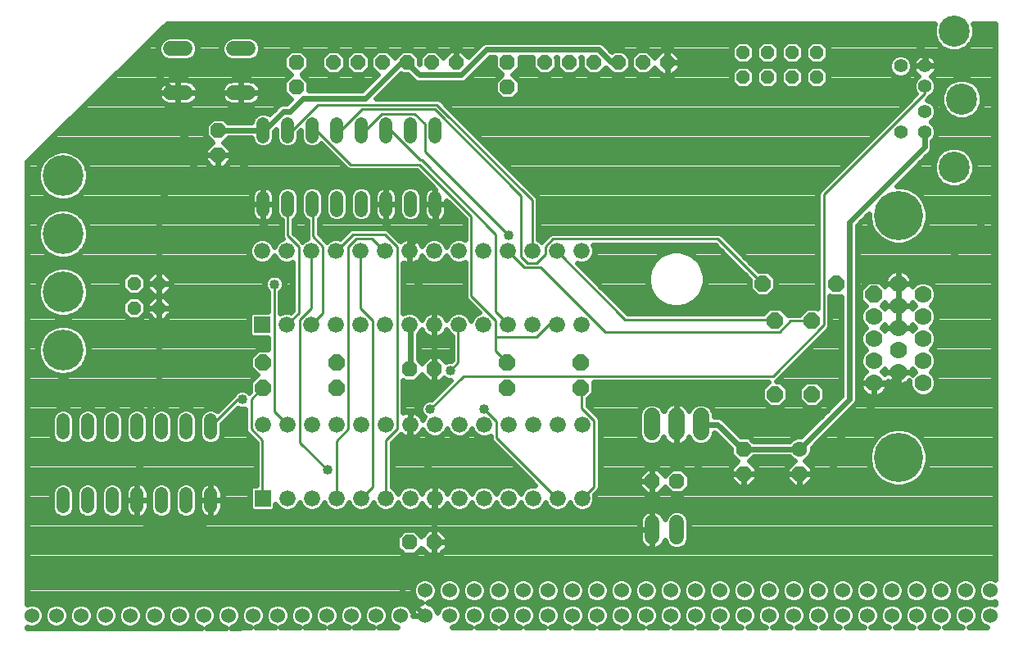
<source format=gbl>
G75*
%MOIN*%
%OFA0B0*%
%FSLAX25Y25*%
%IPPOS*%
%LPD*%
%AMOC8*
5,1,8,0,0,1.08239X$1,22.5*
%
%ADD10C,0.07000*%
%ADD11OC8,0.07000*%
%ADD12C,0.20000*%
%ADD13R,0.06600X0.06600*%
%ADD14C,0.06600*%
%ADD15C,0.05543*%
%ADD16C,0.12661*%
%ADD17OC8,0.06300*%
%ADD18C,0.06300*%
%ADD19C,0.05200*%
%ADD20OC8,0.05600*%
%ADD21OC8,0.06000*%
%ADD22C,0.06000*%
%ADD23OC8,0.06600*%
%ADD24C,0.06000*%
%ADD25C,0.06600*%
%ADD26C,0.02400*%
%ADD27C,0.01000*%
%ADD28C,0.04000*%
%ADD29C,0.16598*%
D10*
X0351885Y0106905D03*
X0361885Y0111405D03*
X0351885Y0115905D03*
X0361885Y0120405D03*
X0351885Y0124905D03*
X0361885Y0129405D03*
X0351885Y0133905D03*
X0361885Y0138405D03*
X0371885Y0142905D03*
X0361885Y0147405D03*
X0371885Y0133905D03*
X0371885Y0124905D03*
X0371885Y0115905D03*
X0371885Y0106905D03*
D11*
X0351885Y0142905D03*
D12*
X0361885Y0175074D03*
X0361885Y0076649D03*
D13*
X0103145Y0060035D03*
X0102948Y0130546D03*
D14*
X0112948Y0130546D03*
X0122948Y0130546D03*
X0132948Y0130546D03*
X0142948Y0130546D03*
X0152948Y0130546D03*
X0162948Y0130546D03*
X0172948Y0130546D03*
X0182948Y0130546D03*
X0192948Y0130546D03*
X0202948Y0130546D03*
X0212948Y0130546D03*
X0222948Y0130546D03*
X0232948Y0130546D03*
X0232948Y0160546D03*
X0222948Y0160546D03*
X0212948Y0160546D03*
X0202948Y0160546D03*
X0192948Y0160546D03*
X0182948Y0160546D03*
X0172948Y0160546D03*
X0162948Y0160546D03*
X0152948Y0160546D03*
X0142948Y0160546D03*
X0132948Y0160546D03*
X0122948Y0160546D03*
X0112948Y0160546D03*
X0102948Y0160546D03*
X0103145Y0090035D03*
X0113145Y0090035D03*
X0123145Y0090035D03*
X0133145Y0090035D03*
X0143145Y0090035D03*
X0153145Y0090035D03*
X0163145Y0090035D03*
X0173145Y0090035D03*
X0183145Y0090035D03*
X0193145Y0090035D03*
X0203145Y0090035D03*
X0213145Y0090035D03*
X0223145Y0090035D03*
X0233145Y0090035D03*
X0233145Y0060035D03*
X0223145Y0060035D03*
X0213145Y0060035D03*
X0203145Y0060035D03*
X0193145Y0060035D03*
X0183145Y0060035D03*
X0173145Y0060035D03*
X0163145Y0060035D03*
X0153145Y0060035D03*
X0143145Y0060035D03*
X0133145Y0060035D03*
X0123145Y0060035D03*
X0113145Y0060035D03*
D15*
X0362830Y0209011D03*
X0372672Y0209011D03*
X0372672Y0217279D03*
X0372672Y0227515D03*
X0372672Y0235783D03*
X0362830Y0235783D03*
D16*
X0384483Y0250035D03*
X0387633Y0222397D03*
X0384483Y0194720D03*
D17*
X0202712Y0227279D03*
X0202712Y0237279D03*
X0116885Y0237279D03*
X0116885Y0227279D03*
X0084995Y0209602D03*
X0084995Y0199602D03*
X0163106Y0112594D03*
X0173106Y0112594D03*
X0261767Y0066964D03*
X0271767Y0066964D03*
X0298854Y0070035D03*
X0298854Y0080035D03*
X0321688Y0070035D03*
X0172909Y0042200D03*
X0162909Y0042200D03*
D18*
X0321688Y0080035D03*
D19*
X0173302Y0177080D02*
X0173302Y0182280D01*
X0163302Y0182280D02*
X0163302Y0177080D01*
X0153302Y0177080D02*
X0153302Y0182280D01*
X0143302Y0182280D02*
X0143302Y0177080D01*
X0133302Y0177080D02*
X0133302Y0182280D01*
X0123302Y0182280D02*
X0123302Y0177080D01*
X0113302Y0177080D02*
X0113302Y0182280D01*
X0103302Y0182280D02*
X0103302Y0177080D01*
X0103302Y0207080D02*
X0103302Y0212280D01*
X0113302Y0212280D02*
X0113302Y0207080D01*
X0123302Y0207080D02*
X0123302Y0212280D01*
X0133302Y0212280D02*
X0133302Y0207080D01*
X0143302Y0207080D02*
X0143302Y0212280D01*
X0153302Y0212280D02*
X0153302Y0207080D01*
X0163302Y0207080D02*
X0163302Y0212280D01*
X0173302Y0212280D02*
X0173302Y0207080D01*
X0082003Y0091847D02*
X0082003Y0086647D01*
X0072003Y0086647D02*
X0072003Y0091847D01*
X0062003Y0091847D02*
X0062003Y0086647D01*
X0052003Y0086647D02*
X0052003Y0091847D01*
X0042003Y0091847D02*
X0042003Y0086647D01*
X0032003Y0086647D02*
X0032003Y0091847D01*
X0022003Y0091847D02*
X0022003Y0086647D01*
X0022003Y0061847D02*
X0022003Y0056647D01*
X0032003Y0056647D02*
X0032003Y0061847D01*
X0042003Y0061847D02*
X0042003Y0056647D01*
X0052003Y0056647D02*
X0052003Y0061847D01*
X0062003Y0061847D02*
X0062003Y0056647D01*
X0072003Y0056647D02*
X0072003Y0061847D01*
X0082003Y0061847D02*
X0082003Y0056647D01*
D20*
X0060901Y0137436D03*
X0050901Y0137436D03*
X0050901Y0147436D03*
X0060901Y0147436D03*
X0298617Y0231255D03*
X0308617Y0231255D03*
X0318617Y0231255D03*
X0328617Y0231255D03*
X0328617Y0241255D03*
X0318617Y0241255D03*
X0308617Y0241255D03*
X0298617Y0241255D03*
D21*
X0267791Y0237200D03*
X0257791Y0237200D03*
X0247791Y0237200D03*
X0237791Y0237200D03*
X0227791Y0237200D03*
X0217791Y0237200D03*
X0181924Y0237200D03*
X0171924Y0237200D03*
X0161924Y0237200D03*
X0151924Y0237200D03*
X0141924Y0237200D03*
X0131924Y0237200D03*
D22*
X0097370Y0242832D02*
X0091370Y0242832D01*
X0071770Y0242832D02*
X0065770Y0242832D01*
X0065770Y0225032D02*
X0071770Y0225032D01*
X0091370Y0225032D02*
X0097370Y0225032D01*
X0261767Y0050279D02*
X0261767Y0044279D01*
X0271767Y0044279D02*
X0271767Y0050279D01*
D23*
X0311609Y0102397D03*
X0326609Y0102397D03*
X0326609Y0132397D03*
X0311609Y0132397D03*
X0306609Y0147397D03*
X0336609Y0147397D03*
X0232751Y0115231D03*
X0232751Y0105113D03*
X0202751Y0105113D03*
X0202751Y0115231D03*
X0133342Y0115231D03*
X0133145Y0105113D03*
X0103145Y0105113D03*
X0103342Y0115231D03*
D24*
X0169129Y0022476D03*
X0179129Y0022476D03*
X0189129Y0022476D03*
X0199129Y0022476D03*
X0209129Y0022476D03*
X0219129Y0022476D03*
X0229129Y0022476D03*
X0239129Y0022476D03*
X0249129Y0022476D03*
X0259129Y0022476D03*
X0269129Y0022476D03*
X0279129Y0022476D03*
X0289129Y0022476D03*
X0299129Y0022476D03*
X0309129Y0022476D03*
X0319129Y0022476D03*
X0329129Y0022476D03*
X0339129Y0022476D03*
X0349129Y0022476D03*
X0359129Y0022476D03*
X0369129Y0022476D03*
X0379129Y0022476D03*
X0389129Y0022476D03*
X0399129Y0022476D03*
X0399208Y0012436D03*
X0389208Y0012436D03*
X0379208Y0012436D03*
X0369208Y0012436D03*
X0359208Y0012436D03*
X0349208Y0012436D03*
X0339208Y0012436D03*
X0329208Y0012436D03*
X0319208Y0012436D03*
X0309208Y0012436D03*
X0299208Y0012436D03*
X0289208Y0012436D03*
X0279208Y0012436D03*
X0269208Y0012436D03*
X0259208Y0012436D03*
X0249208Y0012436D03*
X0239208Y0012436D03*
X0229208Y0012436D03*
X0219208Y0012436D03*
X0209208Y0012436D03*
X0199208Y0012436D03*
X0189208Y0012436D03*
X0179208Y0012436D03*
X0169208Y0012436D03*
X0159208Y0012436D03*
X0149208Y0012436D03*
X0139208Y0012436D03*
X0129208Y0012436D03*
X0119208Y0012436D03*
X0109208Y0012436D03*
X0099208Y0012436D03*
X0089208Y0012436D03*
X0079208Y0012436D03*
X0069208Y0012436D03*
X0059208Y0012436D03*
X0049208Y0012436D03*
X0039208Y0012436D03*
X0029208Y0012436D03*
X0019208Y0012436D03*
X0009208Y0012436D03*
D25*
X0261491Y0086853D02*
X0261491Y0093453D01*
X0271491Y0093453D02*
X0271491Y0086853D01*
X0281491Y0086853D02*
X0281491Y0093453D01*
D26*
X0007400Y0007773D02*
X0007400Y0007403D01*
X0078211Y0007437D01*
X0076376Y0008197D01*
X0074969Y0009604D01*
X0074208Y0011442D01*
X0074208Y0013431D01*
X0074969Y0015268D01*
X0076376Y0016675D01*
X0078213Y0017436D01*
X0080202Y0017436D01*
X0082040Y0016675D01*
X0083447Y0015268D01*
X0084208Y0013431D01*
X0084208Y0011442D01*
X0084969Y0009604D01*
X0086376Y0008197D01*
X0088200Y0007442D01*
X0080207Y0007438D01*
X0082040Y0008197D01*
X0083447Y0009604D01*
X0084208Y0011442D01*
X0084208Y0013431D01*
X0084969Y0015268D01*
X0086376Y0016675D01*
X0088213Y0017436D01*
X0090202Y0017436D01*
X0092040Y0016675D01*
X0093447Y0015268D01*
X0094208Y0013431D01*
X0094208Y0011442D01*
X0094969Y0009604D01*
X0096376Y0008197D01*
X0098188Y0007447D01*
X0090218Y0007443D01*
X0092040Y0008197D01*
X0093447Y0009604D01*
X0094208Y0011442D01*
X0094208Y0013431D01*
X0094969Y0015268D01*
X0096376Y0016675D01*
X0098213Y0017436D01*
X0100202Y0017436D01*
X0102040Y0016675D01*
X0103447Y0015268D01*
X0104208Y0013431D01*
X0104208Y0011442D01*
X0104969Y0009604D01*
X0106376Y0008197D01*
X0108176Y0007452D01*
X0100230Y0007448D01*
X0102040Y0008197D01*
X0103447Y0009604D01*
X0104208Y0011442D01*
X0104208Y0013431D01*
X0104969Y0015268D01*
X0106376Y0016675D01*
X0108213Y0017436D01*
X0110202Y0017436D01*
X0112040Y0016675D01*
X0113447Y0015268D01*
X0114208Y0013431D01*
X0114208Y0011442D01*
X0114969Y0009604D01*
X0116376Y0008197D01*
X0118165Y0007456D01*
X0110242Y0007453D01*
X0112040Y0008197D01*
X0113447Y0009604D01*
X0114208Y0011442D01*
X0114208Y0013431D01*
X0114969Y0015268D01*
X0116376Y0016675D01*
X0118213Y0017436D01*
X0120202Y0017436D01*
X0122040Y0016675D01*
X0123447Y0015268D01*
X0124208Y0013431D01*
X0124208Y0011442D01*
X0124969Y0009604D01*
X0126376Y0008197D01*
X0128153Y0007461D01*
X0120254Y0007457D01*
X0122040Y0008197D01*
X0123447Y0009604D01*
X0124208Y0011442D01*
X0124208Y0013431D01*
X0124969Y0015268D01*
X0126376Y0016675D01*
X0128213Y0017436D01*
X0130202Y0017436D01*
X0132040Y0016675D01*
X0133447Y0015268D01*
X0134208Y0013431D01*
X0134208Y0011442D01*
X0134969Y0009604D01*
X0136376Y0008197D01*
X0138141Y0007466D01*
X0130265Y0007462D01*
X0132040Y0008197D01*
X0133447Y0009604D01*
X0134208Y0011442D01*
X0134208Y0013431D01*
X0134969Y0015268D01*
X0136376Y0016675D01*
X0138213Y0017436D01*
X0140202Y0017436D01*
X0142040Y0016675D01*
X0143447Y0015268D01*
X0144208Y0013431D01*
X0144208Y0011442D01*
X0144969Y0009604D01*
X0146376Y0008197D01*
X0148129Y0007471D01*
X0140277Y0007467D01*
X0142040Y0008197D01*
X0143447Y0009604D01*
X0144208Y0011442D01*
X0144208Y0013431D01*
X0144969Y0015268D01*
X0146376Y0016675D01*
X0148213Y0017436D01*
X0150202Y0017436D01*
X0152040Y0016675D01*
X0153447Y0015268D01*
X0154208Y0013431D01*
X0154208Y0011442D01*
X0154969Y0009604D01*
X0156376Y0008197D01*
X0158118Y0007476D01*
X0150289Y0007472D01*
X0152040Y0008197D01*
X0153447Y0009604D01*
X0154208Y0011442D01*
X0154208Y0013431D01*
X0154969Y0015268D01*
X0156376Y0016675D01*
X0158213Y0017436D01*
X0160202Y0017436D01*
X0162040Y0016675D01*
X0163447Y0015268D01*
X0164130Y0013618D01*
X0164136Y0013654D01*
X0164389Y0014432D01*
X0164760Y0015162D01*
X0165242Y0015824D01*
X0165820Y0016403D01*
X0166482Y0016884D01*
X0167212Y0017255D01*
X0167990Y0017508D01*
X0168038Y0017516D01*
X0166297Y0018237D01*
X0164890Y0019643D01*
X0164129Y0021481D01*
X0164129Y0023470D01*
X0164890Y0025308D01*
X0166297Y0026714D01*
X0168135Y0027476D01*
X0170124Y0027476D01*
X0171961Y0026714D01*
X0173368Y0025308D01*
X0174129Y0023470D01*
X0174129Y0021481D01*
X0173368Y0019643D01*
X0171961Y0018237D01*
X0170264Y0017534D01*
X0170426Y0017508D01*
X0171204Y0017255D01*
X0171933Y0016884D01*
X0172595Y0016403D01*
X0173174Y0015824D01*
X0173655Y0015162D01*
X0174027Y0014432D01*
X0174280Y0013654D01*
X0174285Y0013618D01*
X0174969Y0015268D01*
X0176376Y0016675D01*
X0178213Y0017436D01*
X0180202Y0017436D01*
X0182040Y0016675D01*
X0183447Y0015268D01*
X0184208Y0013431D01*
X0184208Y0011442D01*
X0184969Y0009604D01*
X0186376Y0008197D01*
X0188082Y0007490D01*
X0180324Y0007487D01*
X0182040Y0008197D01*
X0183447Y0009604D01*
X0184208Y0011442D01*
X0184208Y0013431D01*
X0184969Y0015268D01*
X0186376Y0016675D01*
X0188213Y0017436D01*
X0190202Y0017436D01*
X0192040Y0016675D01*
X0193447Y0015268D01*
X0194208Y0013431D01*
X0194208Y0011442D01*
X0194969Y0009604D01*
X0196376Y0008197D01*
X0198071Y0007495D01*
X0190336Y0007492D01*
X0192040Y0008197D01*
X0193447Y0009604D01*
X0194208Y0011442D01*
X0194208Y0013431D01*
X0194969Y0015268D01*
X0196376Y0016675D01*
X0198213Y0017436D01*
X0200202Y0017436D01*
X0202040Y0016675D01*
X0203447Y0015268D01*
X0204208Y0013431D01*
X0204208Y0011442D01*
X0204969Y0009604D01*
X0206376Y0008197D01*
X0208059Y0007500D01*
X0200348Y0007496D01*
X0202040Y0008197D01*
X0203447Y0009604D01*
X0204208Y0011442D01*
X0204208Y0013431D01*
X0204969Y0015268D01*
X0206376Y0016675D01*
X0208213Y0017436D01*
X0210202Y0017436D01*
X0212040Y0016675D01*
X0213447Y0015268D01*
X0214208Y0013431D01*
X0214208Y0011442D01*
X0214969Y0009604D01*
X0216376Y0008197D01*
X0218047Y0007505D01*
X0210360Y0007501D01*
X0212040Y0008197D01*
X0213447Y0009604D01*
X0214208Y0011442D01*
X0214208Y0013431D01*
X0214969Y0015268D01*
X0216376Y0016675D01*
X0218213Y0017436D01*
X0220202Y0017436D01*
X0222040Y0016675D01*
X0223447Y0015268D01*
X0224208Y0013431D01*
X0224208Y0011442D01*
X0224969Y0009604D01*
X0226376Y0008197D01*
X0228035Y0007510D01*
X0220371Y0007506D01*
X0222040Y0008197D01*
X0223447Y0009604D01*
X0224208Y0011442D01*
X0224208Y0013431D01*
X0224969Y0015268D01*
X0226376Y0016675D01*
X0228213Y0017436D01*
X0230202Y0017436D01*
X0232040Y0016675D01*
X0233447Y0015268D01*
X0234208Y0013431D01*
X0234208Y0011442D01*
X0234969Y0009604D01*
X0236376Y0008197D01*
X0238024Y0007515D01*
X0230383Y0007511D01*
X0232040Y0008197D01*
X0233447Y0009604D01*
X0234208Y0011442D01*
X0234208Y0013431D01*
X0234969Y0015268D01*
X0236376Y0016675D01*
X0238213Y0017436D01*
X0240202Y0017436D01*
X0242040Y0016675D01*
X0243447Y0015268D01*
X0244208Y0013431D01*
X0244208Y0011442D01*
X0244969Y0009604D01*
X0246376Y0008197D01*
X0248012Y0007520D01*
X0240395Y0007516D01*
X0242040Y0008197D01*
X0243447Y0009604D01*
X0244208Y0011442D01*
X0244208Y0013431D01*
X0244969Y0015268D01*
X0246376Y0016675D01*
X0248213Y0017436D01*
X0250202Y0017436D01*
X0252040Y0016675D01*
X0253447Y0015268D01*
X0254208Y0013431D01*
X0254208Y0011442D01*
X0254969Y0009604D01*
X0256376Y0008197D01*
X0258000Y0007524D01*
X0250407Y0007521D01*
X0252040Y0008197D01*
X0253447Y0009604D01*
X0254208Y0011442D01*
X0254208Y0013431D01*
X0254969Y0015268D01*
X0256376Y0016675D01*
X0258213Y0017436D01*
X0260202Y0017436D01*
X0262040Y0016675D01*
X0263447Y0015268D01*
X0264208Y0013431D01*
X0264208Y0011442D01*
X0264969Y0009604D01*
X0266376Y0008197D01*
X0267988Y0007529D01*
X0260418Y0007526D01*
X0262040Y0008197D01*
X0263447Y0009604D01*
X0264208Y0011442D01*
X0264208Y0013431D01*
X0264969Y0015268D01*
X0266376Y0016675D01*
X0268213Y0017436D01*
X0270202Y0017436D01*
X0272040Y0016675D01*
X0273447Y0015268D01*
X0274208Y0013431D01*
X0274208Y0011442D01*
X0274969Y0009604D01*
X0276376Y0008197D01*
X0277977Y0007534D01*
X0270430Y0007531D01*
X0272040Y0008197D01*
X0273447Y0009604D01*
X0274208Y0011442D01*
X0274208Y0013431D01*
X0274969Y0015268D01*
X0276376Y0016675D01*
X0278213Y0017436D01*
X0280202Y0017436D01*
X0282040Y0016675D01*
X0283447Y0015268D01*
X0284208Y0013431D01*
X0284208Y0011442D01*
X0284969Y0009604D01*
X0286376Y0008197D01*
X0287965Y0007539D01*
X0280442Y0007535D01*
X0282040Y0008197D01*
X0283447Y0009604D01*
X0284208Y0011442D01*
X0284208Y0013431D01*
X0284969Y0015268D01*
X0286376Y0016675D01*
X0288213Y0017436D01*
X0290202Y0017436D01*
X0292040Y0016675D01*
X0293447Y0015268D01*
X0294208Y0013431D01*
X0294208Y0011442D01*
X0294969Y0009604D01*
X0296376Y0008197D01*
X0297953Y0007544D01*
X0290454Y0007540D01*
X0292040Y0008197D01*
X0293447Y0009604D01*
X0294208Y0011442D01*
X0294208Y0013431D01*
X0294969Y0015268D01*
X0296376Y0016675D01*
X0298213Y0017436D01*
X0300202Y0017436D01*
X0302040Y0016675D01*
X0303447Y0015268D01*
X0304208Y0013431D01*
X0304208Y0011442D01*
X0304969Y0009604D01*
X0306376Y0008197D01*
X0307942Y0007549D01*
X0300465Y0007545D01*
X0302040Y0008197D01*
X0303447Y0009604D01*
X0304208Y0011442D01*
X0304208Y0013431D01*
X0304969Y0015268D01*
X0306376Y0016675D01*
X0308213Y0017436D01*
X0310202Y0017436D01*
X0312040Y0016675D01*
X0313447Y0015268D01*
X0314208Y0013431D01*
X0314208Y0011442D01*
X0314969Y0009604D01*
X0316376Y0008197D01*
X0317930Y0007554D01*
X0310477Y0007550D01*
X0312040Y0008197D01*
X0313447Y0009604D01*
X0314208Y0011442D01*
X0314208Y0013431D01*
X0314969Y0015268D01*
X0316376Y0016675D01*
X0318213Y0017436D01*
X0320202Y0017436D01*
X0322040Y0016675D01*
X0323447Y0015268D01*
X0324208Y0013431D01*
X0324208Y0011442D01*
X0324969Y0009604D01*
X0326376Y0008197D01*
X0327918Y0007559D01*
X0320489Y0007555D01*
X0322040Y0008197D01*
X0323447Y0009604D01*
X0324208Y0011442D01*
X0324208Y0013431D01*
X0324969Y0015268D01*
X0326376Y0016675D01*
X0328213Y0017436D01*
X0330202Y0017436D01*
X0332040Y0016675D01*
X0333447Y0015268D01*
X0334208Y0013431D01*
X0334208Y0011442D01*
X0334969Y0009604D01*
X0336376Y0008197D01*
X0337906Y0007563D01*
X0330501Y0007560D01*
X0332040Y0008197D01*
X0333447Y0009604D01*
X0334208Y0011442D01*
X0334208Y0013431D01*
X0334969Y0015268D01*
X0336376Y0016675D01*
X0338213Y0017436D01*
X0340202Y0017436D01*
X0342040Y0016675D01*
X0343447Y0015268D01*
X0344208Y0013431D01*
X0344208Y0011442D01*
X0344969Y0009604D01*
X0346376Y0008197D01*
X0347895Y0007568D01*
X0340513Y0007565D01*
X0342040Y0008197D01*
X0343447Y0009604D01*
X0344208Y0011442D01*
X0344208Y0013431D01*
X0344969Y0015268D01*
X0346376Y0016675D01*
X0348213Y0017436D01*
X0350202Y0017436D01*
X0352040Y0016675D01*
X0353447Y0015268D01*
X0354208Y0013431D01*
X0354208Y0011442D01*
X0354969Y0009604D01*
X0356376Y0008197D01*
X0357883Y0007573D01*
X0350524Y0007570D01*
X0352040Y0008197D01*
X0353447Y0009604D01*
X0354208Y0011442D01*
X0354208Y0013431D01*
X0354969Y0015268D01*
X0356376Y0016675D01*
X0358213Y0017436D01*
X0360202Y0017436D01*
X0362040Y0016675D01*
X0363447Y0015268D01*
X0364208Y0013431D01*
X0364208Y0011442D01*
X0364969Y0009604D01*
X0366376Y0008197D01*
X0367871Y0007578D01*
X0360536Y0007574D01*
X0362040Y0008197D01*
X0363447Y0009604D01*
X0364208Y0011442D01*
X0364208Y0013431D01*
X0364969Y0015268D01*
X0366376Y0016675D01*
X0368213Y0017436D01*
X0370202Y0017436D01*
X0372040Y0016675D01*
X0373447Y0015268D01*
X0374208Y0013431D01*
X0374208Y0011442D01*
X0374969Y0009604D01*
X0376376Y0008197D01*
X0377859Y0007583D01*
X0370548Y0007579D01*
X0372040Y0008197D01*
X0373447Y0009604D01*
X0374208Y0011442D01*
X0374208Y0013431D01*
X0374969Y0015268D01*
X0376376Y0016675D01*
X0378213Y0017436D01*
X0380202Y0017436D01*
X0382040Y0016675D01*
X0383447Y0015268D01*
X0384208Y0013431D01*
X0384208Y0011442D01*
X0384969Y0009604D01*
X0386376Y0008197D01*
X0387848Y0007588D01*
X0380560Y0007584D01*
X0382040Y0008197D01*
X0383447Y0009604D01*
X0384208Y0011442D01*
X0384208Y0013431D01*
X0384969Y0015268D01*
X0386376Y0016675D01*
X0388213Y0017436D01*
X0390202Y0017436D01*
X0392040Y0016675D01*
X0393447Y0015268D01*
X0394208Y0013431D01*
X0394208Y0011442D01*
X0394969Y0009604D01*
X0396376Y0008197D01*
X0397836Y0007593D01*
X0390571Y0007589D01*
X0392040Y0008197D01*
X0393447Y0009604D01*
X0394208Y0011442D01*
X0394208Y0013431D01*
X0394969Y0015268D01*
X0396376Y0016675D01*
X0398213Y0017436D01*
X0400202Y0017436D01*
X0401409Y0016936D01*
X0401409Y0018008D01*
X0400124Y0017476D01*
X0398135Y0017476D01*
X0396297Y0018237D01*
X0394890Y0019643D01*
X0394129Y0021481D01*
X0393368Y0019643D01*
X0391961Y0018237D01*
X0390124Y0017476D01*
X0388135Y0017476D01*
X0386297Y0018237D01*
X0384890Y0019643D01*
X0384129Y0021481D01*
X0383368Y0019643D01*
X0381961Y0018237D01*
X0380124Y0017476D01*
X0378135Y0017476D01*
X0376297Y0018237D01*
X0374890Y0019643D01*
X0374129Y0021481D01*
X0373368Y0019643D01*
X0371961Y0018237D01*
X0370124Y0017476D01*
X0368135Y0017476D01*
X0366297Y0018237D01*
X0364890Y0019643D01*
X0364129Y0021481D01*
X0363368Y0019643D01*
X0361961Y0018237D01*
X0360124Y0017476D01*
X0358135Y0017476D01*
X0356297Y0018237D01*
X0354890Y0019643D01*
X0354129Y0021481D01*
X0353368Y0019643D01*
X0351961Y0018237D01*
X0350124Y0017476D01*
X0348135Y0017476D01*
X0346297Y0018237D01*
X0344890Y0019643D01*
X0344129Y0021481D01*
X0343368Y0019643D01*
X0341961Y0018237D01*
X0340124Y0017476D01*
X0338135Y0017476D01*
X0336297Y0018237D01*
X0334890Y0019643D01*
X0334129Y0021481D01*
X0333368Y0019643D01*
X0331961Y0018237D01*
X0330124Y0017476D01*
X0328135Y0017476D01*
X0326297Y0018237D01*
X0324890Y0019643D01*
X0324129Y0021481D01*
X0323368Y0019643D01*
X0321961Y0018237D01*
X0320124Y0017476D01*
X0318135Y0017476D01*
X0316297Y0018237D01*
X0314890Y0019643D01*
X0314129Y0021481D01*
X0313368Y0019643D01*
X0311961Y0018237D01*
X0310124Y0017476D01*
X0308135Y0017476D01*
X0306297Y0018237D01*
X0304890Y0019643D01*
X0304129Y0021481D01*
X0303368Y0019643D01*
X0301961Y0018237D01*
X0300124Y0017476D01*
X0298135Y0017476D01*
X0296297Y0018237D01*
X0294890Y0019643D01*
X0294129Y0021481D01*
X0293368Y0019643D01*
X0291961Y0018237D01*
X0290124Y0017476D01*
X0288135Y0017476D01*
X0286297Y0018237D01*
X0284890Y0019643D01*
X0284129Y0021481D01*
X0283368Y0019643D01*
X0281961Y0018237D01*
X0280124Y0017476D01*
X0278135Y0017476D01*
X0276297Y0018237D01*
X0274890Y0019643D01*
X0274129Y0021481D01*
X0273368Y0019643D01*
X0271961Y0018237D01*
X0270124Y0017476D01*
X0268135Y0017476D01*
X0266297Y0018237D01*
X0264890Y0019643D01*
X0264129Y0021481D01*
X0263368Y0019643D01*
X0261961Y0018237D01*
X0260124Y0017476D01*
X0258135Y0017476D01*
X0256297Y0018237D01*
X0254890Y0019643D01*
X0254129Y0021481D01*
X0253368Y0019643D01*
X0251961Y0018237D01*
X0250124Y0017476D01*
X0248135Y0017476D01*
X0246297Y0018237D01*
X0244890Y0019643D01*
X0244129Y0021481D01*
X0243368Y0019643D01*
X0241961Y0018237D01*
X0240124Y0017476D01*
X0238135Y0017476D01*
X0236297Y0018237D01*
X0234890Y0019643D01*
X0234129Y0021481D01*
X0233368Y0019643D01*
X0231961Y0018237D01*
X0230124Y0017476D01*
X0228135Y0017476D01*
X0226297Y0018237D01*
X0224890Y0019643D01*
X0224129Y0021481D01*
X0223368Y0019643D01*
X0221961Y0018237D01*
X0220124Y0017476D01*
X0218135Y0017476D01*
X0216297Y0018237D01*
X0214890Y0019643D01*
X0214129Y0021481D01*
X0213368Y0019643D01*
X0211961Y0018237D01*
X0210124Y0017476D01*
X0208135Y0017476D01*
X0206297Y0018237D01*
X0204890Y0019643D01*
X0204129Y0021481D01*
X0203368Y0019643D01*
X0201961Y0018237D01*
X0200124Y0017476D01*
X0198135Y0017476D01*
X0196297Y0018237D01*
X0194890Y0019643D01*
X0194129Y0021481D01*
X0193368Y0019643D01*
X0191961Y0018237D01*
X0190124Y0017476D01*
X0188135Y0017476D01*
X0186297Y0018237D01*
X0184890Y0019643D01*
X0184129Y0021481D01*
X0183368Y0019643D01*
X0181961Y0018237D01*
X0180124Y0017476D01*
X0178135Y0017476D01*
X0176297Y0018237D01*
X0174890Y0019643D01*
X0174129Y0021481D01*
X0174129Y0023470D01*
X0174890Y0025308D01*
X0176297Y0026714D01*
X0178135Y0027476D01*
X0180124Y0027476D01*
X0181961Y0026714D01*
X0183368Y0025308D01*
X0184129Y0023470D01*
X0184129Y0021481D01*
X0184129Y0023470D01*
X0184890Y0025308D01*
X0186297Y0026714D01*
X0188135Y0027476D01*
X0190124Y0027476D01*
X0191961Y0026714D01*
X0193368Y0025308D01*
X0194129Y0023470D01*
X0194129Y0021481D01*
X0194129Y0023470D01*
X0194890Y0025308D01*
X0196297Y0026714D01*
X0198135Y0027476D01*
X0200124Y0027476D01*
X0201961Y0026714D01*
X0203368Y0025308D01*
X0204129Y0023470D01*
X0204129Y0021481D01*
X0204129Y0023470D01*
X0204890Y0025308D01*
X0206297Y0026714D01*
X0208135Y0027476D01*
X0210124Y0027476D01*
X0211961Y0026714D01*
X0213368Y0025308D01*
X0214129Y0023470D01*
X0214129Y0021481D01*
X0214129Y0023470D01*
X0214890Y0025308D01*
X0216297Y0026714D01*
X0218135Y0027476D01*
X0220124Y0027476D01*
X0221961Y0026714D01*
X0223368Y0025308D01*
X0224129Y0023470D01*
X0224129Y0021481D01*
X0224129Y0023470D01*
X0224890Y0025308D01*
X0226297Y0026714D01*
X0228135Y0027476D01*
X0230124Y0027476D01*
X0231961Y0026714D01*
X0233368Y0025308D01*
X0234129Y0023470D01*
X0234129Y0021481D01*
X0234129Y0023470D01*
X0234890Y0025308D01*
X0236297Y0026714D01*
X0238135Y0027476D01*
X0240124Y0027476D01*
X0241961Y0026714D01*
X0243368Y0025308D01*
X0244129Y0023470D01*
X0244129Y0021481D01*
X0244129Y0023470D01*
X0244890Y0025308D01*
X0246297Y0026714D01*
X0248135Y0027476D01*
X0250124Y0027476D01*
X0251961Y0026714D01*
X0253368Y0025308D01*
X0254129Y0023470D01*
X0254129Y0021481D01*
X0254129Y0023470D01*
X0254890Y0025308D01*
X0256297Y0026714D01*
X0258135Y0027476D01*
X0260124Y0027476D01*
X0261961Y0026714D01*
X0263368Y0025308D01*
X0264129Y0023470D01*
X0264129Y0021481D01*
X0264129Y0023470D01*
X0264890Y0025308D01*
X0266297Y0026714D01*
X0268135Y0027476D01*
X0270124Y0027476D01*
X0271961Y0026714D01*
X0273368Y0025308D01*
X0274129Y0023470D01*
X0274129Y0021481D01*
X0274129Y0023470D01*
X0274890Y0025308D01*
X0276297Y0026714D01*
X0278135Y0027476D01*
X0280124Y0027476D01*
X0281961Y0026714D01*
X0283368Y0025308D01*
X0284129Y0023470D01*
X0284129Y0021481D01*
X0284129Y0023470D01*
X0284890Y0025308D01*
X0286297Y0026714D01*
X0288135Y0027476D01*
X0290124Y0027476D01*
X0291961Y0026714D01*
X0293368Y0025308D01*
X0294129Y0023470D01*
X0294129Y0021481D01*
X0294129Y0023470D01*
X0294890Y0025308D01*
X0296297Y0026714D01*
X0298135Y0027476D01*
X0300124Y0027476D01*
X0301961Y0026714D01*
X0303368Y0025308D01*
X0304129Y0023470D01*
X0304129Y0021481D01*
X0304129Y0023470D01*
X0304890Y0025308D01*
X0306297Y0026714D01*
X0308135Y0027476D01*
X0310124Y0027476D01*
X0311961Y0026714D01*
X0313368Y0025308D01*
X0314129Y0023470D01*
X0314129Y0021481D01*
X0314129Y0023470D01*
X0314890Y0025308D01*
X0316297Y0026714D01*
X0318135Y0027476D01*
X0320124Y0027476D01*
X0321961Y0026714D01*
X0323368Y0025308D01*
X0324129Y0023470D01*
X0324129Y0021481D01*
X0324129Y0023470D01*
X0324890Y0025308D01*
X0326297Y0026714D01*
X0328135Y0027476D01*
X0330124Y0027476D01*
X0331961Y0026714D01*
X0333368Y0025308D01*
X0334129Y0023470D01*
X0334129Y0021481D01*
X0334129Y0023470D01*
X0334890Y0025308D01*
X0336297Y0026714D01*
X0338135Y0027476D01*
X0340124Y0027476D01*
X0341961Y0026714D01*
X0343368Y0025308D01*
X0344129Y0023470D01*
X0344129Y0021481D01*
X0344129Y0023470D01*
X0344890Y0025308D01*
X0346297Y0026714D01*
X0348135Y0027476D01*
X0350124Y0027476D01*
X0351961Y0026714D01*
X0353368Y0025308D01*
X0354129Y0023470D01*
X0354129Y0021481D01*
X0354129Y0023470D01*
X0354890Y0025308D01*
X0356297Y0026714D01*
X0358135Y0027476D01*
X0360124Y0027476D01*
X0361961Y0026714D01*
X0363368Y0025308D01*
X0364129Y0023470D01*
X0364129Y0021481D01*
X0364129Y0023470D01*
X0364890Y0025308D01*
X0366297Y0026714D01*
X0368135Y0027476D01*
X0370124Y0027476D01*
X0371961Y0026714D01*
X0373368Y0025308D01*
X0374129Y0023470D01*
X0374129Y0021481D01*
X0374129Y0023470D01*
X0374890Y0025308D01*
X0376297Y0026714D01*
X0378135Y0027476D01*
X0380124Y0027476D01*
X0381961Y0026714D01*
X0383368Y0025308D01*
X0384129Y0023470D01*
X0384129Y0021481D01*
X0384129Y0023470D01*
X0384890Y0025308D01*
X0386297Y0026714D01*
X0388135Y0027476D01*
X0390124Y0027476D01*
X0391961Y0026714D01*
X0393368Y0025308D01*
X0394129Y0023470D01*
X0394129Y0021481D01*
X0394129Y0023470D01*
X0394890Y0025308D01*
X0396297Y0026714D01*
X0398135Y0027476D01*
X0400124Y0027476D01*
X0401409Y0026943D01*
X0401409Y0253099D01*
X0392233Y0253094D01*
X0392814Y0251692D01*
X0392814Y0248378D01*
X0391546Y0245316D01*
X0389202Y0242972D01*
X0386141Y0241704D01*
X0382826Y0241704D01*
X0379764Y0242972D01*
X0377421Y0245316D01*
X0376153Y0248378D01*
X0376153Y0251692D01*
X0376730Y0253085D01*
X0064331Y0252907D01*
X0007400Y0196872D01*
X0007400Y0017099D01*
X0008213Y0017436D01*
X0010202Y0017436D01*
X0012040Y0016675D01*
X0013447Y0015268D01*
X0014208Y0013431D01*
X0014208Y0011442D01*
X0014969Y0009604D01*
X0016376Y0008197D01*
X0018213Y0007436D01*
X0020202Y0007436D01*
X0022040Y0008197D01*
X0023447Y0009604D01*
X0024208Y0011442D01*
X0024969Y0009604D01*
X0026376Y0008197D01*
X0028213Y0007436D01*
X0030202Y0007436D01*
X0032040Y0008197D01*
X0033447Y0009604D01*
X0034208Y0011442D01*
X0034969Y0009604D01*
X0036376Y0008197D01*
X0038213Y0007436D01*
X0040202Y0007436D01*
X0042040Y0008197D01*
X0043447Y0009604D01*
X0044208Y0011442D01*
X0044969Y0009604D01*
X0046376Y0008197D01*
X0048213Y0007436D01*
X0050202Y0007436D01*
X0052040Y0008197D01*
X0053447Y0009604D01*
X0054208Y0011442D01*
X0054969Y0009604D01*
X0056376Y0008197D01*
X0058213Y0007436D01*
X0060202Y0007436D01*
X0062040Y0008197D01*
X0063447Y0009604D01*
X0064208Y0011442D01*
X0064969Y0009604D01*
X0066376Y0008197D01*
X0068213Y0007436D01*
X0070202Y0007436D01*
X0072040Y0008197D01*
X0073447Y0009604D01*
X0074208Y0011442D01*
X0074208Y0013431D01*
X0073447Y0015268D01*
X0072040Y0016675D01*
X0070202Y0017436D01*
X0068213Y0017436D01*
X0066376Y0016675D01*
X0064969Y0015268D01*
X0064208Y0013431D01*
X0064208Y0011442D01*
X0064208Y0013431D01*
X0063447Y0015268D01*
X0062040Y0016675D01*
X0060202Y0017436D01*
X0058213Y0017436D01*
X0056376Y0016675D01*
X0054969Y0015268D01*
X0054208Y0013431D01*
X0054208Y0011442D01*
X0054208Y0013431D01*
X0053447Y0015268D01*
X0052040Y0016675D01*
X0050202Y0017436D01*
X0048213Y0017436D01*
X0046376Y0016675D01*
X0044969Y0015268D01*
X0044208Y0013431D01*
X0044208Y0011442D01*
X0044208Y0013431D01*
X0043447Y0015268D01*
X0042040Y0016675D01*
X0040202Y0017436D01*
X0038213Y0017436D01*
X0036376Y0016675D01*
X0034969Y0015268D01*
X0034208Y0013431D01*
X0034208Y0011442D01*
X0034208Y0013431D01*
X0033447Y0015268D01*
X0032040Y0016675D01*
X0030202Y0017436D01*
X0028213Y0017436D01*
X0026376Y0016675D01*
X0024969Y0015268D01*
X0024208Y0013431D01*
X0024208Y0011442D01*
X0024208Y0013431D01*
X0023447Y0015268D01*
X0022040Y0016675D01*
X0020202Y0017436D01*
X0018213Y0017436D01*
X0016376Y0016675D01*
X0014969Y0015268D01*
X0014208Y0013431D01*
X0014208Y0011442D01*
X0013447Y0009604D01*
X0012040Y0008197D01*
X0010202Y0007436D01*
X0008213Y0007436D01*
X0007400Y0007773D01*
X0013238Y0009396D02*
X0015177Y0009396D01*
X0014208Y0011794D02*
X0014208Y0011794D01*
X0013892Y0014193D02*
X0014523Y0014193D01*
X0016292Y0016591D02*
X0012124Y0016591D01*
X0007400Y0018990D02*
X0165544Y0018990D01*
X0166080Y0016591D02*
X0162124Y0016591D01*
X0163892Y0014193D02*
X0164311Y0014193D01*
X0164208Y0012436D02*
X0169208Y0012436D01*
X0169129Y0012436D01*
X0159877Y0021688D01*
X0159877Y0027594D01*
X0164405Y0032121D01*
X0169720Y0032121D01*
X0172869Y0035271D01*
X0172869Y0042161D01*
X0172909Y0042200D01*
X0178259Y0042200D01*
X0178259Y0044416D01*
X0175125Y0047550D01*
X0172909Y0047550D01*
X0172909Y0042200D01*
X0172909Y0042200D01*
X0178259Y0042200D01*
X0178259Y0039984D01*
X0175125Y0036850D01*
X0172909Y0036850D01*
X0172909Y0042200D01*
X0172909Y0042200D01*
X0172909Y0042200D01*
X0172909Y0059798D01*
X0173145Y0060035D01*
X0173145Y0060035D01*
X0173145Y0065535D01*
X0173578Y0065535D01*
X0174433Y0065399D01*
X0175256Y0065132D01*
X0176028Y0064739D01*
X0176728Y0064230D01*
X0177340Y0063618D01*
X0177849Y0062917D01*
X0178242Y0062146D01*
X0178260Y0062091D01*
X0178652Y0063037D01*
X0180143Y0064528D01*
X0182091Y0065335D01*
X0184199Y0065335D01*
X0186147Y0064528D01*
X0187638Y0063037D01*
X0188145Y0061813D01*
X0188652Y0063037D01*
X0190143Y0064528D01*
X0192091Y0065335D01*
X0194199Y0065335D01*
X0196147Y0064528D01*
X0197638Y0063037D01*
X0198145Y0061813D01*
X0198652Y0063037D01*
X0200143Y0064528D01*
X0202091Y0065335D01*
X0204199Y0065335D01*
X0206147Y0064528D01*
X0207638Y0063037D01*
X0208145Y0061813D01*
X0208652Y0063037D01*
X0210143Y0064528D01*
X0212091Y0065335D01*
X0214080Y0065335D01*
X0196281Y0083134D01*
X0195900Y0084053D01*
X0195900Y0085439D01*
X0194199Y0084735D01*
X0192091Y0084735D01*
X0190143Y0085542D01*
X0188652Y0087032D01*
X0188145Y0088256D01*
X0187638Y0087032D01*
X0186147Y0085542D01*
X0184199Y0084735D01*
X0182091Y0084735D01*
X0180143Y0085542D01*
X0178652Y0087032D01*
X0178145Y0088256D01*
X0177638Y0087032D01*
X0176147Y0085542D01*
X0174199Y0084735D01*
X0172091Y0084735D01*
X0170143Y0085542D01*
X0168652Y0087032D01*
X0168260Y0087979D01*
X0168242Y0087923D01*
X0167849Y0087152D01*
X0167340Y0086452D01*
X0166728Y0085839D01*
X0166028Y0085331D01*
X0165256Y0084938D01*
X0164433Y0084670D01*
X0163578Y0084535D01*
X0163145Y0084535D01*
X0163145Y0090035D01*
X0163145Y0090035D01*
X0163145Y0095535D01*
X0163578Y0095535D01*
X0164433Y0095399D01*
X0165256Y0095132D01*
X0166028Y0094739D01*
X0166728Y0094230D01*
X0167340Y0093618D01*
X0167849Y0092917D01*
X0168242Y0092146D01*
X0168260Y0092091D01*
X0168652Y0093037D01*
X0168804Y0093189D01*
X0168009Y0093984D01*
X0167400Y0095454D01*
X0167400Y0097046D01*
X0168009Y0098516D01*
X0169134Y0099641D01*
X0170604Y0100250D01*
X0171864Y0100250D01*
X0179614Y0108000D01*
X0178704Y0108000D01*
X0177234Y0108609D01*
X0176960Y0108883D01*
X0175322Y0107244D01*
X0173106Y0107244D01*
X0173106Y0112594D01*
X0173105Y0112594D01*
X0173105Y0117944D01*
X0170889Y0117944D01*
X0167964Y0115018D01*
X0166500Y0116482D01*
X0166500Y0126603D01*
X0167441Y0127544D01*
X0167833Y0128490D01*
X0167851Y0128435D01*
X0168244Y0127664D01*
X0168753Y0126963D01*
X0169365Y0126351D01*
X0170065Y0125842D01*
X0170837Y0125449D01*
X0171660Y0125182D01*
X0172515Y0125046D01*
X0172948Y0125046D01*
X0173381Y0125046D01*
X0174236Y0125182D01*
X0175059Y0125449D01*
X0175831Y0125842D01*
X0176531Y0126351D01*
X0177143Y0126963D01*
X0177652Y0127664D01*
X0178045Y0128435D01*
X0178063Y0128490D01*
X0178455Y0127544D01*
X0179946Y0126053D01*
X0180150Y0125969D01*
X0180150Y0116186D01*
X0179964Y0116000D01*
X0178704Y0116000D01*
X0177687Y0115578D01*
X0175322Y0117944D01*
X0173106Y0117944D01*
X0173106Y0112594D01*
X0173106Y0130389D01*
X0172948Y0130546D01*
X0172948Y0125046D01*
X0172948Y0130546D01*
X0172948Y0130546D01*
X0172948Y0140704D01*
X0162830Y0150822D01*
X0162830Y0160428D01*
X0162948Y0160546D01*
X0162948Y0155046D01*
X0163381Y0155046D01*
X0164236Y0155182D01*
X0165059Y0155449D01*
X0165831Y0155842D01*
X0166531Y0156351D01*
X0167143Y0156963D01*
X0167652Y0157664D01*
X0168045Y0158435D01*
X0168063Y0158490D01*
X0168455Y0157544D01*
X0169946Y0156053D01*
X0171894Y0155246D01*
X0174002Y0155246D01*
X0175950Y0156053D01*
X0177441Y0157544D01*
X0177948Y0158768D01*
X0178455Y0157544D01*
X0179946Y0156053D01*
X0181894Y0155246D01*
X0184002Y0155246D01*
X0185550Y0155888D01*
X0185550Y0141653D01*
X0185931Y0140734D01*
X0191133Y0135531D01*
X0189946Y0135040D01*
X0188455Y0133549D01*
X0187948Y0132325D01*
X0187441Y0133549D01*
X0185950Y0135040D01*
X0184002Y0135846D01*
X0181894Y0135846D01*
X0179946Y0135040D01*
X0178455Y0133549D01*
X0178063Y0132602D01*
X0178045Y0132658D01*
X0177652Y0133429D01*
X0177143Y0134129D01*
X0176531Y0134742D01*
X0175831Y0135250D01*
X0175059Y0135643D01*
X0174236Y0135911D01*
X0173381Y0136046D01*
X0172948Y0136046D01*
X0172948Y0130547D01*
X0172948Y0136046D01*
X0172515Y0136046D01*
X0171660Y0135911D01*
X0170837Y0135643D01*
X0170065Y0135250D01*
X0169365Y0134742D01*
X0168753Y0134129D01*
X0168244Y0133429D01*
X0167851Y0132658D01*
X0167833Y0132602D01*
X0167441Y0133549D01*
X0165950Y0135040D01*
X0164002Y0135846D01*
X0161894Y0135846D01*
X0160400Y0135228D01*
X0160400Y0155672D01*
X0160837Y0155449D01*
X0161660Y0155182D01*
X0162515Y0155046D01*
X0162948Y0155046D01*
X0162948Y0160546D01*
X0162948Y0160546D01*
X0162948Y0162751D01*
X0173460Y0173263D01*
X0173460Y0179523D01*
X0173302Y0179680D01*
X0168502Y0179680D01*
X0168502Y0176703D01*
X0168621Y0175956D01*
X0168854Y0175238D01*
X0169197Y0174565D01*
X0169641Y0173953D01*
X0170175Y0173419D01*
X0170787Y0172975D01*
X0171460Y0172632D01*
X0172178Y0172399D01*
X0172925Y0172280D01*
X0173302Y0172280D01*
X0173302Y0179680D01*
X0173302Y0179680D01*
X0173302Y0179680D01*
X0168502Y0179680D01*
X0168502Y0182658D01*
X0168621Y0183404D01*
X0168854Y0184123D01*
X0169197Y0184796D01*
X0169641Y0185407D01*
X0170175Y0185942D01*
X0170787Y0186386D01*
X0171460Y0186729D01*
X0172121Y0186943D01*
X0165864Y0193200D01*
X0138503Y0193200D01*
X0137584Y0193581D01*
X0136881Y0194284D01*
X0126946Y0204219D01*
X0125908Y0203181D01*
X0124217Y0202480D01*
X0122387Y0202480D01*
X0120697Y0203181D01*
X0119403Y0204475D01*
X0118702Y0206165D01*
X0118702Y0209667D01*
X0117902Y0208867D01*
X0117902Y0206165D01*
X0117202Y0204475D01*
X0115908Y0203181D01*
X0114217Y0202480D01*
X0112387Y0202480D01*
X0110697Y0203181D01*
X0109403Y0204475D01*
X0108702Y0206165D01*
X0108702Y0209927D01*
X0107902Y0209127D01*
X0107902Y0206165D01*
X0107202Y0204475D01*
X0105908Y0203181D01*
X0104217Y0202480D01*
X0102387Y0202480D01*
X0100697Y0203181D01*
X0099403Y0204475D01*
X0098702Y0206165D01*
X0098702Y0206450D01*
X0089127Y0206450D01*
X0087420Y0204743D01*
X0090345Y0201818D01*
X0090345Y0199602D01*
X0084995Y0199602D01*
X0084995Y0199602D01*
X0079645Y0199602D01*
X0079645Y0201818D01*
X0082571Y0204743D01*
X0079845Y0207468D01*
X0079845Y0211735D01*
X0082862Y0214752D01*
X0087128Y0214752D01*
X0089030Y0212850D01*
X0098702Y0212850D01*
X0098702Y0213195D01*
X0099403Y0214886D01*
X0100697Y0216180D01*
X0102387Y0216880D01*
X0104217Y0216880D01*
X0105906Y0216181D01*
X0109737Y0220013D01*
X0110913Y0220500D01*
X0112925Y0220500D01*
X0114653Y0222228D01*
X0111735Y0225146D01*
X0111735Y0229412D01*
X0114602Y0232279D01*
X0111735Y0235146D01*
X0111735Y0239412D01*
X0114752Y0242429D01*
X0119018Y0242429D01*
X0122035Y0239412D01*
X0122035Y0235146D01*
X0119168Y0232279D01*
X0122035Y0229412D01*
X0122035Y0225900D01*
X0143525Y0225900D01*
X0149839Y0232214D01*
X0146924Y0235129D01*
X0143995Y0232200D01*
X0139853Y0232200D01*
X0136924Y0235129D01*
X0133995Y0232200D01*
X0129853Y0232200D01*
X0126924Y0235129D01*
X0126924Y0239271D01*
X0129853Y0242200D01*
X0133995Y0242200D01*
X0136924Y0239271D01*
X0136924Y0235129D01*
X0136924Y0239271D01*
X0139853Y0242200D01*
X0143995Y0242200D01*
X0146924Y0239271D01*
X0146924Y0235129D01*
X0146924Y0239271D01*
X0149853Y0242200D01*
X0153995Y0242200D01*
X0156910Y0239285D01*
X0156987Y0239363D01*
X0157037Y0239383D01*
X0159853Y0242200D01*
X0163995Y0242200D01*
X0166924Y0239271D01*
X0166924Y0236651D01*
X0166924Y0236651D01*
X0166924Y0239271D01*
X0169853Y0242200D01*
X0173995Y0242200D01*
X0176783Y0239412D01*
X0179770Y0242400D01*
X0181924Y0242400D01*
X0181924Y0237200D01*
X0181924Y0237200D01*
X0181924Y0247869D01*
X0177791Y0252003D01*
X0263420Y0252003D01*
X0362043Y0252003D01*
X0372869Y0241176D01*
X0372869Y0235980D01*
X0372672Y0235783D01*
X0372672Y0235783D01*
X0367701Y0235783D01*
X0367701Y0236174D01*
X0367823Y0236947D01*
X0368065Y0237691D01*
X0368420Y0238388D01*
X0368880Y0239021D01*
X0369434Y0239575D01*
X0370067Y0240035D01*
X0370764Y0240390D01*
X0371508Y0240632D01*
X0372281Y0240754D01*
X0372672Y0240754D01*
X0372672Y0235783D01*
X0372672Y0235783D01*
X0367701Y0235783D01*
X0367701Y0235391D01*
X0367823Y0234618D01*
X0368065Y0233874D01*
X0368420Y0233177D01*
X0368880Y0232544D01*
X0369434Y0231991D01*
X0370005Y0231575D01*
X0369970Y0231560D01*
X0368627Y0230218D01*
X0367901Y0228464D01*
X0367901Y0226566D01*
X0368627Y0224812D01*
X0368977Y0224462D01*
X0330184Y0185669D01*
X0329481Y0184966D01*
X0329100Y0184047D01*
X0329100Y0137402D01*
X0328805Y0137697D01*
X0324414Y0137697D01*
X0321467Y0134750D01*
X0317603Y0134750D01*
X0316909Y0134463D01*
X0316909Y0134592D01*
X0313805Y0137697D01*
X0309414Y0137697D01*
X0306917Y0135200D01*
X0251636Y0135200D01*
X0231374Y0155462D01*
X0231894Y0155246D01*
X0234002Y0155246D01*
X0235950Y0156053D01*
X0237441Y0157544D01*
X0238248Y0159492D01*
X0238248Y0161601D01*
X0237648Y0163050D01*
X0287364Y0163050D01*
X0301309Y0149105D01*
X0301309Y0145202D01*
X0304414Y0142097D01*
X0308805Y0142097D01*
X0311909Y0145202D01*
X0311909Y0149592D01*
X0308805Y0152697D01*
X0304789Y0152697D01*
X0289816Y0167669D01*
X0288897Y0168050D01*
X0220853Y0168050D01*
X0219934Y0167669D01*
X0219231Y0166966D01*
X0216627Y0164363D01*
X0215950Y0165040D01*
X0215300Y0165309D01*
X0215300Y0181797D01*
X0214919Y0182716D01*
X0214216Y0183419D01*
X0175516Y0222119D01*
X0174597Y0222500D01*
X0149175Y0222500D01*
X0159364Y0232689D01*
X0159853Y0232200D01*
X0162325Y0232200D01*
X0165087Y0229437D01*
X0166263Y0228950D01*
X0184637Y0228950D01*
X0185813Y0229437D01*
X0186713Y0230337D01*
X0195675Y0239300D01*
X0197562Y0239300D01*
X0197562Y0235146D01*
X0200429Y0232279D01*
X0197562Y0229412D01*
X0197562Y0225146D01*
X0200579Y0222129D01*
X0204845Y0222129D01*
X0207862Y0225146D01*
X0207862Y0229412D01*
X0204995Y0232279D01*
X0207862Y0235146D01*
X0207862Y0239300D01*
X0212820Y0239300D01*
X0212791Y0239271D01*
X0212791Y0235129D01*
X0215719Y0232200D01*
X0219862Y0232200D01*
X0222791Y0235129D01*
X0225719Y0232200D01*
X0229862Y0232200D01*
X0232791Y0235129D01*
X0235719Y0232200D01*
X0239862Y0232200D01*
X0242718Y0235056D01*
X0242937Y0234837D01*
X0243185Y0234735D01*
X0245719Y0232200D01*
X0249862Y0232200D01*
X0252791Y0235129D01*
X0255719Y0232200D01*
X0259862Y0232200D01*
X0262649Y0234988D01*
X0265637Y0232000D01*
X0267790Y0232000D01*
X0267790Y0237200D01*
X0267790Y0242400D01*
X0265637Y0242400D01*
X0262649Y0239412D01*
X0259862Y0242200D01*
X0255719Y0242200D01*
X0252791Y0239271D01*
X0252791Y0235129D01*
X0252791Y0239271D01*
X0249862Y0242200D01*
X0245719Y0242200D01*
X0245172Y0241653D01*
X0242513Y0244313D01*
X0241613Y0245213D01*
X0240437Y0245700D01*
X0193713Y0245700D01*
X0192537Y0245213D01*
X0186901Y0239577D01*
X0184078Y0242400D01*
X0181924Y0242400D01*
X0181924Y0237200D01*
X0181924Y0237254D02*
X0181924Y0237254D01*
X0181924Y0239653D02*
X0181924Y0239653D01*
X0181924Y0242051D02*
X0181924Y0242051D01*
X0179422Y0242051D02*
X0174144Y0242051D01*
X0176543Y0239653D02*
X0177023Y0239653D01*
X0169704Y0242051D02*
X0164144Y0242051D01*
X0166543Y0239653D02*
X0167306Y0239653D01*
X0166924Y0237254D02*
X0166924Y0237254D01*
X0161950Y0237100D02*
X0161924Y0237200D01*
X0161050Y0236650D01*
X0158800Y0236650D01*
X0144850Y0222700D01*
X0119650Y0222700D01*
X0114250Y0217300D01*
X0111550Y0217300D01*
X0104350Y0210100D01*
X0103302Y0209680D01*
X0103000Y0209650D01*
X0085000Y0209650D01*
X0084995Y0209602D01*
X0081380Y0213269D02*
X0024059Y0213269D01*
X0021622Y0210870D02*
X0079845Y0210870D01*
X0079845Y0208472D02*
X0019185Y0208472D01*
X0016748Y0206073D02*
X0081240Y0206073D01*
X0081503Y0203675D02*
X0014312Y0203675D01*
X0011875Y0201276D02*
X0019786Y0201276D01*
X0020529Y0201476D02*
X0017910Y0200774D01*
X0015561Y0199418D01*
X0013644Y0197500D01*
X0012288Y0195152D01*
X0011586Y0192532D01*
X0011586Y0189820D01*
X0012288Y0187201D01*
X0013644Y0184853D01*
X0015561Y0182935D01*
X0017910Y0181579D01*
X0020529Y0180877D01*
X0023241Y0180877D01*
X0025860Y0181579D01*
X0028209Y0182935D01*
X0030126Y0184853D01*
X0031482Y0187201D01*
X0032184Y0189820D01*
X0032184Y0192532D01*
X0031482Y0195152D01*
X0030126Y0197500D01*
X0028209Y0199418D01*
X0025860Y0200774D01*
X0023241Y0201476D01*
X0020529Y0201476D01*
X0023984Y0201276D02*
X0079645Y0201276D01*
X0079645Y0199602D02*
X0079645Y0197386D01*
X0082779Y0194252D01*
X0084995Y0194252D01*
X0084995Y0199601D01*
X0084995Y0199601D01*
X0084995Y0199602D02*
X0079645Y0199602D01*
X0079326Y0199602D02*
X0078578Y0198854D01*
X0078578Y0199838D01*
X0068735Y0209680D01*
X0068735Y0224998D01*
X0068770Y0225032D01*
X0068770Y0225032D01*
X0068770Y0219832D01*
X0065361Y0219832D01*
X0064552Y0219960D01*
X0063774Y0220213D01*
X0063045Y0220585D01*
X0062383Y0221066D01*
X0061804Y0221645D01*
X0061323Y0222307D01*
X0060951Y0223036D01*
X0060698Y0223815D01*
X0060570Y0224623D01*
X0060570Y0225032D01*
X0068770Y0225032D01*
X0068770Y0219832D01*
X0072179Y0219832D01*
X0072988Y0219960D01*
X0073766Y0220213D01*
X0074495Y0220585D01*
X0075158Y0221066D01*
X0075736Y0221645D01*
X0076218Y0222307D01*
X0076589Y0223036D01*
X0076842Y0223815D01*
X0076970Y0224623D01*
X0076970Y0225032D01*
X0068770Y0225032D01*
X0068770Y0225032D01*
X0067754Y0225032D01*
X0053381Y0239405D01*
X0053381Y0240783D01*
X0064602Y0252003D01*
X0177791Y0252003D01*
X0191774Y0244450D02*
X0102112Y0244450D01*
X0102370Y0243827D02*
X0101609Y0245665D01*
X0100202Y0247071D01*
X0098365Y0247832D01*
X0090376Y0247832D01*
X0088538Y0247071D01*
X0087131Y0245665D01*
X0086370Y0243827D01*
X0086370Y0241838D01*
X0087131Y0240000D01*
X0088538Y0238593D01*
X0090376Y0237832D01*
X0098365Y0237832D01*
X0100202Y0238593D01*
X0101609Y0240000D01*
X0102370Y0241838D01*
X0102370Y0243827D01*
X0102370Y0242051D02*
X0114374Y0242051D01*
X0111976Y0239653D02*
X0101261Y0239653D01*
X0111735Y0237254D02*
X0048428Y0237254D01*
X0045991Y0234856D02*
X0112025Y0234856D01*
X0114423Y0232457D02*
X0043554Y0232457D01*
X0041117Y0230059D02*
X0064412Y0230059D01*
X0064552Y0230104D02*
X0063774Y0229851D01*
X0063045Y0229480D01*
X0062383Y0228999D01*
X0061804Y0228420D01*
X0061323Y0227758D01*
X0060951Y0227028D01*
X0060698Y0226250D01*
X0060570Y0225442D01*
X0060570Y0225032D01*
X0068770Y0225032D01*
X0094370Y0225032D01*
X0094370Y0225032D01*
X0094370Y0219832D01*
X0090961Y0219832D01*
X0090152Y0219960D01*
X0089374Y0220213D01*
X0088645Y0220585D01*
X0087983Y0221066D01*
X0087404Y0221645D01*
X0086923Y0222307D01*
X0086551Y0223036D01*
X0086298Y0223815D01*
X0086170Y0224623D01*
X0086170Y0225032D01*
X0094370Y0225032D01*
X0094370Y0219832D01*
X0097779Y0219832D01*
X0098588Y0219960D01*
X0099366Y0220213D01*
X0100095Y0220585D01*
X0100758Y0221066D01*
X0101336Y0221645D01*
X0101818Y0222307D01*
X0102189Y0223036D01*
X0102442Y0223815D01*
X0102570Y0224623D01*
X0102570Y0225032D01*
X0094370Y0225032D01*
X0094370Y0225032D01*
X0094370Y0225032D01*
X0086170Y0225032D01*
X0086170Y0225442D01*
X0086298Y0226250D01*
X0086551Y0227028D01*
X0086923Y0227758D01*
X0087404Y0228420D01*
X0087983Y0228999D01*
X0088645Y0229480D01*
X0089374Y0229851D01*
X0090152Y0230104D01*
X0090961Y0230232D01*
X0094370Y0230232D01*
X0094370Y0225032D01*
X0102570Y0225032D01*
X0102570Y0225442D01*
X0102442Y0226250D01*
X0102189Y0227028D01*
X0101818Y0227758D01*
X0101336Y0228420D01*
X0100758Y0228999D01*
X0100095Y0229480D01*
X0099366Y0229851D01*
X0098588Y0230104D01*
X0097779Y0230232D01*
X0094370Y0230232D01*
X0094370Y0225032D01*
X0094370Y0225032D01*
X0094370Y0225262D02*
X0094370Y0225262D01*
X0094370Y0227660D02*
X0094370Y0227660D01*
X0094370Y0230059D02*
X0094370Y0230059D01*
X0090012Y0230059D02*
X0073128Y0230059D01*
X0072988Y0230104D02*
X0072179Y0230232D01*
X0068770Y0230232D01*
X0065361Y0230232D01*
X0064552Y0230104D01*
X0061273Y0227660D02*
X0038680Y0227660D01*
X0036243Y0225262D02*
X0060570Y0225262D01*
X0061039Y0222863D02*
X0033807Y0222863D01*
X0031370Y0220465D02*
X0063281Y0220465D01*
X0068770Y0220465D02*
X0068770Y0220465D01*
X0068770Y0222863D02*
X0068770Y0222863D01*
X0068770Y0225032D02*
X0068770Y0225032D01*
X0076970Y0225032D01*
X0076970Y0225442D01*
X0076842Y0226250D01*
X0076589Y0227028D01*
X0076218Y0227758D01*
X0075736Y0228420D01*
X0075158Y0228999D01*
X0074495Y0229480D01*
X0073766Y0229851D01*
X0072988Y0230104D01*
X0076267Y0227660D02*
X0086873Y0227660D01*
X0086170Y0225262D02*
X0076970Y0225262D01*
X0076501Y0222863D02*
X0086639Y0222863D01*
X0088881Y0220465D02*
X0074259Y0220465D01*
X0068770Y0225032D02*
X0068770Y0225032D01*
X0068770Y0230232D01*
X0068770Y0225032D01*
X0068770Y0225262D02*
X0068770Y0225262D01*
X0068770Y0227660D02*
X0068770Y0227660D01*
X0068770Y0230059D02*
X0068770Y0230059D01*
X0064776Y0237832D02*
X0072765Y0237832D01*
X0074602Y0238593D01*
X0076009Y0240000D01*
X0076770Y0241838D01*
X0076770Y0243827D01*
X0076009Y0245665D01*
X0074602Y0247071D01*
X0072765Y0247832D01*
X0064776Y0247832D01*
X0062938Y0247071D01*
X0061531Y0245665D01*
X0060770Y0243827D01*
X0060770Y0241838D01*
X0061531Y0240000D01*
X0062938Y0238593D01*
X0064776Y0237832D01*
X0061879Y0239653D02*
X0050865Y0239653D01*
X0053302Y0242051D02*
X0060770Y0242051D01*
X0061028Y0244450D02*
X0055739Y0244450D01*
X0058175Y0246848D02*
X0062715Y0246848D01*
X0060612Y0249247D02*
X0376153Y0249247D01*
X0376153Y0251645D02*
X0063049Y0251645D01*
X0074825Y0246848D02*
X0088315Y0246848D01*
X0086628Y0244450D02*
X0076512Y0244450D01*
X0076770Y0242051D02*
X0086370Y0242051D01*
X0087479Y0239653D02*
X0075661Y0239653D01*
X0098728Y0230059D02*
X0112382Y0230059D01*
X0111735Y0227660D02*
X0101867Y0227660D01*
X0102570Y0225262D02*
X0111735Y0225262D01*
X0114018Y0222863D02*
X0102101Y0222863D01*
X0099859Y0220465D02*
X0110828Y0220465D01*
X0107791Y0218066D02*
X0028933Y0218066D01*
X0026496Y0215668D02*
X0100184Y0215668D01*
X0098733Y0213269D02*
X0088611Y0213269D01*
X0088750Y0206073D02*
X0098740Y0206073D01*
X0100202Y0203675D02*
X0088488Y0203675D01*
X0090345Y0201276D02*
X0129888Y0201276D01*
X0132287Y0198878D02*
X0090345Y0198878D01*
X0090345Y0199602D02*
X0084995Y0199602D01*
X0079326Y0199602D01*
X0079645Y0198878D02*
X0028749Y0198878D01*
X0030716Y0196479D02*
X0080551Y0196479D01*
X0078578Y0198854D02*
X0060861Y0181137D01*
X0060861Y0147476D01*
X0060901Y0147436D01*
X0060901Y0147436D01*
X0065901Y0147436D01*
X0065901Y0145365D01*
X0062972Y0142436D01*
X0060901Y0142436D01*
X0060901Y0137436D01*
X0060901Y0137436D01*
X0065901Y0137436D01*
X0065901Y0135365D01*
X0062972Y0132436D01*
X0060901Y0132436D01*
X0060901Y0137436D01*
X0060901Y0137436D01*
X0065901Y0137436D01*
X0065901Y0139507D01*
X0062972Y0142436D01*
X0060901Y0142436D01*
X0060901Y0147436D01*
X0060901Y0147436D01*
X0065901Y0147436D01*
X0065901Y0149507D01*
X0062972Y0152436D01*
X0060901Y0152436D01*
X0060901Y0147436D01*
X0060901Y0137436D01*
X0060901Y0101452D01*
X0057121Y0097672D01*
X0057121Y0077200D01*
X0052003Y0072082D01*
X0052003Y0059247D01*
X0052003Y0059247D01*
X0052003Y0051847D01*
X0051625Y0051847D01*
X0050879Y0051965D01*
X0050161Y0052199D01*
X0049487Y0052542D01*
X0048876Y0052986D01*
X0048342Y0053520D01*
X0047898Y0054131D01*
X0047555Y0054805D01*
X0047321Y0055523D01*
X0047203Y0056269D01*
X0047203Y0059247D01*
X0052003Y0059247D01*
X0052003Y0059247D01*
X0052003Y0051847D01*
X0052381Y0051847D01*
X0053127Y0051965D01*
X0053846Y0052199D01*
X0054519Y0052542D01*
X0055130Y0052986D01*
X0055664Y0053520D01*
X0056108Y0054131D01*
X0056451Y0054805D01*
X0056685Y0055523D01*
X0056803Y0056269D01*
X0056803Y0059247D01*
X0052003Y0059247D01*
X0052003Y0052791D01*
X0055153Y0049641D01*
X0079169Y0049641D01*
X0081924Y0052397D01*
X0081924Y0059169D01*
X0082003Y0059247D01*
X0082003Y0059247D01*
X0082003Y0051847D01*
X0081625Y0051847D01*
X0080879Y0051965D01*
X0080161Y0052199D01*
X0079487Y0052542D01*
X0078876Y0052986D01*
X0078342Y0053520D01*
X0077898Y0054131D01*
X0077555Y0054805D01*
X0077321Y0055523D01*
X0077203Y0056269D01*
X0077203Y0059247D01*
X0082003Y0059247D01*
X0082003Y0059247D01*
X0082003Y0051847D01*
X0082381Y0051847D01*
X0083127Y0051965D01*
X0083846Y0052199D01*
X0084519Y0052542D01*
X0085130Y0052986D01*
X0085664Y0053520D01*
X0086108Y0054131D01*
X0086451Y0054805D01*
X0086685Y0055523D01*
X0086803Y0056269D01*
X0086803Y0059247D01*
X0082003Y0059247D01*
X0077203Y0059247D01*
X0077203Y0062225D01*
X0077321Y0062971D01*
X0077555Y0063690D01*
X0077898Y0064363D01*
X0078342Y0064974D01*
X0078876Y0065508D01*
X0079487Y0065953D01*
X0080161Y0066296D01*
X0080879Y0066529D01*
X0081625Y0066647D01*
X0082003Y0066647D01*
X0082003Y0059247D01*
X0082003Y0059247D01*
X0082003Y0059247D01*
X0086803Y0059247D01*
X0086803Y0062225D01*
X0086685Y0062971D01*
X0086451Y0063690D01*
X0086108Y0064363D01*
X0085664Y0064974D01*
X0085130Y0065508D01*
X0084519Y0065953D01*
X0083846Y0066296D01*
X0083127Y0066529D01*
X0082381Y0066647D01*
X0082003Y0066647D01*
X0082003Y0059247D01*
X0082003Y0059764D02*
X0082003Y0059764D01*
X0082003Y0057366D02*
X0082003Y0057366D01*
X0082003Y0054967D02*
X0082003Y0054967D01*
X0082003Y0052569D02*
X0082003Y0052569D01*
X0079450Y0052569D02*
X0074177Y0052569D01*
X0074609Y0052748D02*
X0075903Y0054042D01*
X0076603Y0055732D01*
X0076603Y0062762D01*
X0075903Y0064453D01*
X0074609Y0065747D01*
X0072918Y0066447D01*
X0071088Y0066447D01*
X0069397Y0065747D01*
X0068103Y0064453D01*
X0067403Y0062762D01*
X0067403Y0055732D01*
X0068103Y0054042D01*
X0069397Y0052748D01*
X0071088Y0052047D01*
X0072918Y0052047D01*
X0074609Y0052748D01*
X0076286Y0054967D02*
X0077502Y0054967D01*
X0077203Y0057366D02*
X0076603Y0057366D01*
X0076603Y0059764D02*
X0077203Y0059764D01*
X0077203Y0062163D02*
X0076603Y0062163D01*
X0075794Y0064561D02*
X0078042Y0064561D01*
X0082003Y0064561D02*
X0082003Y0064561D01*
X0082003Y0062163D02*
X0082003Y0062163D01*
X0085964Y0064561D02*
X0098243Y0064561D01*
X0097845Y0064163D02*
X0097845Y0055906D01*
X0099016Y0054735D01*
X0107273Y0054735D01*
X0108445Y0055906D01*
X0108445Y0057532D01*
X0108652Y0057032D01*
X0110143Y0055542D01*
X0112091Y0054735D01*
X0114199Y0054735D01*
X0116147Y0055542D01*
X0117638Y0057032D01*
X0118145Y0058256D01*
X0118652Y0057032D01*
X0120143Y0055542D01*
X0122091Y0054735D01*
X0124199Y0054735D01*
X0126147Y0055542D01*
X0127638Y0057032D01*
X0128145Y0058256D01*
X0128652Y0057032D01*
X0130143Y0055542D01*
X0132091Y0054735D01*
X0134199Y0054735D01*
X0136147Y0055542D01*
X0137638Y0057032D01*
X0138145Y0058256D01*
X0138652Y0057032D01*
X0140143Y0055542D01*
X0142091Y0054735D01*
X0144199Y0054735D01*
X0146147Y0055542D01*
X0147638Y0057032D01*
X0148145Y0058256D01*
X0148652Y0057032D01*
X0150143Y0055542D01*
X0152091Y0054735D01*
X0154199Y0054735D01*
X0156147Y0055542D01*
X0157638Y0057032D01*
X0158145Y0058256D01*
X0158652Y0057032D01*
X0160143Y0055542D01*
X0162091Y0054735D01*
X0164199Y0054735D01*
X0166147Y0055542D01*
X0167638Y0057032D01*
X0168030Y0057979D01*
X0168048Y0057923D01*
X0168441Y0057152D01*
X0168950Y0056452D01*
X0169562Y0055839D01*
X0170262Y0055331D01*
X0171034Y0054938D01*
X0171857Y0054670D01*
X0172712Y0054535D01*
X0173145Y0054535D01*
X0173578Y0054535D01*
X0174433Y0054670D01*
X0175256Y0054938D01*
X0176028Y0055331D01*
X0176728Y0055839D01*
X0177340Y0056452D01*
X0177849Y0057152D01*
X0178242Y0057923D01*
X0178260Y0057979D01*
X0178652Y0057032D01*
X0180143Y0055542D01*
X0182091Y0054735D01*
X0184199Y0054735D01*
X0186147Y0055542D01*
X0187638Y0057032D01*
X0188145Y0058256D01*
X0188652Y0057032D01*
X0190143Y0055542D01*
X0192091Y0054735D01*
X0194199Y0054735D01*
X0196147Y0055542D01*
X0197638Y0057032D01*
X0198145Y0058256D01*
X0198652Y0057032D01*
X0200143Y0055542D01*
X0202091Y0054735D01*
X0204199Y0054735D01*
X0206147Y0055542D01*
X0207638Y0057032D01*
X0208145Y0058256D01*
X0208652Y0057032D01*
X0210143Y0055542D01*
X0212091Y0054735D01*
X0214199Y0054735D01*
X0216147Y0055542D01*
X0217638Y0057032D01*
X0218145Y0058256D01*
X0218652Y0057032D01*
X0220143Y0055542D01*
X0222091Y0054735D01*
X0224199Y0054735D01*
X0226147Y0055542D01*
X0227638Y0057032D01*
X0228145Y0058256D01*
X0228652Y0057032D01*
X0230143Y0055542D01*
X0232091Y0054735D01*
X0234199Y0054735D01*
X0236147Y0055542D01*
X0237638Y0057032D01*
X0238445Y0058980D01*
X0238445Y0061089D01*
X0238278Y0061492D01*
X0240119Y0063334D01*
X0240500Y0064253D01*
X0240500Y0092247D01*
X0240119Y0093166D01*
X0239416Y0093869D01*
X0235550Y0097736D01*
X0235550Y0100417D01*
X0238051Y0102918D01*
X0238051Y0107250D01*
X0308967Y0107250D01*
X0306309Y0104592D01*
X0306309Y0100202D01*
X0309414Y0097097D01*
X0313805Y0097097D01*
X0316909Y0100202D01*
X0316909Y0104592D01*
X0313805Y0107697D01*
X0312382Y0107697D01*
X0313019Y0108334D01*
X0333719Y0129034D01*
X0334100Y0129953D01*
X0334100Y0142411D01*
X0334414Y0142097D01*
X0338750Y0142097D01*
X0338750Y0101625D01*
X0322309Y0085185D01*
X0320664Y0085185D01*
X0318771Y0084401D01*
X0317620Y0083250D01*
X0302921Y0083250D01*
X0300987Y0085185D01*
X0297691Y0085185D01*
X0290213Y0092663D01*
X0289037Y0093150D01*
X0286791Y0093150D01*
X0286791Y0094507D01*
X0285984Y0096455D01*
X0284494Y0097946D01*
X0282546Y0098753D01*
X0280437Y0098753D01*
X0278489Y0097946D01*
X0276998Y0096455D01*
X0276606Y0095509D01*
X0276588Y0095564D01*
X0276195Y0096335D01*
X0275686Y0097036D01*
X0275074Y0097648D01*
X0274374Y0098157D01*
X0273603Y0098550D01*
X0272779Y0098817D01*
X0271924Y0098953D01*
X0271491Y0098953D01*
X0271058Y0098953D01*
X0270203Y0098817D01*
X0269380Y0098550D01*
X0268609Y0098157D01*
X0267908Y0097648D01*
X0267296Y0097036D01*
X0266787Y0096335D01*
X0266394Y0095564D01*
X0266376Y0095509D01*
X0265984Y0096455D01*
X0264494Y0097946D01*
X0262546Y0098753D01*
X0260437Y0098753D01*
X0258489Y0097946D01*
X0256998Y0096455D01*
X0256191Y0094507D01*
X0256191Y0085799D01*
X0256998Y0083851D01*
X0258489Y0082360D01*
X0260437Y0081553D01*
X0262546Y0081553D01*
X0264494Y0082360D01*
X0265984Y0083851D01*
X0266376Y0084797D01*
X0266394Y0084741D01*
X0266787Y0083970D01*
X0267296Y0083270D01*
X0267908Y0082658D01*
X0268609Y0082149D01*
X0269380Y0081756D01*
X0270203Y0081488D01*
X0271058Y0081353D01*
X0271491Y0081353D01*
X0271491Y0090153D01*
X0271491Y0098953D01*
X0271491Y0090153D01*
X0271491Y0090153D01*
X0271491Y0081728D01*
X0261767Y0072003D01*
X0261767Y0066964D01*
X0261767Y0066964D01*
X0261767Y0072314D01*
X0263983Y0072314D01*
X0266908Y0069388D01*
X0269634Y0072114D01*
X0273900Y0072114D01*
X0276917Y0069097D01*
X0276917Y0064831D01*
X0273900Y0061814D01*
X0269634Y0061814D01*
X0266908Y0064539D01*
X0263983Y0061614D01*
X0261767Y0061614D01*
X0261767Y0066964D01*
X0261767Y0072314D01*
X0259551Y0072314D01*
X0256417Y0069180D01*
X0256417Y0066964D01*
X0261767Y0066964D01*
X0261767Y0047279D01*
X0261767Y0047279D01*
X0261767Y0055479D01*
X0262176Y0055479D01*
X0262985Y0055351D01*
X0263763Y0055098D01*
X0264492Y0054726D01*
X0265154Y0054245D01*
X0265733Y0053666D01*
X0266214Y0053004D01*
X0266586Y0052275D01*
X0266839Y0051496D01*
X0266845Y0051461D01*
X0267528Y0053111D01*
X0268935Y0054518D01*
X0270772Y0055279D01*
X0272761Y0055279D01*
X0274599Y0054518D01*
X0276006Y0053111D01*
X0276767Y0051273D01*
X0276767Y0043284D01*
X0276006Y0041446D01*
X0274599Y0040040D01*
X0272761Y0039279D01*
X0270772Y0039279D01*
X0268935Y0040040D01*
X0267528Y0041446D01*
X0266845Y0043097D01*
X0266839Y0043061D01*
X0266586Y0042283D01*
X0266214Y0041553D01*
X0265733Y0040891D01*
X0265154Y0040312D01*
X0264492Y0039831D01*
X0263763Y0039460D01*
X0262985Y0039207D01*
X0262176Y0039079D01*
X0261767Y0039079D01*
X0261767Y0047279D01*
X0261767Y0055479D01*
X0261358Y0055479D01*
X0260549Y0055351D01*
X0259771Y0055098D01*
X0259042Y0054726D01*
X0258379Y0054245D01*
X0257801Y0053666D01*
X0257319Y0053004D01*
X0256948Y0052275D01*
X0256695Y0051496D01*
X0256567Y0050688D01*
X0256567Y0047279D01*
X0261767Y0047279D01*
X0261767Y0047279D01*
X0256567Y0047279D01*
X0256567Y0043869D01*
X0256695Y0043061D01*
X0256948Y0042283D01*
X0257319Y0041553D01*
X0257801Y0040891D01*
X0258379Y0040312D01*
X0259042Y0039831D01*
X0259771Y0039460D01*
X0260549Y0039207D01*
X0261358Y0039079D01*
X0261767Y0039079D01*
X0261767Y0047279D01*
X0261767Y0047279D01*
X0261767Y0047772D02*
X0261767Y0047772D01*
X0261767Y0050170D02*
X0261767Y0050170D01*
X0261767Y0052569D02*
X0261767Y0052569D01*
X0261767Y0054967D02*
X0261767Y0054967D01*
X0264019Y0054967D02*
X0270020Y0054967D01*
X0273513Y0054967D02*
X0401409Y0054967D01*
X0401409Y0052569D02*
X0276230Y0052569D01*
X0276767Y0050170D02*
X0401409Y0050170D01*
X0401409Y0047772D02*
X0276767Y0047772D01*
X0276767Y0045373D02*
X0401409Y0045373D01*
X0401409Y0042975D02*
X0276639Y0042975D01*
X0275135Y0040576D02*
X0401409Y0040576D01*
X0401409Y0038178D02*
X0176452Y0038178D01*
X0178259Y0040576D02*
X0258116Y0040576D01*
X0256723Y0042975D02*
X0178259Y0042975D01*
X0177301Y0045373D02*
X0256567Y0045373D01*
X0256567Y0047772D02*
X0007400Y0047772D01*
X0007400Y0050170D02*
X0256567Y0050170D01*
X0257098Y0052569D02*
X0084556Y0052569D01*
X0086504Y0054967D02*
X0098784Y0054967D01*
X0097845Y0057366D02*
X0086803Y0057366D01*
X0086803Y0059764D02*
X0097845Y0059764D01*
X0097845Y0062163D02*
X0086803Y0062163D01*
X0097845Y0064163D02*
X0099016Y0065335D01*
X0100500Y0065335D01*
X0100500Y0082614D01*
X0097084Y0086031D01*
X0096381Y0086734D01*
X0096000Y0087653D01*
X0096000Y0096426D01*
X0095696Y0096300D01*
X0094104Y0096300D01*
X0093066Y0096730D01*
X0086603Y0090268D01*
X0086603Y0085732D01*
X0085903Y0084042D01*
X0084609Y0082748D01*
X0082918Y0082047D01*
X0081088Y0082047D01*
X0079397Y0082748D01*
X0078103Y0084042D01*
X0077403Y0085732D01*
X0077403Y0092762D01*
X0078103Y0094453D01*
X0079397Y0095747D01*
X0081088Y0096447D01*
X0082918Y0096447D01*
X0084609Y0095747D01*
X0084810Y0095546D01*
X0091282Y0102017D01*
X0091509Y0102566D01*
X0092634Y0103691D01*
X0094104Y0104300D01*
X0095696Y0104300D01*
X0097166Y0103691D01*
X0097761Y0103096D01*
X0097845Y0103180D01*
X0097845Y0107309D01*
X0100807Y0110271D01*
X0098042Y0113036D01*
X0098042Y0117427D01*
X0101146Y0120531D01*
X0105450Y0120531D01*
X0105450Y0125246D01*
X0098820Y0125246D01*
X0097648Y0126418D01*
X0097648Y0134675D01*
X0098820Y0135846D01*
X0105450Y0135846D01*
X0105450Y0143943D01*
X0104559Y0144834D01*
X0103950Y0146304D01*
X0103950Y0147896D01*
X0104559Y0149366D01*
X0105684Y0150491D01*
X0107154Y0151100D01*
X0108746Y0151100D01*
X0110216Y0150491D01*
X0111341Y0149366D01*
X0111950Y0147896D01*
X0111950Y0146304D01*
X0111341Y0144834D01*
X0110450Y0143943D01*
X0110450Y0135248D01*
X0111894Y0135846D01*
X0114002Y0135846D01*
X0114539Y0135624D01*
X0115350Y0136436D01*
X0115350Y0155805D01*
X0114002Y0155246D01*
X0111894Y0155246D01*
X0109946Y0156053D01*
X0108455Y0157544D01*
X0107948Y0158768D01*
X0107441Y0157544D01*
X0105950Y0156053D01*
X0104002Y0155246D01*
X0101894Y0155246D01*
X0099946Y0156053D01*
X0098455Y0157544D01*
X0097648Y0159492D01*
X0097648Y0161601D01*
X0098455Y0163549D01*
X0099946Y0165040D01*
X0101894Y0165846D01*
X0104002Y0165846D01*
X0105950Y0165040D01*
X0107441Y0163549D01*
X0107948Y0162325D01*
X0108455Y0163549D01*
X0109946Y0165040D01*
X0111200Y0165559D01*
X0110850Y0166403D01*
X0110850Y0173117D01*
X0110697Y0173181D01*
X0109403Y0174475D01*
X0108702Y0176165D01*
X0108702Y0183195D01*
X0109403Y0184886D01*
X0110697Y0186180D01*
X0112387Y0186880D01*
X0114217Y0186880D01*
X0115908Y0186180D01*
X0117202Y0184886D01*
X0117902Y0183195D01*
X0117902Y0176165D01*
X0117202Y0174475D01*
X0115908Y0173181D01*
X0115850Y0173157D01*
X0115850Y0167936D01*
X0119266Y0164519D01*
X0119346Y0164440D01*
X0119946Y0165040D01*
X0121339Y0165617D01*
X0121200Y0165953D01*
X0121200Y0172972D01*
X0120697Y0173181D01*
X0119403Y0174475D01*
X0118702Y0176165D01*
X0118702Y0183195D01*
X0119403Y0184886D01*
X0120697Y0186180D01*
X0122387Y0186880D01*
X0124217Y0186880D01*
X0125908Y0186180D01*
X0127202Y0184886D01*
X0127902Y0183195D01*
X0127902Y0176165D01*
X0127202Y0174475D01*
X0126200Y0173473D01*
X0126200Y0167486D01*
X0129166Y0164519D01*
X0129296Y0164390D01*
X0129946Y0165040D01*
X0131894Y0165846D01*
X0134002Y0165846D01*
X0134609Y0165595D01*
X0138484Y0169469D01*
X0139403Y0169850D01*
X0153447Y0169850D01*
X0154366Y0169469D01*
X0155069Y0168766D01*
X0159229Y0164606D01*
X0159365Y0164742D01*
X0160065Y0165250D01*
X0160837Y0165643D01*
X0161660Y0165911D01*
X0162515Y0166046D01*
X0162948Y0166046D01*
X0162948Y0160547D01*
X0162948Y0166046D01*
X0163381Y0166046D01*
X0164236Y0165911D01*
X0165059Y0165643D01*
X0165831Y0165250D01*
X0166531Y0164742D01*
X0167143Y0164129D01*
X0167652Y0163429D01*
X0168045Y0162658D01*
X0168063Y0162603D01*
X0168455Y0163549D01*
X0169946Y0165040D01*
X0171894Y0165846D01*
X0174002Y0165846D01*
X0175950Y0165040D01*
X0177441Y0163549D01*
X0177948Y0162325D01*
X0178455Y0163549D01*
X0179946Y0165040D01*
X0181894Y0165846D01*
X0184002Y0165846D01*
X0185550Y0165205D01*
X0185550Y0173514D01*
X0178102Y0180962D01*
X0178102Y0179680D01*
X0173302Y0179680D01*
X0173302Y0172280D01*
X0173680Y0172280D01*
X0174426Y0172399D01*
X0175145Y0172632D01*
X0175818Y0172975D01*
X0176429Y0173419D01*
X0176964Y0173953D01*
X0177408Y0174565D01*
X0177751Y0175238D01*
X0177984Y0175956D01*
X0178102Y0176703D01*
X0178102Y0179680D01*
X0173302Y0179680D01*
X0173302Y0185428D01*
X0165980Y0192751D01*
X0159680Y0192751D01*
X0108617Y0192751D01*
X0103302Y0187436D01*
X0091137Y0199602D01*
X0084995Y0199602D01*
X0084995Y0199602D01*
X0084995Y0199601D02*
X0084995Y0194252D01*
X0087211Y0194252D01*
X0090345Y0197386D01*
X0090345Y0199602D01*
X0089439Y0196479D02*
X0134685Y0196479D01*
X0137084Y0194081D02*
X0031769Y0194081D01*
X0032184Y0191682D02*
X0167382Y0191682D01*
X0169781Y0189284D02*
X0032040Y0189284D01*
X0031300Y0186885D02*
X0101942Y0186885D01*
X0102178Y0186962D02*
X0101460Y0186729D01*
X0100787Y0186386D01*
X0100175Y0185942D01*
X0099641Y0185407D01*
X0099197Y0184796D01*
X0098854Y0184123D01*
X0098621Y0183404D01*
X0098502Y0182658D01*
X0098502Y0179680D01*
X0098502Y0176703D01*
X0098621Y0175956D01*
X0098854Y0175238D01*
X0099197Y0174565D01*
X0099641Y0173953D01*
X0100175Y0173419D01*
X0100787Y0172975D01*
X0101460Y0172632D01*
X0102178Y0172399D01*
X0102925Y0172280D01*
X0103302Y0172280D01*
X0103302Y0179680D01*
X0098502Y0179680D01*
X0103302Y0179680D01*
X0103302Y0179680D01*
X0103302Y0179680D01*
X0103302Y0172280D01*
X0103680Y0172280D01*
X0104426Y0172399D01*
X0105145Y0172632D01*
X0105818Y0172975D01*
X0106429Y0173419D01*
X0106964Y0173953D01*
X0107408Y0174565D01*
X0107751Y0175238D01*
X0107984Y0175956D01*
X0108102Y0176703D01*
X0108102Y0179680D01*
X0103302Y0179680D01*
X0103302Y0187436D01*
X0103302Y0187080D02*
X0102925Y0187080D01*
X0102178Y0186962D01*
X0103302Y0186885D02*
X0103302Y0186885D01*
X0103302Y0187080D02*
X0103302Y0179680D01*
X0103302Y0179680D01*
X0103302Y0179680D01*
X0103302Y0187080D01*
X0103680Y0187080D01*
X0104426Y0186962D01*
X0105145Y0186729D01*
X0105818Y0186386D01*
X0106429Y0185942D01*
X0106964Y0185407D01*
X0107408Y0184796D01*
X0107751Y0184123D01*
X0107984Y0183404D01*
X0108102Y0182658D01*
X0108102Y0179680D01*
X0103302Y0179680D01*
X0103302Y0179690D02*
X0103302Y0179690D01*
X0103302Y0182088D02*
X0103302Y0182088D01*
X0103302Y0184487D02*
X0103302Y0184487D01*
X0104663Y0186885D02*
X0151942Y0186885D01*
X0152178Y0186962D02*
X0151460Y0186729D01*
X0150787Y0186386D01*
X0150175Y0185942D01*
X0149641Y0185407D01*
X0149197Y0184796D01*
X0148854Y0184123D01*
X0148621Y0183404D01*
X0148502Y0182658D01*
X0148502Y0179680D01*
X0148502Y0176703D01*
X0148621Y0175956D01*
X0148854Y0175238D01*
X0149197Y0174565D01*
X0149641Y0173953D01*
X0150175Y0173419D01*
X0150787Y0172975D01*
X0151460Y0172632D01*
X0152178Y0172399D01*
X0152925Y0172280D01*
X0153302Y0172280D01*
X0153302Y0179680D01*
X0148502Y0179680D01*
X0153302Y0179680D01*
X0153302Y0179680D01*
X0153302Y0179680D01*
X0153302Y0172280D01*
X0153680Y0172280D01*
X0154426Y0172399D01*
X0155145Y0172632D01*
X0155818Y0172975D01*
X0156429Y0173419D01*
X0156964Y0173953D01*
X0157408Y0174565D01*
X0157751Y0175238D01*
X0157984Y0175956D01*
X0158102Y0176703D01*
X0158102Y0179680D01*
X0153302Y0179680D01*
X0153381Y0179759D01*
X0153381Y0186452D01*
X0159680Y0192751D01*
X0162387Y0186880D02*
X0160697Y0186180D01*
X0159403Y0184886D01*
X0158702Y0183195D01*
X0158702Y0176165D01*
X0159403Y0174475D01*
X0160697Y0173181D01*
X0162387Y0172480D01*
X0164217Y0172480D01*
X0165908Y0173181D01*
X0167202Y0174475D01*
X0167902Y0176165D01*
X0167902Y0183195D01*
X0167202Y0184886D01*
X0165908Y0186180D01*
X0164217Y0186880D01*
X0162387Y0186880D01*
X0159237Y0184487D02*
X0157565Y0184487D01*
X0157408Y0184796D02*
X0156964Y0185407D01*
X0156429Y0185942D01*
X0155818Y0186386D01*
X0155145Y0186729D01*
X0154426Y0186962D01*
X0153680Y0187080D01*
X0153302Y0187080D01*
X0152925Y0187080D01*
X0152178Y0186962D01*
X0153302Y0186885D02*
X0153302Y0186885D01*
X0153302Y0187080D02*
X0153302Y0179680D01*
X0153302Y0179680D01*
X0153302Y0179680D01*
X0153302Y0187080D01*
X0154663Y0186885D02*
X0171942Y0186885D01*
X0173302Y0185762D02*
X0173302Y0185762D01*
X0173302Y0179680D01*
X0173302Y0179680D01*
X0173302Y0179680D01*
X0173302Y0185762D01*
X0173302Y0184487D02*
X0173302Y0184487D01*
X0173302Y0182088D02*
X0173302Y0182088D01*
X0173302Y0179690D02*
X0173302Y0179690D01*
X0173302Y0177291D02*
X0173302Y0177291D01*
X0173302Y0174893D02*
X0173302Y0174893D01*
X0173302Y0172494D02*
X0173302Y0172494D01*
X0171884Y0172494D02*
X0164251Y0172494D01*
X0162354Y0172494D02*
X0154721Y0172494D01*
X0153302Y0172494D02*
X0153302Y0172494D01*
X0151884Y0172494D02*
X0144251Y0172494D01*
X0144217Y0172480D02*
X0145908Y0173181D01*
X0147202Y0174475D01*
X0147902Y0176165D01*
X0147902Y0183195D01*
X0147202Y0184886D01*
X0145908Y0186180D01*
X0144217Y0186880D01*
X0142387Y0186880D01*
X0140697Y0186180D01*
X0139403Y0184886D01*
X0138702Y0183195D01*
X0138702Y0176165D01*
X0139403Y0174475D01*
X0140697Y0173181D01*
X0142387Y0172480D01*
X0144217Y0172480D01*
X0142354Y0172494D02*
X0134251Y0172494D01*
X0134217Y0172480D02*
X0135908Y0173181D01*
X0137202Y0174475D01*
X0137902Y0176165D01*
X0137902Y0183195D01*
X0137202Y0184886D01*
X0135908Y0186180D01*
X0134217Y0186880D01*
X0132387Y0186880D01*
X0130697Y0186180D01*
X0129403Y0184886D01*
X0128702Y0183195D01*
X0128702Y0176165D01*
X0129403Y0174475D01*
X0130697Y0173181D01*
X0132387Y0172480D01*
X0134217Y0172480D01*
X0132354Y0172494D02*
X0126200Y0172494D01*
X0126200Y0170096D02*
X0185550Y0170096D01*
X0185550Y0172494D02*
X0174721Y0172494D01*
X0177575Y0174893D02*
X0184172Y0174893D01*
X0181773Y0177291D02*
X0178102Y0177291D01*
X0178102Y0179690D02*
X0179375Y0179690D01*
X0169039Y0184487D02*
X0167367Y0184487D01*
X0167902Y0182088D02*
X0168502Y0182088D01*
X0168502Y0179690D02*
X0167902Y0179690D01*
X0167902Y0177291D02*
X0168502Y0177291D01*
X0169030Y0174893D02*
X0167375Y0174893D01*
X0159229Y0174893D02*
X0157575Y0174893D01*
X0158102Y0177291D02*
X0158702Y0177291D01*
X0158702Y0179690D02*
X0158102Y0179690D01*
X0158102Y0179680D02*
X0158102Y0182658D01*
X0157984Y0183404D01*
X0157751Y0184123D01*
X0157408Y0184796D01*
X0158102Y0182088D02*
X0158702Y0182088D01*
X0158102Y0179680D02*
X0153302Y0179680D01*
X0153302Y0179690D02*
X0153302Y0179690D01*
X0153302Y0182088D02*
X0153302Y0182088D01*
X0153302Y0184487D02*
X0153302Y0184487D01*
X0149039Y0184487D02*
X0147367Y0184487D01*
X0147902Y0182088D02*
X0148502Y0182088D01*
X0148502Y0179690D02*
X0147902Y0179690D01*
X0147902Y0177291D02*
X0148502Y0177291D01*
X0149030Y0174893D02*
X0147375Y0174893D01*
X0153302Y0174893D02*
X0153302Y0174893D01*
X0153302Y0177291D02*
X0153302Y0177291D01*
X0139229Y0174893D02*
X0137375Y0174893D01*
X0137902Y0177291D02*
X0138702Y0177291D01*
X0138702Y0179690D02*
X0137902Y0179690D01*
X0137902Y0182088D02*
X0138702Y0182088D01*
X0139237Y0184487D02*
X0137367Y0184487D01*
X0129237Y0184487D02*
X0127367Y0184487D01*
X0127902Y0182088D02*
X0128702Y0182088D01*
X0128702Y0179690D02*
X0127902Y0179690D01*
X0127902Y0177291D02*
X0128702Y0177291D01*
X0129229Y0174893D02*
X0127375Y0174893D01*
X0121200Y0172494D02*
X0115850Y0172494D01*
X0115850Y0170096D02*
X0121200Y0170096D01*
X0121200Y0167697D02*
X0116088Y0167697D01*
X0118487Y0165299D02*
X0120572Y0165299D01*
X0126200Y0167697D02*
X0136712Y0167697D01*
X0130572Y0165299D02*
X0128387Y0165299D01*
X0119229Y0174893D02*
X0117375Y0174893D01*
X0117902Y0177291D02*
X0118702Y0177291D01*
X0118702Y0179690D02*
X0117902Y0179690D01*
X0117902Y0182088D02*
X0118702Y0182088D01*
X0119237Y0184487D02*
X0117367Y0184487D01*
X0109237Y0184487D02*
X0107565Y0184487D01*
X0108102Y0182088D02*
X0108702Y0182088D01*
X0108702Y0179690D02*
X0108102Y0179690D01*
X0108102Y0177291D02*
X0108702Y0177291D01*
X0109229Y0174893D02*
X0107575Y0174893D01*
X0104721Y0172494D02*
X0110850Y0172494D01*
X0110850Y0170096D02*
X0031867Y0170096D01*
X0032184Y0168910D02*
X0031482Y0171530D01*
X0030126Y0173878D01*
X0028209Y0175796D01*
X0025860Y0177152D01*
X0023241Y0177854D01*
X0020529Y0177854D01*
X0017910Y0177152D01*
X0015561Y0175796D01*
X0013644Y0173878D01*
X0012288Y0171530D01*
X0011586Y0168910D01*
X0011586Y0166198D01*
X0012288Y0163579D01*
X0013644Y0161230D01*
X0015561Y0159313D01*
X0017910Y0157957D01*
X0020529Y0157255D01*
X0023241Y0157255D01*
X0025860Y0157957D01*
X0028209Y0159313D01*
X0030126Y0161230D01*
X0031482Y0163579D01*
X0032184Y0166198D01*
X0032184Y0168910D01*
X0032184Y0167697D02*
X0110850Y0167697D01*
X0110572Y0165299D02*
X0105324Y0165299D01*
X0107710Y0162900D02*
X0108186Y0162900D01*
X0108223Y0158103D02*
X0107673Y0158103D01*
X0105109Y0155705D02*
X0110787Y0155705D01*
X0115109Y0155705D02*
X0115350Y0155705D01*
X0115350Y0153306D02*
X0026247Y0153306D01*
X0025860Y0153530D02*
X0028209Y0152174D01*
X0030126Y0150256D01*
X0031482Y0147908D01*
X0032184Y0145288D01*
X0032184Y0142576D01*
X0031482Y0139957D01*
X0030126Y0137608D01*
X0028209Y0135691D01*
X0025860Y0134335D01*
X0023241Y0133633D01*
X0020529Y0133633D01*
X0017910Y0134335D01*
X0015561Y0135691D01*
X0013644Y0137608D01*
X0012288Y0139957D01*
X0011586Y0142576D01*
X0011586Y0145288D01*
X0012288Y0147908D01*
X0013644Y0150256D01*
X0015561Y0152174D01*
X0017910Y0153530D01*
X0020529Y0154231D01*
X0023241Y0154231D01*
X0025860Y0153530D01*
X0029475Y0150908D02*
X0047584Y0150908D01*
X0048913Y0152236D02*
X0046101Y0149424D01*
X0046101Y0145448D01*
X0048913Y0142636D01*
X0052889Y0142636D01*
X0055701Y0145448D01*
X0055701Y0149424D01*
X0052889Y0152236D01*
X0048913Y0152236D01*
X0046101Y0148509D02*
X0031135Y0148509D01*
X0031964Y0146111D02*
X0046101Y0146111D01*
X0047837Y0143712D02*
X0032184Y0143712D01*
X0031846Y0141314D02*
X0047990Y0141314D01*
X0048913Y0142236D02*
X0046101Y0139424D01*
X0046101Y0135448D01*
X0048913Y0132636D01*
X0052889Y0132636D01*
X0055701Y0135448D01*
X0055701Y0139424D01*
X0052889Y0142236D01*
X0048913Y0142236D01*
X0046101Y0138915D02*
X0030881Y0138915D01*
X0029035Y0136517D02*
X0046101Y0136517D01*
X0047431Y0134118D02*
X0025051Y0134118D01*
X0023241Y0130609D02*
X0020529Y0130609D01*
X0017910Y0129908D01*
X0015561Y0128552D01*
X0013644Y0126634D01*
X0012288Y0124286D01*
X0011586Y0121666D01*
X0011586Y0118954D01*
X0012288Y0116335D01*
X0013644Y0113986D01*
X0015561Y0112069D01*
X0017910Y0110713D01*
X0020529Y0110011D01*
X0023241Y0110011D01*
X0025860Y0110713D01*
X0028209Y0112069D01*
X0030126Y0113986D01*
X0031482Y0116335D01*
X0032184Y0118954D01*
X0032184Y0121666D01*
X0031482Y0124286D01*
X0030126Y0126634D01*
X0028209Y0128552D01*
X0025860Y0129908D01*
X0023241Y0130609D01*
X0026876Y0129321D02*
X0097648Y0129321D01*
X0097648Y0126923D02*
X0029838Y0126923D01*
X0031345Y0124524D02*
X0105450Y0124524D01*
X0105450Y0122126D02*
X0032061Y0122126D01*
X0032184Y0119727D02*
X0100342Y0119727D01*
X0098042Y0117329D02*
X0031749Y0117329D01*
X0030671Y0114930D02*
X0098042Y0114930D01*
X0098546Y0112532D02*
X0028672Y0112532D01*
X0023696Y0110133D02*
X0100669Y0110133D01*
X0098271Y0107734D02*
X0007400Y0107734D01*
X0007400Y0105336D02*
X0097845Y0105336D01*
X0091881Y0102937D02*
X0007400Y0102937D01*
X0007400Y0100539D02*
X0089803Y0100539D01*
X0087405Y0098140D02*
X0007400Y0098140D01*
X0007400Y0095742D02*
X0019392Y0095742D01*
X0019397Y0095747D02*
X0018103Y0094453D01*
X0017403Y0092762D01*
X0017403Y0085732D01*
X0018103Y0084042D01*
X0019397Y0082748D01*
X0021088Y0082047D01*
X0022918Y0082047D01*
X0024609Y0082748D01*
X0025903Y0084042D01*
X0026603Y0085732D01*
X0026603Y0092762D01*
X0025903Y0094453D01*
X0024609Y0095747D01*
X0022918Y0096447D01*
X0021088Y0096447D01*
X0019397Y0095747D01*
X0017644Y0093343D02*
X0007400Y0093343D01*
X0007400Y0090945D02*
X0017403Y0090945D01*
X0017403Y0088546D02*
X0007400Y0088546D01*
X0007400Y0086148D02*
X0017403Y0086148D01*
X0018396Y0083749D02*
X0007400Y0083749D01*
X0007400Y0081351D02*
X0100500Y0081351D01*
X0100500Y0078952D02*
X0007400Y0078952D01*
X0007400Y0076554D02*
X0100500Y0076554D01*
X0100500Y0074155D02*
X0007400Y0074155D01*
X0007400Y0071757D02*
X0100500Y0071757D01*
X0100500Y0069358D02*
X0007400Y0069358D01*
X0007400Y0066960D02*
X0100500Y0066960D01*
X0108445Y0057366D02*
X0108514Y0057366D01*
X0107506Y0054967D02*
X0111529Y0054967D01*
X0114761Y0054967D02*
X0121529Y0054967D01*
X0124761Y0054967D02*
X0131529Y0054967D01*
X0134761Y0054967D02*
X0141529Y0054967D01*
X0144761Y0054967D02*
X0151529Y0054967D01*
X0154761Y0054967D02*
X0161529Y0054967D01*
X0164761Y0054967D02*
X0170975Y0054967D01*
X0173145Y0054967D02*
X0173145Y0054967D01*
X0173145Y0054535D02*
X0173145Y0060035D01*
X0173145Y0065535D01*
X0172712Y0065535D01*
X0171857Y0065399D01*
X0171034Y0065132D01*
X0170262Y0064739D01*
X0169562Y0064230D01*
X0168950Y0063618D01*
X0168441Y0062917D01*
X0168048Y0062146D01*
X0168030Y0062091D01*
X0167638Y0063037D01*
X0166147Y0064528D01*
X0164199Y0065335D01*
X0162091Y0065335D01*
X0160143Y0064528D01*
X0158652Y0063037D01*
X0158145Y0061813D01*
X0157638Y0063037D01*
X0156147Y0064528D01*
X0155900Y0064630D01*
X0155900Y0082614D01*
X0159316Y0086031D01*
X0159343Y0086058D01*
X0159562Y0085839D01*
X0160262Y0085331D01*
X0161034Y0084938D01*
X0161857Y0084670D01*
X0162712Y0084535D01*
X0163145Y0084535D01*
X0163145Y0090035D01*
X0163145Y0095535D01*
X0162712Y0095535D01*
X0161857Y0095399D01*
X0161034Y0095132D01*
X0160400Y0094809D01*
X0160400Y0108016D01*
X0160972Y0107444D01*
X0165239Y0107444D01*
X0167964Y0110169D01*
X0170889Y0107244D01*
X0173105Y0107244D01*
X0173105Y0112594D01*
X0173106Y0112594D02*
X0173066Y0112554D01*
X0173066Y0103775D01*
X0163145Y0093854D01*
X0163145Y0090035D01*
X0163027Y0089917D01*
X0163027Y0080153D01*
X0173145Y0070035D01*
X0173145Y0060035D01*
X0173145Y0054535D01*
X0175314Y0054967D02*
X0181529Y0054967D01*
X0184761Y0054967D02*
X0191529Y0054967D01*
X0194761Y0054967D02*
X0201529Y0054967D01*
X0204761Y0054967D02*
X0211529Y0054967D01*
X0214761Y0054967D02*
X0221529Y0054967D01*
X0224761Y0054967D02*
X0231529Y0054967D01*
X0234761Y0054967D02*
X0259515Y0054967D01*
X0266436Y0052569D02*
X0267304Y0052569D01*
X0261767Y0045373D02*
X0261767Y0045373D01*
X0261767Y0042975D02*
X0261767Y0042975D01*
X0261767Y0040576D02*
X0261767Y0040576D01*
X0265418Y0040576D02*
X0268398Y0040576D01*
X0266895Y0042975D02*
X0266811Y0042975D01*
X0265768Y0026185D02*
X0262491Y0026185D01*
X0263998Y0023787D02*
X0264260Y0023787D01*
X0264168Y0021388D02*
X0264091Y0021388D01*
X0262714Y0018990D02*
X0265544Y0018990D01*
X0266292Y0016591D02*
X0262124Y0016591D01*
X0263892Y0014193D02*
X0264523Y0014193D01*
X0264208Y0011794D02*
X0264208Y0011794D01*
X0263238Y0009396D02*
X0265177Y0009396D01*
X0273238Y0009396D02*
X0275177Y0009396D01*
X0274208Y0011794D02*
X0274208Y0011794D01*
X0273892Y0014193D02*
X0274523Y0014193D01*
X0276292Y0016591D02*
X0272124Y0016591D01*
X0272714Y0018990D02*
X0275544Y0018990D01*
X0274168Y0021388D02*
X0274091Y0021388D01*
X0273998Y0023787D02*
X0274260Y0023787D01*
X0275768Y0026185D02*
X0272491Y0026185D01*
X0282491Y0026185D02*
X0285768Y0026185D01*
X0284260Y0023787D02*
X0283998Y0023787D01*
X0284091Y0021388D02*
X0284168Y0021388D01*
X0285544Y0018990D02*
X0282714Y0018990D01*
X0282124Y0016591D02*
X0286292Y0016591D01*
X0284523Y0014193D02*
X0283892Y0014193D01*
X0284208Y0011794D02*
X0284208Y0011794D01*
X0283238Y0009396D02*
X0285177Y0009396D01*
X0293238Y0009396D02*
X0295177Y0009396D01*
X0294208Y0011794D02*
X0294208Y0011794D01*
X0293892Y0014193D02*
X0294523Y0014193D01*
X0296292Y0016591D02*
X0292124Y0016591D01*
X0292714Y0018990D02*
X0295544Y0018990D01*
X0294168Y0021388D02*
X0294091Y0021388D01*
X0293998Y0023787D02*
X0294260Y0023787D01*
X0295768Y0026185D02*
X0292491Y0026185D01*
X0302491Y0026185D02*
X0305768Y0026185D01*
X0304260Y0023787D02*
X0303998Y0023787D01*
X0304091Y0021388D02*
X0304168Y0021388D01*
X0305544Y0018990D02*
X0302714Y0018990D01*
X0302124Y0016591D02*
X0306292Y0016591D01*
X0304523Y0014193D02*
X0303892Y0014193D01*
X0304208Y0011794D02*
X0304208Y0011794D01*
X0303238Y0009396D02*
X0305177Y0009396D01*
X0313238Y0009396D02*
X0315177Y0009396D01*
X0314208Y0011794D02*
X0314208Y0011794D01*
X0313892Y0014193D02*
X0314523Y0014193D01*
X0316292Y0016591D02*
X0312124Y0016591D01*
X0312714Y0018990D02*
X0315544Y0018990D01*
X0314168Y0021388D02*
X0314091Y0021388D01*
X0313998Y0023787D02*
X0314260Y0023787D01*
X0315768Y0026185D02*
X0312491Y0026185D01*
X0322491Y0026185D02*
X0325768Y0026185D01*
X0324260Y0023787D02*
X0323998Y0023787D01*
X0324091Y0021388D02*
X0324168Y0021388D01*
X0325544Y0018990D02*
X0322714Y0018990D01*
X0322124Y0016591D02*
X0326292Y0016591D01*
X0324523Y0014193D02*
X0323892Y0014193D01*
X0324208Y0011794D02*
X0324208Y0011794D01*
X0323238Y0009396D02*
X0325177Y0009396D01*
X0333238Y0009396D02*
X0335177Y0009396D01*
X0334208Y0011794D02*
X0334208Y0011794D01*
X0333892Y0014193D02*
X0334523Y0014193D01*
X0336292Y0016591D02*
X0332124Y0016591D01*
X0332714Y0018990D02*
X0335544Y0018990D01*
X0334168Y0021388D02*
X0334091Y0021388D01*
X0333998Y0023787D02*
X0334260Y0023787D01*
X0335768Y0026185D02*
X0332491Y0026185D01*
X0342491Y0026185D02*
X0345768Y0026185D01*
X0344260Y0023787D02*
X0343998Y0023787D01*
X0344091Y0021388D02*
X0344168Y0021388D01*
X0345544Y0018990D02*
X0342714Y0018990D01*
X0342124Y0016591D02*
X0346292Y0016591D01*
X0344523Y0014193D02*
X0343892Y0014193D01*
X0344208Y0011794D02*
X0344208Y0011794D01*
X0343238Y0009396D02*
X0345177Y0009396D01*
X0353238Y0009396D02*
X0355177Y0009396D01*
X0354208Y0011794D02*
X0354208Y0011794D01*
X0353892Y0014193D02*
X0354523Y0014193D01*
X0356292Y0016591D02*
X0352124Y0016591D01*
X0352714Y0018990D02*
X0355544Y0018990D01*
X0354168Y0021388D02*
X0354091Y0021388D01*
X0353998Y0023787D02*
X0354260Y0023787D01*
X0355768Y0026185D02*
X0352491Y0026185D01*
X0362491Y0026185D02*
X0365768Y0026185D01*
X0364260Y0023787D02*
X0363998Y0023787D01*
X0364091Y0021388D02*
X0364168Y0021388D01*
X0365544Y0018990D02*
X0362714Y0018990D01*
X0362124Y0016591D02*
X0366292Y0016591D01*
X0364523Y0014193D02*
X0363892Y0014193D01*
X0364208Y0011794D02*
X0364208Y0011794D01*
X0363238Y0009396D02*
X0365177Y0009396D01*
X0373238Y0009396D02*
X0375177Y0009396D01*
X0374208Y0011794D02*
X0374208Y0011794D01*
X0373892Y0014193D02*
X0374523Y0014193D01*
X0376292Y0016591D02*
X0372124Y0016591D01*
X0372714Y0018990D02*
X0375544Y0018990D01*
X0374168Y0021388D02*
X0374091Y0021388D01*
X0373998Y0023787D02*
X0374260Y0023787D01*
X0375768Y0026185D02*
X0372491Y0026185D01*
X0382491Y0026185D02*
X0385768Y0026185D01*
X0384260Y0023787D02*
X0383998Y0023787D01*
X0384091Y0021388D02*
X0384168Y0021388D01*
X0385544Y0018990D02*
X0382714Y0018990D01*
X0382124Y0016591D02*
X0386292Y0016591D01*
X0384523Y0014193D02*
X0383892Y0014193D01*
X0384208Y0011794D02*
X0384208Y0011794D01*
X0383238Y0009396D02*
X0385177Y0009396D01*
X0393238Y0009396D02*
X0395177Y0009396D01*
X0394208Y0011794D02*
X0394208Y0011794D01*
X0393892Y0014193D02*
X0394523Y0014193D01*
X0396292Y0016591D02*
X0392124Y0016591D01*
X0392714Y0018990D02*
X0395544Y0018990D01*
X0394168Y0021388D02*
X0394091Y0021388D01*
X0393998Y0023787D02*
X0394260Y0023787D01*
X0395768Y0026185D02*
X0392491Y0026185D01*
X0401409Y0028584D02*
X0007400Y0028584D01*
X0007400Y0030982D02*
X0401409Y0030982D01*
X0401409Y0033381D02*
X0007400Y0033381D01*
X0007400Y0035779D02*
X0401409Y0035779D01*
X0401409Y0057366D02*
X0237776Y0057366D01*
X0238445Y0059764D02*
X0401409Y0059764D01*
X0401409Y0062163D02*
X0274249Y0062163D01*
X0276648Y0064561D02*
X0401409Y0064561D01*
X0401409Y0066960D02*
X0369103Y0066960D01*
X0369253Y0067046D02*
X0371487Y0069281D01*
X0373067Y0072017D01*
X0373885Y0075069D01*
X0373885Y0078229D01*
X0373067Y0081281D01*
X0371487Y0084017D01*
X0369253Y0086251D01*
X0366517Y0087831D01*
X0363465Y0088649D01*
X0360305Y0088649D01*
X0357253Y0087831D01*
X0354517Y0086251D01*
X0352283Y0084017D01*
X0350703Y0081281D01*
X0349885Y0078229D01*
X0349885Y0075069D01*
X0350703Y0072017D01*
X0352283Y0069281D01*
X0354517Y0067046D01*
X0357253Y0065467D01*
X0360305Y0064649D01*
X0363465Y0064649D01*
X0366517Y0065467D01*
X0369253Y0067046D01*
X0371532Y0069358D02*
X0401409Y0069358D01*
X0401409Y0071757D02*
X0372917Y0071757D01*
X0373640Y0074155D02*
X0401409Y0074155D01*
X0401409Y0076554D02*
X0373885Y0076554D01*
X0373691Y0078952D02*
X0401409Y0078952D01*
X0401409Y0081351D02*
X0373027Y0081351D01*
X0371642Y0083749D02*
X0401409Y0083749D01*
X0401409Y0086148D02*
X0369356Y0086148D01*
X0363847Y0088546D02*
X0401409Y0088546D01*
X0401409Y0090945D02*
X0337120Y0090945D01*
X0334722Y0088546D02*
X0359923Y0088546D01*
X0354414Y0086148D02*
X0332323Y0086148D01*
X0329925Y0083749D02*
X0352128Y0083749D01*
X0350743Y0081351D02*
X0327526Y0081351D01*
X0326838Y0080663D02*
X0344663Y0098487D01*
X0345150Y0099663D01*
X0345150Y0170975D01*
X0349885Y0175710D01*
X0349885Y0173494D01*
X0350703Y0170442D01*
X0352283Y0167706D01*
X0354517Y0165472D01*
X0357253Y0163892D01*
X0360305Y0163074D01*
X0363465Y0163074D01*
X0366517Y0163892D01*
X0369253Y0165472D01*
X0371487Y0167706D01*
X0373067Y0170442D01*
X0373885Y0173494D01*
X0373885Y0176654D01*
X0373067Y0179706D01*
X0371487Y0182442D01*
X0369253Y0184676D01*
X0366517Y0186256D01*
X0363465Y0187074D01*
X0361249Y0187074D01*
X0375263Y0201087D01*
X0375750Y0202263D01*
X0375750Y0205340D01*
X0376718Y0206308D01*
X0377444Y0208062D01*
X0377444Y0209960D01*
X0376718Y0211714D01*
X0375375Y0213056D01*
X0375161Y0213145D01*
X0375375Y0213234D01*
X0376718Y0214576D01*
X0377444Y0216330D01*
X0377444Y0218228D01*
X0376718Y0219982D01*
X0375375Y0221324D01*
X0373632Y0222046D01*
X0374669Y0223084D01*
X0374716Y0223197D01*
X0375375Y0223470D01*
X0376718Y0224812D01*
X0377444Y0226566D01*
X0377444Y0228464D01*
X0376718Y0230218D01*
X0375375Y0231560D01*
X0375339Y0231575D01*
X0375911Y0231991D01*
X0376465Y0232544D01*
X0376925Y0233177D01*
X0377280Y0233874D01*
X0377522Y0234618D01*
X0377644Y0235391D01*
X0377644Y0235783D01*
X0377644Y0236174D01*
X0377522Y0236947D01*
X0377280Y0237691D01*
X0376925Y0238388D01*
X0376465Y0239021D01*
X0375911Y0239575D01*
X0375278Y0240035D01*
X0374581Y0240390D01*
X0373837Y0240632D01*
X0373064Y0240754D01*
X0372672Y0240754D01*
X0372672Y0235783D01*
X0397554Y0235783D01*
X0400625Y0232909D01*
X0400625Y0177200D01*
X0400625Y0105802D01*
X0393539Y0098716D01*
X0365586Y0098716D01*
X0357771Y0106531D01*
X0352259Y0106531D01*
X0351885Y0106905D01*
X0351885Y0106905D01*
X0346185Y0106905D01*
X0346185Y0107353D01*
X0346325Y0108239D01*
X0346603Y0109093D01*
X0347010Y0109892D01*
X0347537Y0110618D01*
X0348172Y0111252D01*
X0348512Y0111500D01*
X0347222Y0112789D01*
X0346385Y0114811D01*
X0346385Y0116999D01*
X0347222Y0119020D01*
X0348607Y0120405D01*
X0347222Y0121789D01*
X0346385Y0123811D01*
X0346385Y0125999D01*
X0347222Y0128020D01*
X0348607Y0129405D01*
X0347222Y0130789D01*
X0346385Y0132811D01*
X0346385Y0134999D01*
X0347222Y0137020D01*
X0348607Y0138405D01*
X0346385Y0140627D01*
X0346385Y0145183D01*
X0349607Y0148405D01*
X0354163Y0148405D01*
X0356293Y0146275D01*
X0356185Y0146956D01*
X0356185Y0147405D01*
X0361885Y0147405D01*
X0361885Y0153105D01*
X0361436Y0153105D01*
X0360550Y0152964D01*
X0359697Y0152687D01*
X0358898Y0152280D01*
X0358172Y0151752D01*
X0357537Y0151118D01*
X0357010Y0150392D01*
X0356603Y0149593D01*
X0356325Y0148739D01*
X0356185Y0147853D01*
X0356185Y0147405D01*
X0361885Y0147405D01*
X0361885Y0147405D01*
X0361885Y0153105D01*
X0362334Y0153105D01*
X0363220Y0152964D01*
X0364073Y0152687D01*
X0364872Y0152280D01*
X0365598Y0151752D01*
X0366233Y0151118D01*
X0366760Y0150392D01*
X0367167Y0149593D01*
X0367445Y0148739D01*
X0367585Y0147853D01*
X0367585Y0147405D01*
X0361885Y0147405D01*
X0361885Y0147405D01*
X0361885Y0138405D01*
X0361885Y0147405D01*
X0362043Y0147562D01*
X0362043Y0152003D01*
X0366767Y0156728D01*
X0382121Y0156728D01*
X0400625Y0177200D01*
X0401409Y0177291D02*
X0373714Y0177291D01*
X0373885Y0174893D02*
X0401409Y0174893D01*
X0401409Y0172494D02*
X0373617Y0172494D01*
X0372867Y0170096D02*
X0401409Y0170096D01*
X0401409Y0167697D02*
X0371479Y0167697D01*
X0368954Y0165299D02*
X0401409Y0165299D01*
X0401409Y0162900D02*
X0345150Y0162900D01*
X0345150Y0160502D02*
X0401409Y0160502D01*
X0401409Y0158103D02*
X0345150Y0158103D01*
X0345150Y0155705D02*
X0401409Y0155705D01*
X0401409Y0153306D02*
X0345150Y0153306D01*
X0345150Y0150908D02*
X0357385Y0150908D01*
X0356289Y0148509D02*
X0345150Y0148509D01*
X0345150Y0146111D02*
X0347313Y0146111D01*
X0346385Y0143712D02*
X0345150Y0143712D01*
X0345150Y0141314D02*
X0346385Y0141314D01*
X0345150Y0138915D02*
X0348096Y0138915D01*
X0347014Y0136517D02*
X0345150Y0136517D01*
X0345150Y0134118D02*
X0346385Y0134118D01*
X0346837Y0131720D02*
X0345150Y0131720D01*
X0345150Y0129321D02*
X0348523Y0129321D01*
X0346768Y0126923D02*
X0345150Y0126923D01*
X0345150Y0124524D02*
X0346385Y0124524D01*
X0347083Y0122126D02*
X0345150Y0122126D01*
X0345150Y0119727D02*
X0347929Y0119727D01*
X0346522Y0117329D02*
X0345150Y0117329D01*
X0345150Y0114930D02*
X0346385Y0114930D01*
X0347480Y0112532D02*
X0345150Y0112532D01*
X0345150Y0110133D02*
X0347185Y0110133D01*
X0346245Y0107734D02*
X0345150Y0107734D01*
X0346185Y0106905D02*
X0346185Y0106456D01*
X0346325Y0105570D01*
X0346603Y0104717D01*
X0347010Y0103917D01*
X0347537Y0103191D01*
X0348172Y0102557D01*
X0348898Y0102030D01*
X0349697Y0101622D01*
X0350550Y0101345D01*
X0351436Y0101205D01*
X0351885Y0101205D01*
X0351885Y0106905D01*
X0357585Y0106905D01*
X0357585Y0107353D01*
X0357530Y0107702D01*
X0357537Y0107691D01*
X0358172Y0107057D01*
X0358898Y0106530D01*
X0359697Y0106122D01*
X0360550Y0105845D01*
X0361436Y0105705D01*
X0361885Y0105705D01*
X0361885Y0111405D01*
X0361885Y0111405D01*
X0356185Y0111405D01*
X0356185Y0111853D01*
X0356293Y0112534D01*
X0355258Y0111500D01*
X0355598Y0111252D01*
X0356233Y0110618D01*
X0356240Y0110608D01*
X0356185Y0110956D01*
X0356185Y0111405D01*
X0361885Y0111405D01*
X0361885Y0110113D01*
X0358302Y0106531D01*
X0357771Y0106531D01*
X0357585Y0106456D02*
X0357585Y0106905D01*
X0351885Y0106905D01*
X0351885Y0106905D01*
X0346185Y0106905D01*
X0346401Y0105336D02*
X0345150Y0105336D01*
X0345150Y0102937D02*
X0347791Y0102937D01*
X0345150Y0100539D02*
X0401409Y0100539D01*
X0401409Y0102937D02*
X0375696Y0102937D01*
X0375001Y0102242D02*
X0376548Y0103789D01*
X0377385Y0105811D01*
X0377385Y0107999D01*
X0376548Y0110020D01*
X0375163Y0111405D01*
X0376548Y0112789D01*
X0377385Y0114811D01*
X0377385Y0116999D01*
X0376548Y0119020D01*
X0375163Y0120405D01*
X0376548Y0121789D01*
X0377385Y0123811D01*
X0377385Y0125999D01*
X0376548Y0128020D01*
X0375163Y0129405D01*
X0376548Y0130789D01*
X0377385Y0132811D01*
X0377385Y0134999D01*
X0376548Y0137020D01*
X0375163Y0138405D01*
X0376548Y0139789D01*
X0377385Y0141811D01*
X0377385Y0143999D01*
X0376548Y0146020D01*
X0375001Y0147567D01*
X0372979Y0148405D01*
X0370791Y0148405D01*
X0368770Y0147567D01*
X0367477Y0146275D01*
X0367585Y0146956D01*
X0367585Y0147405D01*
X0361885Y0147405D01*
X0361885Y0147405D01*
X0361885Y0141705D01*
X0361885Y0138405D01*
X0361885Y0138405D01*
X0361885Y0138405D01*
X0356185Y0138405D01*
X0356185Y0138853D01*
X0356293Y0139534D01*
X0355163Y0138405D01*
X0356293Y0137275D01*
X0356185Y0137956D01*
X0356185Y0138405D01*
X0361885Y0138405D01*
X0361885Y0129405D01*
X0361885Y0138405D01*
X0367585Y0138405D01*
X0367585Y0138853D01*
X0367477Y0139534D01*
X0368607Y0138405D01*
X0367477Y0137275D01*
X0367585Y0137956D01*
X0367585Y0138405D01*
X0361885Y0138405D01*
X0361885Y0138405D01*
X0361885Y0132705D01*
X0361885Y0129405D01*
X0361885Y0129405D01*
X0361885Y0129405D01*
X0356185Y0129405D01*
X0356185Y0129853D01*
X0356293Y0130534D01*
X0355163Y0129405D01*
X0356293Y0128275D01*
X0356185Y0128956D01*
X0356185Y0129405D01*
X0361885Y0129405D01*
X0367585Y0129405D01*
X0367585Y0129853D01*
X0367477Y0130534D01*
X0368607Y0129405D01*
X0367477Y0128275D01*
X0367585Y0128956D01*
X0367585Y0129405D01*
X0361885Y0129405D01*
X0361885Y0129405D01*
X0361885Y0131720D02*
X0361885Y0131720D01*
X0361885Y0134118D02*
X0361885Y0134118D01*
X0361885Y0136517D02*
X0361885Y0136517D01*
X0361885Y0138405D02*
X0361885Y0138405D01*
X0361885Y0138915D02*
X0361885Y0138915D01*
X0361885Y0141314D02*
X0361885Y0141314D01*
X0361885Y0143712D02*
X0361885Y0143712D01*
X0361885Y0146111D02*
X0361885Y0146111D01*
X0361885Y0147405D02*
X0361885Y0147405D01*
X0361885Y0148509D02*
X0361885Y0148509D01*
X0361885Y0150908D02*
X0361885Y0150908D01*
X0366386Y0150908D02*
X0401409Y0150908D01*
X0401409Y0148509D02*
X0367481Y0148509D01*
X0376457Y0146111D02*
X0401409Y0146111D01*
X0401409Y0143712D02*
X0377385Y0143712D01*
X0377179Y0141314D02*
X0401409Y0141314D01*
X0401409Y0138915D02*
X0375674Y0138915D01*
X0376756Y0136517D02*
X0401409Y0136517D01*
X0401409Y0134118D02*
X0377385Y0134118D01*
X0376933Y0131720D02*
X0401409Y0131720D01*
X0401409Y0129321D02*
X0375247Y0129321D01*
X0377002Y0126923D02*
X0401409Y0126923D01*
X0401409Y0124524D02*
X0377385Y0124524D01*
X0376687Y0122126D02*
X0401409Y0122126D01*
X0401409Y0119727D02*
X0375841Y0119727D01*
X0377248Y0117329D02*
X0401409Y0117329D01*
X0401409Y0114930D02*
X0377385Y0114930D01*
X0376290Y0112532D02*
X0401409Y0112532D01*
X0401409Y0110133D02*
X0376435Y0110133D01*
X0377385Y0107734D02*
X0401409Y0107734D01*
X0401409Y0105336D02*
X0377188Y0105336D01*
X0375001Y0102242D02*
X0372979Y0101405D01*
X0370791Y0101405D01*
X0368770Y0102242D01*
X0367222Y0103789D01*
X0366385Y0105811D01*
X0366385Y0107901D01*
X0366233Y0107691D01*
X0365598Y0107057D01*
X0364872Y0106530D01*
X0364073Y0106122D01*
X0363220Y0105845D01*
X0362334Y0105705D01*
X0361885Y0105705D01*
X0361885Y0111405D01*
X0367585Y0111405D01*
X0367585Y0111853D01*
X0367477Y0112534D01*
X0368607Y0111405D01*
X0367477Y0110275D01*
X0367585Y0110956D01*
X0367585Y0111405D01*
X0361885Y0111405D01*
X0361885Y0111405D01*
X0361885Y0111405D01*
X0361885Y0110133D02*
X0361885Y0110133D01*
X0361885Y0107734D02*
X0361885Y0107734D01*
X0366264Y0107734D02*
X0366385Y0107734D01*
X0366582Y0105336D02*
X0357369Y0105336D01*
X0357445Y0105570D02*
X0357585Y0106456D01*
X0357445Y0105570D02*
X0357167Y0104717D01*
X0356760Y0103917D01*
X0356233Y0103191D01*
X0355598Y0102557D01*
X0354872Y0102030D01*
X0354073Y0101622D01*
X0353220Y0101345D01*
X0352334Y0101205D01*
X0351885Y0101205D01*
X0351885Y0106905D01*
X0351885Y0106905D01*
X0351885Y0105336D02*
X0351885Y0105336D01*
X0351885Y0102937D02*
X0351885Y0102937D01*
X0355979Y0102937D02*
X0368074Y0102937D01*
X0365586Y0098716D02*
X0352259Y0098716D01*
X0335665Y0082121D01*
X0335665Y0073263D01*
X0332515Y0070113D01*
X0321767Y0070113D01*
X0321688Y0070035D01*
X0321688Y0070035D01*
X0316338Y0070035D01*
X0316338Y0072251D01*
X0319468Y0075380D01*
X0318771Y0075669D01*
X0317590Y0076850D01*
X0302952Y0076850D01*
X0301278Y0075176D01*
X0304204Y0072251D01*
X0304204Y0070035D01*
X0298854Y0070035D01*
X0298854Y0070035D01*
X0304204Y0070035D01*
X0304204Y0067819D01*
X0301070Y0064685D01*
X0298854Y0064685D01*
X0298854Y0070035D01*
X0283184Y0070035D01*
X0271491Y0081728D01*
X0271491Y0081353D02*
X0271924Y0081353D01*
X0272779Y0081488D01*
X0273603Y0081756D01*
X0274374Y0082149D01*
X0275074Y0082658D01*
X0275686Y0083270D01*
X0276195Y0083970D01*
X0276588Y0084741D01*
X0276606Y0084797D01*
X0276998Y0083851D01*
X0278489Y0082360D01*
X0280437Y0081553D01*
X0282546Y0081553D01*
X0284494Y0082360D01*
X0285984Y0083851D01*
X0286791Y0085799D01*
X0286791Y0086750D01*
X0287075Y0086750D01*
X0293704Y0080121D01*
X0293704Y0077901D01*
X0296429Y0075176D01*
X0293504Y0072251D01*
X0293504Y0070035D01*
X0298853Y0070035D01*
X0298853Y0070035D01*
X0293504Y0070035D01*
X0293504Y0067819D01*
X0296638Y0064685D01*
X0298853Y0064685D01*
X0298853Y0070035D01*
X0298854Y0070035D02*
X0321688Y0070035D01*
X0327038Y0070035D01*
X0327038Y0072251D01*
X0323909Y0075380D01*
X0324605Y0075669D01*
X0326054Y0077117D01*
X0326838Y0079010D01*
X0326838Y0080663D01*
X0326814Y0078952D02*
X0350079Y0078952D01*
X0349885Y0076554D02*
X0325491Y0076554D01*
X0325134Y0074155D02*
X0350130Y0074155D01*
X0350853Y0071757D02*
X0327038Y0071757D01*
X0327038Y0070035D02*
X0321688Y0070035D01*
X0321688Y0070035D01*
X0316338Y0070035D01*
X0316338Y0067819D01*
X0319472Y0064685D01*
X0321688Y0064685D01*
X0321688Y0070035D01*
X0321688Y0070035D01*
X0321688Y0064685D01*
X0323904Y0064685D01*
X0327038Y0067819D01*
X0327038Y0070035D01*
X0327038Y0069358D02*
X0352238Y0069358D01*
X0354667Y0066960D02*
X0326179Y0066960D01*
X0321688Y0066960D02*
X0321688Y0066960D01*
X0321688Y0069358D02*
X0321688Y0069358D01*
X0317197Y0066960D02*
X0303345Y0066960D01*
X0304204Y0069358D02*
X0316338Y0069358D01*
X0316338Y0071757D02*
X0304204Y0071757D01*
X0302299Y0074155D02*
X0318243Y0074155D01*
X0317886Y0076554D02*
X0302656Y0076554D01*
X0299200Y0080050D02*
X0298854Y0080035D01*
X0297850Y0080500D01*
X0288400Y0089950D01*
X0281650Y0089950D01*
X0281491Y0090153D01*
X0286791Y0093343D02*
X0330468Y0093343D01*
X0328069Y0090945D02*
X0291931Y0090945D01*
X0294329Y0088546D02*
X0325671Y0088546D01*
X0323272Y0086148D02*
X0296728Y0086148D01*
X0302422Y0083749D02*
X0318120Y0083749D01*
X0320800Y0080050D02*
X0321688Y0080035D01*
X0321700Y0080050D01*
X0341950Y0100300D01*
X0341950Y0172300D01*
X0372550Y0202900D01*
X0372550Y0208750D01*
X0372672Y0209011D01*
X0377067Y0210870D02*
X0401409Y0210870D01*
X0401409Y0208472D02*
X0377444Y0208472D01*
X0376483Y0206073D02*
X0401409Y0206073D01*
X0401409Y0203675D02*
X0375750Y0203675D01*
X0375341Y0201276D02*
X0379259Y0201276D01*
X0379764Y0201782D02*
X0377421Y0199439D01*
X0376153Y0196377D01*
X0376153Y0193063D01*
X0377421Y0190001D01*
X0379764Y0187657D01*
X0382826Y0186389D01*
X0386141Y0186389D01*
X0389202Y0187657D01*
X0391546Y0190001D01*
X0392814Y0193063D01*
X0392814Y0196377D01*
X0391546Y0199439D01*
X0389202Y0201782D01*
X0386141Y0203050D01*
X0382826Y0203050D01*
X0379764Y0201782D01*
X0377189Y0198878D02*
X0373053Y0198878D01*
X0370655Y0196479D02*
X0376195Y0196479D01*
X0376153Y0194081D02*
X0368256Y0194081D01*
X0365858Y0191682D02*
X0376724Y0191682D01*
X0378138Y0189284D02*
X0363459Y0189284D01*
X0364169Y0186885D02*
X0381628Y0186885D01*
X0387339Y0186885D02*
X0401409Y0186885D01*
X0401409Y0184487D02*
X0369443Y0184487D01*
X0371692Y0182088D02*
X0401409Y0182088D01*
X0401409Y0179690D02*
X0373072Y0179690D01*
X0390829Y0189284D02*
X0401409Y0189284D01*
X0401409Y0191682D02*
X0392242Y0191682D01*
X0392814Y0194081D02*
X0401409Y0194081D01*
X0401409Y0196479D02*
X0392772Y0196479D01*
X0391778Y0198878D02*
X0401409Y0198878D01*
X0401409Y0201276D02*
X0389708Y0201276D01*
X0401409Y0213269D02*
X0375411Y0213269D01*
X0377170Y0215668D02*
X0382581Y0215668D01*
X0382914Y0215334D02*
X0385976Y0214066D01*
X0389290Y0214066D01*
X0392352Y0215334D01*
X0394695Y0217678D01*
X0395964Y0220740D01*
X0395964Y0224054D01*
X0394695Y0227116D01*
X0392352Y0229459D01*
X0389290Y0230728D01*
X0385976Y0230728D01*
X0382914Y0229459D01*
X0380571Y0227116D01*
X0379302Y0224054D01*
X0379302Y0220740D01*
X0380571Y0217678D01*
X0382914Y0215334D01*
X0380410Y0218066D02*
X0377444Y0218066D01*
X0376235Y0220465D02*
X0379416Y0220465D01*
X0379302Y0222863D02*
X0374449Y0222863D01*
X0376904Y0225262D02*
X0379803Y0225262D01*
X0381115Y0227660D02*
X0377444Y0227660D01*
X0376784Y0230059D02*
X0384361Y0230059D01*
X0376378Y0232457D02*
X0401409Y0232457D01*
X0401409Y0230059D02*
X0390905Y0230059D01*
X0394151Y0227660D02*
X0401409Y0227660D01*
X0401409Y0225262D02*
X0395464Y0225262D01*
X0395964Y0222863D02*
X0401409Y0222863D01*
X0401409Y0220465D02*
X0395850Y0220465D01*
X0394856Y0218066D02*
X0401409Y0218066D01*
X0401409Y0215668D02*
X0392685Y0215668D01*
X0368441Y0225262D02*
X0207862Y0225262D01*
X0207862Y0227660D02*
X0295424Y0227660D01*
X0296629Y0226455D02*
X0293817Y0229267D01*
X0293817Y0233243D01*
X0296629Y0236055D01*
X0300606Y0236055D01*
X0303417Y0233243D01*
X0303417Y0229267D01*
X0300606Y0226455D01*
X0296629Y0226455D01*
X0301810Y0227660D02*
X0305424Y0227660D01*
X0306629Y0226455D02*
X0310606Y0226455D01*
X0313417Y0229267D01*
X0313417Y0233243D01*
X0310606Y0236055D01*
X0306629Y0236055D01*
X0303817Y0233243D01*
X0303817Y0229267D01*
X0306629Y0226455D01*
X0303817Y0230059D02*
X0303417Y0230059D01*
X0303417Y0232457D02*
X0303817Y0232457D01*
X0305430Y0234856D02*
X0301805Y0234856D01*
X0300606Y0236455D02*
X0303417Y0239267D01*
X0303417Y0243243D01*
X0300606Y0246055D01*
X0296629Y0246055D01*
X0293817Y0243243D01*
X0293817Y0239267D01*
X0296629Y0236455D01*
X0300606Y0236455D01*
X0301405Y0237254D02*
X0305830Y0237254D01*
X0306629Y0236455D02*
X0303817Y0239267D01*
X0303817Y0243243D01*
X0306629Y0246055D01*
X0310606Y0246055D01*
X0313417Y0243243D01*
X0313417Y0239267D01*
X0310606Y0236455D01*
X0306629Y0236455D01*
X0303817Y0239653D02*
X0303417Y0239653D01*
X0303417Y0242051D02*
X0303817Y0242051D01*
X0305024Y0244450D02*
X0302211Y0244450D01*
X0295024Y0244450D02*
X0242376Y0244450D01*
X0239800Y0242500D02*
X0194350Y0242500D01*
X0184000Y0232150D01*
X0166900Y0232150D01*
X0161950Y0237100D01*
X0157306Y0239653D02*
X0156543Y0239653D01*
X0154144Y0242051D02*
X0159705Y0242051D01*
X0149704Y0242051D02*
X0144144Y0242051D01*
X0146543Y0239653D02*
X0147306Y0239653D01*
X0146924Y0237254D02*
X0146924Y0237254D01*
X0146651Y0234856D02*
X0147198Y0234856D01*
X0149596Y0232457D02*
X0144253Y0232457D01*
X0147683Y0230059D02*
X0121388Y0230059D01*
X0122035Y0227660D02*
X0145285Y0227660D01*
X0149539Y0222863D02*
X0199844Y0222863D01*
X0197562Y0225262D02*
X0151937Y0225262D01*
X0154336Y0227660D02*
X0197562Y0227660D01*
X0198208Y0230059D02*
X0186434Y0230059D01*
X0188833Y0232457D02*
X0200250Y0232457D01*
X0197852Y0234856D02*
X0191231Y0234856D01*
X0193630Y0237254D02*
X0197562Y0237254D01*
X0205173Y0232457D02*
X0215462Y0232457D01*
X0213064Y0234856D02*
X0207572Y0234856D01*
X0207862Y0237254D02*
X0212791Y0237254D01*
X0220119Y0232457D02*
X0225462Y0232457D01*
X0223064Y0234856D02*
X0222517Y0234856D01*
X0222791Y0235129D02*
X0222791Y0239271D01*
X0222791Y0235129D01*
X0222791Y0237254D02*
X0222791Y0237254D01*
X0222791Y0239271D02*
X0222820Y0239300D01*
X0222762Y0239300D01*
X0222791Y0239271D01*
X0232762Y0239300D02*
X0232820Y0239300D01*
X0232791Y0239271D01*
X0232791Y0235129D01*
X0232791Y0239271D01*
X0232762Y0239300D01*
X0232791Y0237254D02*
X0232791Y0237254D01*
X0232517Y0234856D02*
X0233064Y0234856D01*
X0235462Y0232457D02*
X0230119Y0232457D01*
X0240119Y0232457D02*
X0245462Y0232457D01*
X0242919Y0234856D02*
X0242517Y0234856D01*
X0244750Y0237550D02*
X0239800Y0242500D01*
X0244774Y0242051D02*
X0245571Y0242051D01*
X0250010Y0242051D02*
X0255571Y0242051D01*
X0253172Y0239653D02*
X0252409Y0239653D01*
X0252791Y0237254D02*
X0252791Y0237254D01*
X0252517Y0234856D02*
X0253064Y0234856D01*
X0255462Y0232457D02*
X0250119Y0232457D01*
X0247791Y0237200D02*
X0247450Y0237550D01*
X0244750Y0237550D01*
X0260010Y0242051D02*
X0265288Y0242051D01*
X0267790Y0242051D02*
X0267791Y0242051D01*
X0267791Y0242400D02*
X0267791Y0237200D01*
X0272991Y0237200D01*
X0272991Y0239354D01*
X0269944Y0242400D01*
X0267791Y0242400D01*
X0270293Y0242051D02*
X0293817Y0242051D01*
X0293817Y0239653D02*
X0272692Y0239653D01*
X0272991Y0237254D02*
X0295830Y0237254D01*
X0295430Y0234856D02*
X0272800Y0234856D01*
X0272991Y0235046D02*
X0272991Y0237200D01*
X0267791Y0237200D01*
X0267791Y0237200D01*
X0267790Y0237200D01*
X0267791Y0237200D01*
X0267791Y0232000D01*
X0269944Y0232000D01*
X0272991Y0235046D01*
X0270402Y0232457D02*
X0293817Y0232457D01*
X0293817Y0230059D02*
X0207215Y0230059D01*
X0205579Y0222863D02*
X0367378Y0222863D01*
X0364979Y0220465D02*
X0177171Y0220465D01*
X0179570Y0218066D02*
X0362580Y0218066D01*
X0360182Y0215668D02*
X0181968Y0215668D01*
X0184367Y0213269D02*
X0357783Y0213269D01*
X0355385Y0210870D02*
X0186765Y0210870D01*
X0189164Y0208472D02*
X0352986Y0208472D01*
X0350588Y0206073D02*
X0191562Y0206073D01*
X0193961Y0203675D02*
X0348189Y0203675D01*
X0345791Y0201276D02*
X0196359Y0201276D01*
X0198758Y0198878D02*
X0343392Y0198878D01*
X0340994Y0196479D02*
X0201156Y0196479D01*
X0203555Y0194081D02*
X0338595Y0194081D01*
X0336197Y0191682D02*
X0205953Y0191682D01*
X0208352Y0189284D02*
X0333798Y0189284D01*
X0331400Y0186885D02*
X0210750Y0186885D01*
X0213149Y0184487D02*
X0329282Y0184487D01*
X0329100Y0182088D02*
X0215179Y0182088D01*
X0215300Y0179690D02*
X0329100Y0179690D01*
X0329100Y0177291D02*
X0215300Y0177291D01*
X0215300Y0174893D02*
X0329100Y0174893D01*
X0329100Y0172494D02*
X0215300Y0172494D01*
X0215300Y0170096D02*
X0329100Y0170096D01*
X0329100Y0167697D02*
X0289749Y0167697D01*
X0292187Y0165299D02*
X0329100Y0165299D01*
X0329100Y0162900D02*
X0294585Y0162900D01*
X0296984Y0160502D02*
X0329100Y0160502D01*
X0329100Y0158103D02*
X0299382Y0158103D01*
X0301781Y0155705D02*
X0329100Y0155705D01*
X0329100Y0153306D02*
X0304179Y0153306D01*
X0299507Y0150908D02*
X0283134Y0150908D01*
X0283191Y0150693D02*
X0282394Y0153669D01*
X0280854Y0156337D01*
X0278675Y0158515D01*
X0276007Y0160055D01*
X0273032Y0160853D01*
X0269951Y0160853D01*
X0266975Y0160055D01*
X0264307Y0158515D01*
X0262129Y0156337D01*
X0260589Y0153669D01*
X0259791Y0150693D01*
X0259791Y0147612D01*
X0260589Y0144637D01*
X0262129Y0141969D01*
X0264307Y0139790D01*
X0266975Y0138250D01*
X0269951Y0137453D01*
X0273032Y0137453D01*
X0276007Y0138250D01*
X0278675Y0139790D01*
X0280854Y0141969D01*
X0282394Y0144637D01*
X0283191Y0147612D01*
X0283191Y0150693D01*
X0283191Y0148509D02*
X0301309Y0148509D01*
X0301309Y0146111D02*
X0282789Y0146111D01*
X0281860Y0143712D02*
X0302799Y0143712D01*
X0310420Y0143712D02*
X0329100Y0143712D01*
X0329100Y0141314D02*
X0280199Y0141314D01*
X0277159Y0138915D02*
X0329100Y0138915D01*
X0334100Y0138915D02*
X0338750Y0138915D01*
X0338750Y0136517D02*
X0334100Y0136517D01*
X0334100Y0134118D02*
X0338750Y0134118D01*
X0338750Y0131720D02*
X0334100Y0131720D01*
X0333838Y0129321D02*
X0338750Y0129321D01*
X0338750Y0126923D02*
X0331608Y0126923D01*
X0329210Y0124524D02*
X0338750Y0124524D01*
X0338750Y0122126D02*
X0326811Y0122126D01*
X0324413Y0119727D02*
X0338750Y0119727D01*
X0338750Y0117329D02*
X0322014Y0117329D01*
X0319616Y0114930D02*
X0338750Y0114930D01*
X0338750Y0112532D02*
X0317217Y0112532D01*
X0314819Y0110133D02*
X0338750Y0110133D01*
X0338750Y0107734D02*
X0312420Y0107734D01*
X0316166Y0105336D02*
X0322053Y0105336D01*
X0321309Y0104592D02*
X0321309Y0100202D01*
X0324414Y0097097D01*
X0328805Y0097097D01*
X0331909Y0100202D01*
X0331909Y0104592D01*
X0328805Y0107697D01*
X0324414Y0107697D01*
X0321309Y0104592D01*
X0321309Y0102937D02*
X0316909Y0102937D01*
X0316909Y0100539D02*
X0321309Y0100539D01*
X0323371Y0098140D02*
X0314848Y0098140D01*
X0308371Y0098140D02*
X0284024Y0098140D01*
X0286280Y0095742D02*
X0332866Y0095742D01*
X0335265Y0098140D02*
X0329848Y0098140D01*
X0331909Y0100539D02*
X0337663Y0100539D01*
X0338750Y0102937D02*
X0331909Y0102937D01*
X0331166Y0105336D02*
X0338750Y0105336D01*
X0344316Y0098140D02*
X0401409Y0098140D01*
X0401409Y0095742D02*
X0341917Y0095742D01*
X0339519Y0093343D02*
X0401409Y0093343D01*
X0367480Y0112532D02*
X0367478Y0112532D01*
X0356292Y0112532D02*
X0356290Y0112532D01*
X0356185Y0129321D02*
X0355247Y0129321D01*
X0367585Y0129321D02*
X0368523Y0129321D01*
X0368096Y0138915D02*
X0367575Y0138915D01*
X0356195Y0138915D02*
X0355674Y0138915D01*
X0338750Y0141314D02*
X0334100Y0141314D01*
X0329100Y0146111D02*
X0311909Y0146111D01*
X0311909Y0148509D02*
X0329100Y0148509D01*
X0329100Y0150908D02*
X0310594Y0150908D01*
X0297108Y0153306D02*
X0282491Y0153306D01*
X0281219Y0155705D02*
X0294710Y0155705D01*
X0292311Y0158103D02*
X0279087Y0158103D01*
X0274342Y0160502D02*
X0289913Y0160502D01*
X0287514Y0162900D02*
X0237710Y0162900D01*
X0238248Y0160502D02*
X0268641Y0160502D01*
X0263896Y0158103D02*
X0237673Y0158103D01*
X0235109Y0155705D02*
X0261764Y0155705D01*
X0260492Y0153306D02*
X0233529Y0153306D01*
X0235928Y0150908D02*
X0259849Y0150908D01*
X0259791Y0148509D02*
X0238326Y0148509D01*
X0240725Y0146111D02*
X0260194Y0146111D01*
X0261122Y0143712D02*
X0243123Y0143712D01*
X0245522Y0141314D02*
X0262784Y0141314D01*
X0265823Y0138915D02*
X0247920Y0138915D01*
X0250319Y0136517D02*
X0308234Y0136517D01*
X0314985Y0136517D02*
X0323234Y0136517D01*
X0345150Y0165299D02*
X0354816Y0165299D01*
X0352291Y0167697D02*
X0345150Y0167697D01*
X0345150Y0170096D02*
X0350903Y0170096D01*
X0350153Y0172494D02*
X0346670Y0172494D01*
X0349068Y0174893D02*
X0349885Y0174893D01*
X0330606Y0226455D02*
X0326629Y0226455D01*
X0323817Y0229267D01*
X0323817Y0233243D01*
X0326629Y0236055D01*
X0330606Y0236055D01*
X0333417Y0233243D01*
X0333417Y0229267D01*
X0330606Y0226455D01*
X0331810Y0227660D02*
X0367901Y0227660D01*
X0368561Y0230059D02*
X0333417Y0230059D01*
X0333417Y0232457D02*
X0359407Y0232457D01*
X0358785Y0233080D02*
X0358058Y0234834D01*
X0358058Y0236732D01*
X0358785Y0238486D01*
X0360127Y0239828D01*
X0361881Y0240554D01*
X0363779Y0240554D01*
X0365533Y0239828D01*
X0366875Y0238486D01*
X0367602Y0236732D01*
X0367602Y0234834D01*
X0366875Y0233080D01*
X0365533Y0231737D01*
X0363779Y0231011D01*
X0361881Y0231011D01*
X0360127Y0231737D01*
X0358785Y0233080D01*
X0358058Y0234856D02*
X0331805Y0234856D01*
X0330606Y0236455D02*
X0333417Y0239267D01*
X0333417Y0243243D01*
X0330606Y0246055D01*
X0326629Y0246055D01*
X0323817Y0243243D01*
X0323817Y0239267D01*
X0326629Y0236455D01*
X0330606Y0236455D01*
X0331405Y0237254D02*
X0358275Y0237254D01*
X0359952Y0239653D02*
X0333417Y0239653D01*
X0333417Y0242051D02*
X0381988Y0242051D01*
X0378287Y0244450D02*
X0332211Y0244450D01*
X0325024Y0244450D02*
X0322211Y0244450D01*
X0323417Y0243243D02*
X0320606Y0246055D01*
X0316629Y0246055D01*
X0313817Y0243243D01*
X0313817Y0239267D01*
X0316629Y0236455D01*
X0320606Y0236455D01*
X0323417Y0239267D01*
X0323417Y0243243D01*
X0323417Y0242051D02*
X0323817Y0242051D01*
X0323817Y0239653D02*
X0323417Y0239653D01*
X0321405Y0237254D02*
X0325830Y0237254D01*
X0325430Y0234856D02*
X0321805Y0234856D01*
X0320606Y0236055D02*
X0316629Y0236055D01*
X0313817Y0233243D01*
X0313817Y0229267D01*
X0316629Y0226455D01*
X0320606Y0226455D01*
X0323417Y0229267D01*
X0323417Y0233243D01*
X0320606Y0236055D01*
X0323417Y0232457D02*
X0323817Y0232457D01*
X0323817Y0230059D02*
X0323417Y0230059D01*
X0321810Y0227660D02*
X0325424Y0227660D01*
X0315424Y0227660D02*
X0311810Y0227660D01*
X0313417Y0230059D02*
X0313817Y0230059D01*
X0313817Y0232457D02*
X0313417Y0232457D01*
X0311805Y0234856D02*
X0315430Y0234856D01*
X0315830Y0237254D02*
X0311405Y0237254D01*
X0313417Y0239653D02*
X0313817Y0239653D01*
X0313817Y0242051D02*
X0313417Y0242051D01*
X0312211Y0244450D02*
X0315024Y0244450D01*
X0267751Y0247672D02*
X0267751Y0237239D01*
X0267791Y0237200D01*
X0267790Y0237254D02*
X0267791Y0237254D01*
X0267790Y0234856D02*
X0267791Y0234856D01*
X0267790Y0232457D02*
X0267791Y0232457D01*
X0265180Y0232457D02*
X0260119Y0232457D01*
X0262517Y0234856D02*
X0262781Y0234856D01*
X0262889Y0239653D02*
X0262409Y0239653D01*
X0267790Y0239653D02*
X0267791Y0239653D01*
X0267751Y0247672D02*
X0263420Y0252003D01*
X0189376Y0242051D02*
X0184427Y0242051D01*
X0186826Y0239653D02*
X0186977Y0239653D01*
X0164466Y0230059D02*
X0156734Y0230059D01*
X0159133Y0232457D02*
X0159596Y0232457D01*
X0139596Y0232457D02*
X0134253Y0232457D01*
X0136651Y0234856D02*
X0137198Y0234856D01*
X0136924Y0237254D02*
X0136924Y0237254D01*
X0136543Y0239653D02*
X0137306Y0239653D01*
X0139704Y0242051D02*
X0134144Y0242051D01*
X0129704Y0242051D02*
X0119396Y0242051D01*
X0121794Y0239653D02*
X0127306Y0239653D01*
X0126924Y0237254D02*
X0122035Y0237254D01*
X0121745Y0234856D02*
X0127198Y0234856D01*
X0129596Y0232457D02*
X0119347Y0232457D01*
X0100425Y0246848D02*
X0376786Y0246848D01*
X0386979Y0242051D02*
X0401409Y0242051D01*
X0401409Y0239653D02*
X0375804Y0239653D01*
X0377422Y0237254D02*
X0401409Y0237254D01*
X0401409Y0234856D02*
X0377559Y0234856D01*
X0377644Y0235783D02*
X0372673Y0235783D01*
X0377644Y0235783D01*
X0372673Y0235783D02*
X0372673Y0235783D01*
X0372672Y0237254D02*
X0372672Y0237254D01*
X0372672Y0239653D02*
X0372672Y0239653D01*
X0369541Y0239653D02*
X0365708Y0239653D01*
X0367385Y0237254D02*
X0367923Y0237254D01*
X0367786Y0234856D02*
X0367602Y0234856D01*
X0366252Y0232457D02*
X0368967Y0232457D01*
X0390680Y0244450D02*
X0401409Y0244450D01*
X0401409Y0246848D02*
X0392181Y0246848D01*
X0392814Y0249247D02*
X0401409Y0249247D01*
X0401409Y0251645D02*
X0392814Y0251645D01*
X0220001Y0167697D02*
X0215300Y0167697D01*
X0215324Y0165299D02*
X0217563Y0165299D01*
X0185550Y0165299D02*
X0185324Y0165299D01*
X0185550Y0167697D02*
X0156138Y0167697D01*
X0158537Y0165299D02*
X0160160Y0165299D01*
X0162948Y0165299D02*
X0162948Y0165299D01*
X0162948Y0162900D02*
X0162948Y0162900D01*
X0162948Y0160547D02*
X0162948Y0160547D01*
X0162948Y0160502D02*
X0162948Y0160502D01*
X0162948Y0158103D02*
X0162948Y0158103D01*
X0162948Y0155705D02*
X0162948Y0155705D01*
X0165560Y0155705D02*
X0170787Y0155705D01*
X0168223Y0158103D02*
X0167876Y0158103D01*
X0167921Y0162900D02*
X0168186Y0162900D01*
X0170572Y0165299D02*
X0165736Y0165299D01*
X0175324Y0165299D02*
X0180572Y0165299D01*
X0178186Y0162900D02*
X0177710Y0162900D01*
X0177673Y0158103D02*
X0178223Y0158103D01*
X0180787Y0155705D02*
X0175109Y0155705D01*
X0185109Y0155705D02*
X0185550Y0155705D01*
X0185550Y0153306D02*
X0160400Y0153306D01*
X0160400Y0150908D02*
X0185550Y0150908D01*
X0185550Y0148509D02*
X0160400Y0148509D01*
X0160400Y0146111D02*
X0185550Y0146111D01*
X0185550Y0143712D02*
X0160400Y0143712D01*
X0160400Y0141314D02*
X0185690Y0141314D01*
X0187749Y0138915D02*
X0160400Y0138915D01*
X0160400Y0136517D02*
X0190148Y0136517D01*
X0189024Y0134118D02*
X0186872Y0134118D01*
X0179024Y0134118D02*
X0177151Y0134118D01*
X0172948Y0134118D02*
X0172948Y0134118D01*
X0172948Y0131720D02*
X0172948Y0131720D01*
X0172948Y0130547D02*
X0172948Y0130547D01*
X0172948Y0129321D02*
X0172948Y0129321D01*
X0172948Y0126923D02*
X0172948Y0126923D01*
X0168794Y0126923D02*
X0166819Y0126923D01*
X0166500Y0124524D02*
X0180150Y0124524D01*
X0180150Y0122126D02*
X0166500Y0122126D01*
X0166500Y0119727D02*
X0180150Y0119727D01*
X0180150Y0117329D02*
X0175937Y0117329D01*
X0173106Y0117329D02*
X0173105Y0117329D01*
X0173105Y0114930D02*
X0173106Y0114930D01*
X0173105Y0112594D02*
X0173106Y0112594D01*
X0173105Y0112532D02*
X0173106Y0112532D01*
X0173105Y0110133D02*
X0173106Y0110133D01*
X0173105Y0107734D02*
X0173106Y0107734D01*
X0175812Y0107734D02*
X0179349Y0107734D01*
X0176950Y0105336D02*
X0160400Y0105336D01*
X0160400Y0107734D02*
X0160682Y0107734D01*
X0165529Y0107734D02*
X0170399Y0107734D01*
X0168000Y0110133D02*
X0167928Y0110133D01*
X0163300Y0112900D02*
X0163106Y0112594D01*
X0163300Y0112900D02*
X0163300Y0130450D01*
X0162948Y0130546D01*
X0166872Y0134118D02*
X0168745Y0134118D01*
X0177102Y0126923D02*
X0179077Y0126923D01*
X0170274Y0117329D02*
X0166500Y0117329D01*
X0160400Y0102937D02*
X0174552Y0102937D01*
X0172153Y0100539D02*
X0160400Y0100539D01*
X0160400Y0098140D02*
X0167853Y0098140D01*
X0167400Y0095742D02*
X0160400Y0095742D01*
X0163145Y0093343D02*
X0163145Y0093343D01*
X0163145Y0090945D02*
X0163145Y0090945D01*
X0163145Y0090035D02*
X0163145Y0090035D01*
X0163145Y0088546D02*
X0163145Y0088546D01*
X0163145Y0086148D02*
X0163145Y0086148D01*
X0167036Y0086148D02*
X0169536Y0086148D01*
X0176753Y0086148D02*
X0179536Y0086148D01*
X0186753Y0086148D02*
X0189536Y0086148D01*
X0196026Y0083749D02*
X0157035Y0083749D01*
X0155900Y0081351D02*
X0198064Y0081351D01*
X0200462Y0078952D02*
X0155900Y0078952D01*
X0155900Y0076554D02*
X0202861Y0076554D01*
X0205259Y0074155D02*
X0155900Y0074155D01*
X0155900Y0071757D02*
X0207658Y0071757D01*
X0210056Y0069358D02*
X0155900Y0069358D01*
X0155900Y0066960D02*
X0212455Y0066960D01*
X0210224Y0064561D02*
X0206066Y0064561D01*
X0208000Y0062163D02*
X0208290Y0062163D01*
X0208514Y0057366D02*
X0207776Y0057366D01*
X0217776Y0057366D02*
X0218514Y0057366D01*
X0227776Y0057366D02*
X0228514Y0057366D01*
X0238948Y0062163D02*
X0259002Y0062163D01*
X0259551Y0061614D02*
X0256417Y0064748D01*
X0256417Y0066964D01*
X0261767Y0066964D01*
X0261767Y0066964D01*
X0261767Y0066964D01*
X0261767Y0061614D01*
X0259551Y0061614D01*
X0261767Y0062163D02*
X0261767Y0062163D01*
X0261767Y0064561D02*
X0261767Y0064561D01*
X0261767Y0066960D02*
X0261767Y0066960D01*
X0261767Y0069358D02*
X0261767Y0069358D01*
X0261767Y0071757D02*
X0261767Y0071757D01*
X0264540Y0071757D02*
X0269277Y0071757D01*
X0274257Y0071757D02*
X0293504Y0071757D01*
X0293504Y0069358D02*
X0276656Y0069358D01*
X0276917Y0066960D02*
X0294362Y0066960D01*
X0298853Y0066960D02*
X0298854Y0066960D01*
X0298853Y0069358D02*
X0298854Y0069358D01*
X0298853Y0070035D02*
X0298854Y0070035D01*
X0295408Y0074155D02*
X0240500Y0074155D01*
X0240500Y0071757D02*
X0258994Y0071757D01*
X0256595Y0069358D02*
X0240500Y0069358D01*
X0240500Y0066960D02*
X0256417Y0066960D01*
X0256603Y0064561D02*
X0240500Y0064561D01*
X0240500Y0076554D02*
X0295051Y0076554D01*
X0293704Y0078952D02*
X0240500Y0078952D01*
X0240500Y0081351D02*
X0292474Y0081351D01*
X0290075Y0083749D02*
X0285883Y0083749D01*
X0286791Y0086148D02*
X0287677Y0086148D01*
X0277099Y0083749D02*
X0276035Y0083749D01*
X0271491Y0083749D02*
X0271491Y0083749D01*
X0271491Y0081353D02*
X0271491Y0090153D01*
X0271491Y0090153D01*
X0271491Y0090945D02*
X0271491Y0090945D01*
X0271491Y0093343D02*
X0271491Y0093343D01*
X0271491Y0095742D02*
X0271491Y0095742D01*
X0271491Y0098140D02*
X0271491Y0098140D01*
X0268586Y0098140D02*
X0264024Y0098140D01*
X0266280Y0095742D02*
X0266485Y0095742D01*
X0258959Y0098140D02*
X0235550Y0098140D01*
X0235672Y0100539D02*
X0306309Y0100539D01*
X0306309Y0102937D02*
X0238051Y0102937D01*
X0238051Y0105336D02*
X0307053Y0105336D01*
X0278959Y0098140D02*
X0274396Y0098140D01*
X0276498Y0095742D02*
X0276703Y0095742D01*
X0271491Y0088546D02*
X0271491Y0088546D01*
X0271491Y0086148D02*
X0271491Y0086148D01*
X0266948Y0083749D02*
X0265883Y0083749D01*
X0257099Y0083749D02*
X0240500Y0083749D01*
X0240500Y0086148D02*
X0256191Y0086148D01*
X0256191Y0088546D02*
X0240500Y0088546D01*
X0240500Y0090945D02*
X0256191Y0090945D01*
X0256191Y0093343D02*
X0239942Y0093343D01*
X0237544Y0095742D02*
X0256703Y0095742D01*
X0299200Y0080050D02*
X0320800Y0080050D01*
X0269285Y0062163D02*
X0264532Y0062163D01*
X0255768Y0026185D02*
X0252491Y0026185D01*
X0253998Y0023787D02*
X0254260Y0023787D01*
X0254168Y0021388D02*
X0254091Y0021388D01*
X0252714Y0018990D02*
X0255544Y0018990D01*
X0256292Y0016591D02*
X0252124Y0016591D01*
X0253892Y0014193D02*
X0254523Y0014193D01*
X0254208Y0011794D02*
X0254208Y0011794D01*
X0253238Y0009396D02*
X0255177Y0009396D01*
X0245177Y0009396D02*
X0243238Y0009396D01*
X0244208Y0011794D02*
X0244208Y0011794D01*
X0243892Y0014193D02*
X0244523Y0014193D01*
X0246292Y0016591D02*
X0242124Y0016591D01*
X0242714Y0018990D02*
X0245544Y0018990D01*
X0244168Y0021388D02*
X0244091Y0021388D01*
X0243998Y0023787D02*
X0244260Y0023787D01*
X0245768Y0026185D02*
X0242491Y0026185D01*
X0235768Y0026185D02*
X0232491Y0026185D01*
X0233998Y0023787D02*
X0234260Y0023787D01*
X0234168Y0021388D02*
X0234091Y0021388D01*
X0232714Y0018990D02*
X0235544Y0018990D01*
X0236292Y0016591D02*
X0232124Y0016591D01*
X0233892Y0014193D02*
X0234523Y0014193D01*
X0234208Y0011794D02*
X0234208Y0011794D01*
X0233238Y0009396D02*
X0235177Y0009396D01*
X0225177Y0009396D02*
X0223238Y0009396D01*
X0224208Y0011794D02*
X0224208Y0011794D01*
X0223892Y0014193D02*
X0224523Y0014193D01*
X0226292Y0016591D02*
X0222124Y0016591D01*
X0222714Y0018990D02*
X0225544Y0018990D01*
X0224168Y0021388D02*
X0224091Y0021388D01*
X0223998Y0023787D02*
X0224260Y0023787D01*
X0225768Y0026185D02*
X0222491Y0026185D01*
X0215768Y0026185D02*
X0212491Y0026185D01*
X0213998Y0023787D02*
X0214260Y0023787D01*
X0214168Y0021388D02*
X0214091Y0021388D01*
X0212714Y0018990D02*
X0215544Y0018990D01*
X0216292Y0016591D02*
X0212124Y0016591D01*
X0213892Y0014193D02*
X0214523Y0014193D01*
X0214208Y0011794D02*
X0214208Y0011794D01*
X0213238Y0009396D02*
X0215177Y0009396D01*
X0205177Y0009396D02*
X0203238Y0009396D01*
X0204208Y0011794D02*
X0204208Y0011794D01*
X0203892Y0014193D02*
X0204523Y0014193D01*
X0206292Y0016591D02*
X0202124Y0016591D01*
X0202714Y0018990D02*
X0205544Y0018990D01*
X0204168Y0021388D02*
X0204091Y0021388D01*
X0203998Y0023787D02*
X0204260Y0023787D01*
X0205768Y0026185D02*
X0202491Y0026185D01*
X0195768Y0026185D02*
X0192491Y0026185D01*
X0193998Y0023787D02*
X0194260Y0023787D01*
X0194168Y0021388D02*
X0194091Y0021388D01*
X0192714Y0018990D02*
X0195544Y0018990D01*
X0196292Y0016591D02*
X0192124Y0016591D01*
X0193892Y0014193D02*
X0194523Y0014193D01*
X0194208Y0011794D02*
X0194208Y0011794D01*
X0193238Y0009396D02*
X0195177Y0009396D01*
X0185177Y0009396D02*
X0183238Y0009396D01*
X0184208Y0011794D02*
X0184208Y0011794D01*
X0183892Y0014193D02*
X0184523Y0014193D01*
X0186292Y0016591D02*
X0182124Y0016591D01*
X0182714Y0018990D02*
X0185544Y0018990D01*
X0184168Y0021388D02*
X0184091Y0021388D01*
X0183998Y0023787D02*
X0184260Y0023787D01*
X0185768Y0026185D02*
X0182491Y0026185D01*
X0175768Y0026185D02*
X0172491Y0026185D01*
X0173998Y0023787D02*
X0174260Y0023787D01*
X0174168Y0021388D02*
X0174091Y0021388D01*
X0172714Y0018990D02*
X0175544Y0018990D01*
X0176292Y0016591D02*
X0172336Y0016591D01*
X0174105Y0014193D02*
X0174523Y0014193D01*
X0169208Y0012436D02*
X0169208Y0012436D01*
X0164208Y0012436D01*
X0164208Y0012436D01*
X0156292Y0016591D02*
X0152124Y0016591D01*
X0153892Y0014193D02*
X0154523Y0014193D01*
X0154208Y0011794D02*
X0154208Y0011794D01*
X0153238Y0009396D02*
X0155177Y0009396D01*
X0145177Y0009396D02*
X0143238Y0009396D01*
X0144208Y0011794D02*
X0144208Y0011794D01*
X0143892Y0014193D02*
X0144523Y0014193D01*
X0146292Y0016591D02*
X0142124Y0016591D01*
X0136292Y0016591D02*
X0132124Y0016591D01*
X0133892Y0014193D02*
X0134523Y0014193D01*
X0134208Y0011794D02*
X0134208Y0011794D01*
X0133238Y0009396D02*
X0135177Y0009396D01*
X0125177Y0009396D02*
X0123238Y0009396D01*
X0124208Y0011794D02*
X0124208Y0011794D01*
X0123892Y0014193D02*
X0124523Y0014193D01*
X0126292Y0016591D02*
X0122124Y0016591D01*
X0116292Y0016591D02*
X0112124Y0016591D01*
X0113892Y0014193D02*
X0114523Y0014193D01*
X0114208Y0011794D02*
X0114208Y0011794D01*
X0113238Y0009396D02*
X0115177Y0009396D01*
X0105177Y0009396D02*
X0103238Y0009396D01*
X0104208Y0011794D02*
X0104208Y0011794D01*
X0103892Y0014193D02*
X0104523Y0014193D01*
X0106292Y0016591D02*
X0102124Y0016591D01*
X0096292Y0016591D02*
X0092124Y0016591D01*
X0093892Y0014193D02*
X0094523Y0014193D01*
X0094208Y0011794D02*
X0094208Y0011794D01*
X0093238Y0009396D02*
X0095177Y0009396D01*
X0085177Y0009396D02*
X0083238Y0009396D01*
X0084208Y0011794D02*
X0084208Y0011794D01*
X0083892Y0014193D02*
X0084523Y0014193D01*
X0086292Y0016591D02*
X0082124Y0016591D01*
X0076292Y0016591D02*
X0072124Y0016591D01*
X0073892Y0014193D02*
X0074523Y0014193D01*
X0074208Y0011794D02*
X0074208Y0011794D01*
X0073238Y0009396D02*
X0075177Y0009396D01*
X0065177Y0009396D02*
X0063238Y0009396D01*
X0064208Y0011794D02*
X0064208Y0011794D01*
X0063892Y0014193D02*
X0064523Y0014193D01*
X0066292Y0016591D02*
X0062124Y0016591D01*
X0056292Y0016591D02*
X0052124Y0016591D01*
X0053892Y0014193D02*
X0054523Y0014193D01*
X0054208Y0011794D02*
X0054208Y0011794D01*
X0053238Y0009396D02*
X0055177Y0009396D01*
X0045177Y0009396D02*
X0043238Y0009396D01*
X0044208Y0011794D02*
X0044208Y0011794D01*
X0043892Y0014193D02*
X0044523Y0014193D01*
X0046292Y0016591D02*
X0042124Y0016591D01*
X0036292Y0016591D02*
X0032124Y0016591D01*
X0033892Y0014193D02*
X0034523Y0014193D01*
X0034208Y0011794D02*
X0034208Y0011794D01*
X0033238Y0009396D02*
X0035177Y0009396D01*
X0025177Y0009396D02*
X0023238Y0009396D01*
X0024208Y0011794D02*
X0024208Y0011794D01*
X0023892Y0014193D02*
X0024523Y0014193D01*
X0026292Y0016591D02*
X0022124Y0016591D01*
X0007400Y0021388D02*
X0164168Y0021388D01*
X0164260Y0023787D02*
X0007400Y0023787D01*
X0007400Y0026185D02*
X0165768Y0026185D01*
X0165042Y0037050D02*
X0160775Y0037050D01*
X0157759Y0040067D01*
X0157759Y0044333D01*
X0160775Y0047350D01*
X0165042Y0047350D01*
X0167767Y0044625D01*
X0170693Y0047550D01*
X0172909Y0047550D01*
X0172909Y0042200D01*
X0172909Y0036850D01*
X0170693Y0036850D01*
X0167767Y0039775D01*
X0165042Y0037050D01*
X0166170Y0038178D02*
X0169365Y0038178D01*
X0172909Y0038178D02*
X0172909Y0038178D01*
X0172909Y0040576D02*
X0172909Y0040576D01*
X0172909Y0042975D02*
X0172909Y0042975D01*
X0172909Y0045373D02*
X0172909Y0045373D01*
X0168516Y0045373D02*
X0167019Y0045373D01*
X0158799Y0045373D02*
X0007400Y0045373D01*
X0007400Y0042975D02*
X0157759Y0042975D01*
X0157759Y0040576D02*
X0007400Y0040576D01*
X0007400Y0038178D02*
X0159648Y0038178D01*
X0158514Y0057366D02*
X0157776Y0057366D01*
X0158000Y0062163D02*
X0158290Y0062163D01*
X0160224Y0064561D02*
X0156066Y0064561D01*
X0166066Y0064561D02*
X0170018Y0064561D01*
X0168056Y0062163D02*
X0168000Y0062163D01*
X0167776Y0057366D02*
X0168332Y0057366D01*
X0173145Y0057366D02*
X0173145Y0057366D01*
X0173145Y0059764D02*
X0173145Y0059764D01*
X0173145Y0060035D02*
X0173145Y0060035D01*
X0173145Y0062163D02*
X0173145Y0062163D01*
X0173145Y0064561D02*
X0173145Y0064561D01*
X0176272Y0064561D02*
X0180224Y0064561D01*
X0178290Y0062163D02*
X0178233Y0062163D01*
X0177958Y0057366D02*
X0178514Y0057366D01*
X0187776Y0057366D02*
X0188514Y0057366D01*
X0188290Y0062163D02*
X0188000Y0062163D01*
X0186066Y0064561D02*
X0190224Y0064561D01*
X0196066Y0064561D02*
X0200224Y0064561D01*
X0198290Y0062163D02*
X0198000Y0062163D01*
X0197776Y0057366D02*
X0198514Y0057366D01*
X0148514Y0057366D02*
X0147776Y0057366D01*
X0138514Y0057366D02*
X0137776Y0057366D01*
X0128514Y0057366D02*
X0127776Y0057366D01*
X0118514Y0057366D02*
X0117776Y0057366D01*
X0099365Y0083749D02*
X0085611Y0083749D01*
X0086603Y0086148D02*
X0096967Y0086148D01*
X0096000Y0088546D02*
X0086603Y0088546D01*
X0087280Y0090945D02*
X0096000Y0090945D01*
X0096000Y0093343D02*
X0089679Y0093343D01*
X0092077Y0095742D02*
X0096000Y0095742D01*
X0085006Y0095742D02*
X0084614Y0095742D01*
X0079392Y0095742D02*
X0074614Y0095742D01*
X0074609Y0095747D02*
X0072918Y0096447D01*
X0071088Y0096447D01*
X0069397Y0095747D01*
X0068103Y0094453D01*
X0067403Y0092762D01*
X0067403Y0085732D01*
X0068103Y0084042D01*
X0069397Y0082748D01*
X0071088Y0082047D01*
X0072918Y0082047D01*
X0074609Y0082748D01*
X0075903Y0084042D01*
X0076603Y0085732D01*
X0076603Y0092762D01*
X0075903Y0094453D01*
X0074609Y0095747D01*
X0076362Y0093343D02*
X0077644Y0093343D01*
X0077403Y0090945D02*
X0076603Y0090945D01*
X0076603Y0088546D02*
X0077403Y0088546D01*
X0077403Y0086148D02*
X0076603Y0086148D01*
X0075611Y0083749D02*
X0078396Y0083749D01*
X0068396Y0083749D02*
X0065611Y0083749D01*
X0065903Y0084042D02*
X0066603Y0085732D01*
X0066603Y0092762D01*
X0065903Y0094453D01*
X0064609Y0095747D01*
X0062918Y0096447D01*
X0061088Y0096447D01*
X0059397Y0095747D01*
X0058103Y0094453D01*
X0057403Y0092762D01*
X0057403Y0085732D01*
X0058103Y0084042D01*
X0059397Y0082748D01*
X0061088Y0082047D01*
X0062918Y0082047D01*
X0064609Y0082748D01*
X0065903Y0084042D01*
X0066603Y0086148D02*
X0067403Y0086148D01*
X0067403Y0088546D02*
X0066603Y0088546D01*
X0066603Y0090945D02*
X0067403Y0090945D01*
X0067644Y0093343D02*
X0066362Y0093343D01*
X0064614Y0095742D02*
X0069392Y0095742D01*
X0059392Y0095742D02*
X0054614Y0095742D01*
X0054609Y0095747D02*
X0052918Y0096447D01*
X0051088Y0096447D01*
X0049397Y0095747D01*
X0048103Y0094453D01*
X0047403Y0092762D01*
X0047403Y0085732D01*
X0048103Y0084042D01*
X0049397Y0082748D01*
X0051088Y0082047D01*
X0052918Y0082047D01*
X0054609Y0082748D01*
X0055903Y0084042D01*
X0056603Y0085732D01*
X0056603Y0092762D01*
X0055903Y0094453D01*
X0054609Y0095747D01*
X0056362Y0093343D02*
X0057644Y0093343D01*
X0057403Y0090945D02*
X0056603Y0090945D01*
X0056603Y0088546D02*
X0057403Y0088546D01*
X0057403Y0086148D02*
X0056603Y0086148D01*
X0055611Y0083749D02*
X0058396Y0083749D01*
X0048396Y0083749D02*
X0045611Y0083749D01*
X0045903Y0084042D02*
X0046603Y0085732D01*
X0046603Y0092762D01*
X0045903Y0094453D01*
X0044609Y0095747D01*
X0042918Y0096447D01*
X0041088Y0096447D01*
X0039397Y0095747D01*
X0038103Y0094453D01*
X0037403Y0092762D01*
X0037403Y0085732D01*
X0038103Y0084042D01*
X0039397Y0082748D01*
X0041088Y0082047D01*
X0042918Y0082047D01*
X0044609Y0082748D01*
X0045903Y0084042D01*
X0046603Y0086148D02*
X0047403Y0086148D01*
X0047403Y0088546D02*
X0046603Y0088546D01*
X0046603Y0090945D02*
X0047403Y0090945D01*
X0047644Y0093343D02*
X0046362Y0093343D01*
X0044614Y0095742D02*
X0049392Y0095742D01*
X0039392Y0095742D02*
X0034614Y0095742D01*
X0034609Y0095747D02*
X0032918Y0096447D01*
X0031088Y0096447D01*
X0029397Y0095747D01*
X0028103Y0094453D01*
X0027403Y0092762D01*
X0027403Y0085732D01*
X0028103Y0084042D01*
X0029397Y0082748D01*
X0031088Y0082047D01*
X0032918Y0082047D01*
X0034609Y0082748D01*
X0035903Y0084042D01*
X0036603Y0085732D01*
X0036603Y0092762D01*
X0035903Y0094453D01*
X0034609Y0095747D01*
X0036362Y0093343D02*
X0037644Y0093343D01*
X0037403Y0090945D02*
X0036603Y0090945D01*
X0036603Y0088546D02*
X0037403Y0088546D01*
X0037403Y0086148D02*
X0036603Y0086148D01*
X0035611Y0083749D02*
X0038396Y0083749D01*
X0028396Y0083749D02*
X0025611Y0083749D01*
X0026603Y0086148D02*
X0027403Y0086148D01*
X0027403Y0088546D02*
X0026603Y0088546D01*
X0026603Y0090945D02*
X0027403Y0090945D01*
X0027644Y0093343D02*
X0026362Y0093343D01*
X0024614Y0095742D02*
X0029392Y0095742D01*
X0020074Y0110133D02*
X0007400Y0110133D01*
X0007400Y0112532D02*
X0015098Y0112532D01*
X0013099Y0114930D02*
X0007400Y0114930D01*
X0007400Y0117329D02*
X0012021Y0117329D01*
X0011586Y0119727D02*
X0007400Y0119727D01*
X0007400Y0122126D02*
X0011709Y0122126D01*
X0012425Y0124524D02*
X0007400Y0124524D01*
X0007400Y0126923D02*
X0013932Y0126923D01*
X0016894Y0129321D02*
X0007400Y0129321D01*
X0007400Y0131720D02*
X0097648Y0131720D01*
X0097648Y0134118D02*
X0064654Y0134118D01*
X0065901Y0136517D02*
X0105450Y0136517D01*
X0105450Y0138915D02*
X0065901Y0138915D01*
X0064094Y0141314D02*
X0105450Y0141314D01*
X0105450Y0143712D02*
X0064248Y0143712D01*
X0065901Y0146111D02*
X0104030Y0146111D01*
X0104204Y0148509D02*
X0065901Y0148509D01*
X0064500Y0150908D02*
X0106690Y0150908D01*
X0109210Y0150908D02*
X0115350Y0150908D01*
X0115350Y0148509D02*
X0111696Y0148509D01*
X0111870Y0146111D02*
X0115350Y0146111D01*
X0115350Y0143712D02*
X0110450Y0143712D01*
X0110450Y0141314D02*
X0115350Y0141314D01*
X0115350Y0138915D02*
X0110450Y0138915D01*
X0110450Y0136517D02*
X0115350Y0136517D01*
X0100787Y0155705D02*
X0007400Y0155705D01*
X0007400Y0158103D02*
X0017656Y0158103D01*
X0014372Y0160502D02*
X0007400Y0160502D01*
X0007400Y0162900D02*
X0012680Y0162900D01*
X0011827Y0165299D02*
X0007400Y0165299D01*
X0007400Y0167697D02*
X0011586Y0167697D01*
X0011903Y0170096D02*
X0007400Y0170096D01*
X0007400Y0172494D02*
X0012845Y0172494D01*
X0014658Y0174893D02*
X0007400Y0174893D01*
X0007400Y0177291D02*
X0018431Y0177291D01*
X0017028Y0182088D02*
X0007400Y0182088D01*
X0007400Y0179690D02*
X0098502Y0179690D01*
X0098502Y0182088D02*
X0026743Y0182088D01*
X0029761Y0184487D02*
X0099039Y0184487D01*
X0098502Y0177291D02*
X0025339Y0177291D01*
X0029112Y0174893D02*
X0099030Y0174893D01*
X0101884Y0172494D02*
X0030925Y0172494D01*
X0031943Y0165299D02*
X0100572Y0165299D01*
X0098186Y0162900D02*
X0031091Y0162900D01*
X0029398Y0160502D02*
X0097648Y0160502D01*
X0098223Y0158103D02*
X0026114Y0158103D01*
X0017523Y0153306D02*
X0007400Y0153306D01*
X0007400Y0150908D02*
X0014295Y0150908D01*
X0012635Y0148509D02*
X0007400Y0148509D01*
X0007400Y0146111D02*
X0011806Y0146111D01*
X0011586Y0143712D02*
X0007400Y0143712D01*
X0007400Y0141314D02*
X0011924Y0141314D01*
X0012889Y0138915D02*
X0007400Y0138915D01*
X0007400Y0136517D02*
X0014735Y0136517D01*
X0018719Y0134118D02*
X0007400Y0134118D01*
X0053812Y0141314D02*
X0057707Y0141314D01*
X0058830Y0142436D02*
X0055901Y0139507D01*
X0055901Y0137436D01*
X0055901Y0135365D01*
X0058830Y0132436D01*
X0060901Y0132436D01*
X0060901Y0137436D01*
X0055901Y0137436D01*
X0060901Y0137436D01*
X0060901Y0137436D01*
X0060901Y0137436D01*
X0060901Y0142436D01*
X0058830Y0142436D01*
X0055901Y0145365D01*
X0055901Y0147436D01*
X0060901Y0147436D01*
X0060901Y0142436D01*
X0058830Y0142436D01*
X0057554Y0143712D02*
X0053965Y0143712D01*
X0055701Y0146111D02*
X0055901Y0146111D01*
X0055901Y0147436D02*
X0060901Y0147436D01*
X0060901Y0147436D01*
X0060901Y0147436D01*
X0060901Y0152436D01*
X0058830Y0152436D01*
X0055901Y0149507D01*
X0055901Y0147436D01*
X0055901Y0148509D02*
X0055701Y0148509D01*
X0054218Y0150908D02*
X0057301Y0150908D01*
X0060901Y0150908D02*
X0060901Y0150908D01*
X0060901Y0148509D02*
X0060901Y0148509D01*
X0060901Y0146111D02*
X0060901Y0146111D01*
X0060901Y0143712D02*
X0060901Y0143712D01*
X0060901Y0141314D02*
X0060901Y0141314D01*
X0060901Y0138915D02*
X0060901Y0138915D01*
X0060901Y0136517D02*
X0060901Y0136517D01*
X0060901Y0134118D02*
X0060901Y0134118D01*
X0057148Y0134118D02*
X0054371Y0134118D01*
X0055701Y0136517D02*
X0055901Y0136517D01*
X0055901Y0138915D02*
X0055701Y0138915D01*
X0103302Y0172494D02*
X0103302Y0172494D01*
X0103302Y0174893D02*
X0103302Y0174893D01*
X0103302Y0177291D02*
X0103302Y0177291D01*
X0084995Y0196479D02*
X0084995Y0196479D01*
X0084995Y0198878D02*
X0084995Y0198878D01*
X0106402Y0203675D02*
X0110202Y0203675D01*
X0108740Y0206073D02*
X0107864Y0206073D01*
X0107902Y0208472D02*
X0108702Y0208472D01*
X0116402Y0203675D02*
X0120202Y0203675D01*
X0118740Y0206073D02*
X0117864Y0206073D01*
X0117902Y0208472D02*
X0118702Y0208472D01*
X0126402Y0203675D02*
X0127490Y0203675D01*
X0094370Y0220465D02*
X0094370Y0220465D01*
X0094370Y0222863D02*
X0094370Y0222863D01*
X0015021Y0198878D02*
X0009438Y0198878D01*
X0007400Y0196479D02*
X0013054Y0196479D01*
X0012001Y0194081D02*
X0007400Y0194081D01*
X0007400Y0191682D02*
X0011586Y0191682D01*
X0011730Y0189284D02*
X0007400Y0189284D01*
X0007400Y0186885D02*
X0012470Y0186885D01*
X0014009Y0184487D02*
X0007400Y0184487D01*
X0167539Y0093343D02*
X0168650Y0093343D01*
X0069829Y0052569D02*
X0064177Y0052569D01*
X0064609Y0052748D02*
X0065903Y0054042D01*
X0066603Y0055732D01*
X0066603Y0062762D01*
X0065903Y0064453D01*
X0064609Y0065747D01*
X0062918Y0066447D01*
X0061088Y0066447D01*
X0059397Y0065747D01*
X0058103Y0064453D01*
X0057403Y0062762D01*
X0057403Y0055732D01*
X0058103Y0054042D01*
X0059397Y0052748D01*
X0061088Y0052047D01*
X0062918Y0052047D01*
X0064609Y0052748D01*
X0066286Y0054967D02*
X0067720Y0054967D01*
X0067403Y0057366D02*
X0066603Y0057366D01*
X0066603Y0059764D02*
X0067403Y0059764D01*
X0067403Y0062163D02*
X0066603Y0062163D01*
X0065794Y0064561D02*
X0068212Y0064561D01*
X0058212Y0064561D02*
X0055964Y0064561D01*
X0056108Y0064363D02*
X0055664Y0064974D01*
X0055130Y0065508D01*
X0054519Y0065953D01*
X0053846Y0066296D01*
X0053127Y0066529D01*
X0052381Y0066647D01*
X0052003Y0066647D01*
X0051625Y0066647D01*
X0050879Y0066529D01*
X0050161Y0066296D01*
X0049487Y0065953D01*
X0048876Y0065508D01*
X0048342Y0064974D01*
X0047898Y0064363D01*
X0047555Y0063690D01*
X0047321Y0062971D01*
X0047203Y0062225D01*
X0047203Y0059247D01*
X0052003Y0059247D01*
X0052003Y0059247D01*
X0052003Y0066647D01*
X0052003Y0059247D01*
X0052003Y0059247D01*
X0056803Y0059247D01*
X0056803Y0062225D01*
X0056685Y0062971D01*
X0056451Y0063690D01*
X0056108Y0064363D01*
X0056803Y0062163D02*
X0057403Y0062163D01*
X0057403Y0059764D02*
X0056803Y0059764D01*
X0056803Y0057366D02*
X0057403Y0057366D01*
X0057720Y0054967D02*
X0056504Y0054967D01*
X0054556Y0052569D02*
X0059829Y0052569D01*
X0052003Y0052569D02*
X0052003Y0052569D01*
X0052003Y0054967D02*
X0052003Y0054967D01*
X0052003Y0057366D02*
X0052003Y0057366D01*
X0052003Y0059764D02*
X0052003Y0059764D01*
X0052003Y0062163D02*
X0052003Y0062163D01*
X0052003Y0064561D02*
X0052003Y0064561D01*
X0048042Y0064561D02*
X0045794Y0064561D01*
X0045903Y0064453D02*
X0044609Y0065747D01*
X0042918Y0066447D01*
X0041088Y0066447D01*
X0039397Y0065747D01*
X0038103Y0064453D01*
X0037403Y0062762D01*
X0037403Y0055732D01*
X0038103Y0054042D01*
X0039397Y0052748D01*
X0041088Y0052047D01*
X0042918Y0052047D01*
X0044609Y0052748D01*
X0045903Y0054042D01*
X0046603Y0055732D01*
X0046603Y0062762D01*
X0045903Y0064453D01*
X0046603Y0062163D02*
X0047203Y0062163D01*
X0047203Y0059764D02*
X0046603Y0059764D01*
X0046603Y0057366D02*
X0047203Y0057366D01*
X0047502Y0054967D02*
X0046286Y0054967D01*
X0044177Y0052569D02*
X0049450Y0052569D01*
X0039829Y0052569D02*
X0034177Y0052569D01*
X0034609Y0052748D02*
X0032918Y0052047D01*
X0031088Y0052047D01*
X0029397Y0052748D01*
X0028103Y0054042D01*
X0027403Y0055732D01*
X0027403Y0062762D01*
X0028103Y0064453D01*
X0029397Y0065747D01*
X0031088Y0066447D01*
X0032918Y0066447D01*
X0034609Y0065747D01*
X0035903Y0064453D01*
X0036603Y0062762D01*
X0036603Y0055732D01*
X0035903Y0054042D01*
X0034609Y0052748D01*
X0036286Y0054967D02*
X0037720Y0054967D01*
X0037403Y0057366D02*
X0036603Y0057366D01*
X0036603Y0059764D02*
X0037403Y0059764D01*
X0037403Y0062163D02*
X0036603Y0062163D01*
X0035794Y0064561D02*
X0038212Y0064561D01*
X0028212Y0064561D02*
X0025794Y0064561D01*
X0025903Y0064453D02*
X0024609Y0065747D01*
X0022918Y0066447D01*
X0021088Y0066447D01*
X0019397Y0065747D01*
X0018103Y0064453D01*
X0017403Y0062762D01*
X0017403Y0055732D01*
X0018103Y0054042D01*
X0019397Y0052748D01*
X0021088Y0052047D01*
X0022918Y0052047D01*
X0024609Y0052748D01*
X0025903Y0054042D01*
X0026603Y0055732D01*
X0026603Y0062762D01*
X0025903Y0064453D01*
X0026603Y0062163D02*
X0027403Y0062163D01*
X0027403Y0059764D02*
X0026603Y0059764D01*
X0026603Y0057366D02*
X0027403Y0057366D01*
X0027720Y0054967D02*
X0026286Y0054967D01*
X0024177Y0052569D02*
X0029829Y0052569D01*
X0019829Y0052569D02*
X0007400Y0052569D01*
X0007400Y0054967D02*
X0017720Y0054967D01*
X0017403Y0057366D02*
X0007400Y0057366D01*
X0007400Y0059764D02*
X0017403Y0059764D01*
X0017403Y0062163D02*
X0007400Y0062163D01*
X0007400Y0064561D02*
X0018212Y0064561D01*
D27*
X0082003Y0089247D02*
X0082300Y0089500D01*
X0093100Y0100300D01*
X0094900Y0100300D01*
X0098500Y0100300D02*
X0103000Y0104800D01*
X0103145Y0105113D01*
X0098500Y0100300D02*
X0098500Y0088150D01*
X0103000Y0083650D01*
X0103000Y0060250D01*
X0103145Y0060035D01*
X0118300Y0082750D02*
X0129550Y0071500D01*
X0133150Y0060250D02*
X0133145Y0060035D01*
X0133150Y0060250D02*
X0133150Y0083200D01*
X0138100Y0088150D01*
X0138100Y0162400D01*
X0141250Y0165550D01*
X0147550Y0165550D01*
X0152500Y0160600D01*
X0152948Y0160546D01*
X0157900Y0162400D02*
X0152950Y0167350D01*
X0139900Y0167350D01*
X0133150Y0160600D01*
X0132948Y0160546D01*
X0127750Y0162400D02*
X0127750Y0135400D01*
X0123250Y0130900D01*
X0122948Y0130546D01*
X0118300Y0132700D02*
X0118300Y0082750D01*
X0113145Y0090035D02*
X0112900Y0090400D01*
X0107950Y0095350D01*
X0107950Y0147100D01*
X0118300Y0132700D02*
X0122800Y0137200D01*
X0122800Y0160150D01*
X0122948Y0160546D01*
X0127750Y0162400D02*
X0123700Y0166450D01*
X0123700Y0179500D01*
X0123302Y0179680D01*
X0113350Y0179500D02*
X0113302Y0179680D01*
X0113350Y0179500D02*
X0113350Y0166900D01*
X0117850Y0162400D01*
X0117850Y0135400D01*
X0113350Y0130900D01*
X0112948Y0130546D01*
X0143050Y0137200D02*
X0148000Y0132250D01*
X0148000Y0064750D01*
X0143500Y0060250D01*
X0143145Y0060035D01*
X0153145Y0060035D02*
X0153400Y0060250D01*
X0153400Y0083650D01*
X0157900Y0088150D01*
X0157900Y0162400D01*
X0143050Y0160150D02*
X0142948Y0160546D01*
X0143050Y0160150D02*
X0143050Y0137200D01*
X0182650Y0130450D02*
X0182650Y0115150D01*
X0179500Y0112000D01*
X0184900Y0109750D02*
X0171400Y0096250D01*
X0193450Y0096250D02*
X0198400Y0091300D01*
X0198400Y0084550D01*
X0222700Y0060250D01*
X0223145Y0060035D01*
X0233145Y0060035D02*
X0233500Y0060250D01*
X0238000Y0064750D01*
X0238000Y0091750D01*
X0233050Y0096700D01*
X0233050Y0104800D01*
X0232751Y0105113D01*
X0202751Y0115231D02*
X0202450Y0115600D01*
X0197950Y0120100D01*
X0197950Y0125500D01*
X0214600Y0125500D01*
X0219550Y0130450D01*
X0222700Y0130450D01*
X0222948Y0130546D01*
X0242500Y0127750D02*
X0216400Y0153850D01*
X0209650Y0153850D01*
X0203350Y0160150D01*
X0202948Y0160546D01*
X0208300Y0158350D02*
X0211000Y0155650D01*
X0214600Y0155650D01*
X0218200Y0159250D01*
X0218200Y0162400D01*
X0221350Y0165550D01*
X0288400Y0165550D01*
X0306400Y0147550D01*
X0306609Y0147397D01*
X0311350Y0132700D02*
X0311609Y0132397D01*
X0311350Y0132700D02*
X0250600Y0132700D01*
X0223150Y0160150D01*
X0222948Y0160546D01*
X0212948Y0160546D02*
X0212800Y0160600D01*
X0212800Y0181300D01*
X0174100Y0220000D01*
X0125500Y0220000D01*
X0115600Y0210100D01*
X0113350Y0210100D01*
X0113302Y0209680D01*
X0123302Y0209680D02*
X0123700Y0209650D01*
X0125050Y0209650D01*
X0139000Y0195700D01*
X0166900Y0195700D01*
X0188050Y0174550D01*
X0188050Y0142150D01*
X0197950Y0132250D01*
X0197950Y0125500D01*
X0202948Y0130546D02*
X0202900Y0130900D01*
X0197950Y0135850D01*
X0197950Y0167350D01*
X0167800Y0197500D01*
X0167350Y0197500D01*
X0155200Y0209650D01*
X0153400Y0209650D01*
X0153302Y0209680D01*
X0151600Y0216400D02*
X0145300Y0210100D01*
X0143500Y0210100D01*
X0143302Y0209680D01*
X0135400Y0210100D02*
X0143500Y0218200D01*
X0173200Y0218200D01*
X0208300Y0183100D01*
X0208300Y0158350D01*
X0203350Y0166900D02*
X0169150Y0201100D01*
X0169150Y0212350D01*
X0165100Y0216400D01*
X0151600Y0216400D01*
X0135400Y0210100D02*
X0133600Y0210100D01*
X0133302Y0209680D01*
X0182650Y0130450D02*
X0182948Y0130546D01*
X0184900Y0109750D02*
X0310900Y0109750D01*
X0331600Y0130450D01*
X0331600Y0183550D01*
X0372550Y0224500D01*
X0372550Y0227200D01*
X0372672Y0227515D01*
X0326609Y0132397D02*
X0326200Y0132250D01*
X0318100Y0132250D01*
X0313600Y0127750D01*
X0242500Y0127750D01*
D28*
X0193450Y0096250D03*
X0171400Y0096250D03*
X0179500Y0112000D03*
X0129550Y0071500D03*
X0094900Y0100300D03*
X0107950Y0147100D03*
X0203350Y0166900D03*
D29*
X0021885Y0167554D03*
X0021885Y0143932D03*
X0021885Y0120310D03*
X0021885Y0191176D03*
M02*

</source>
